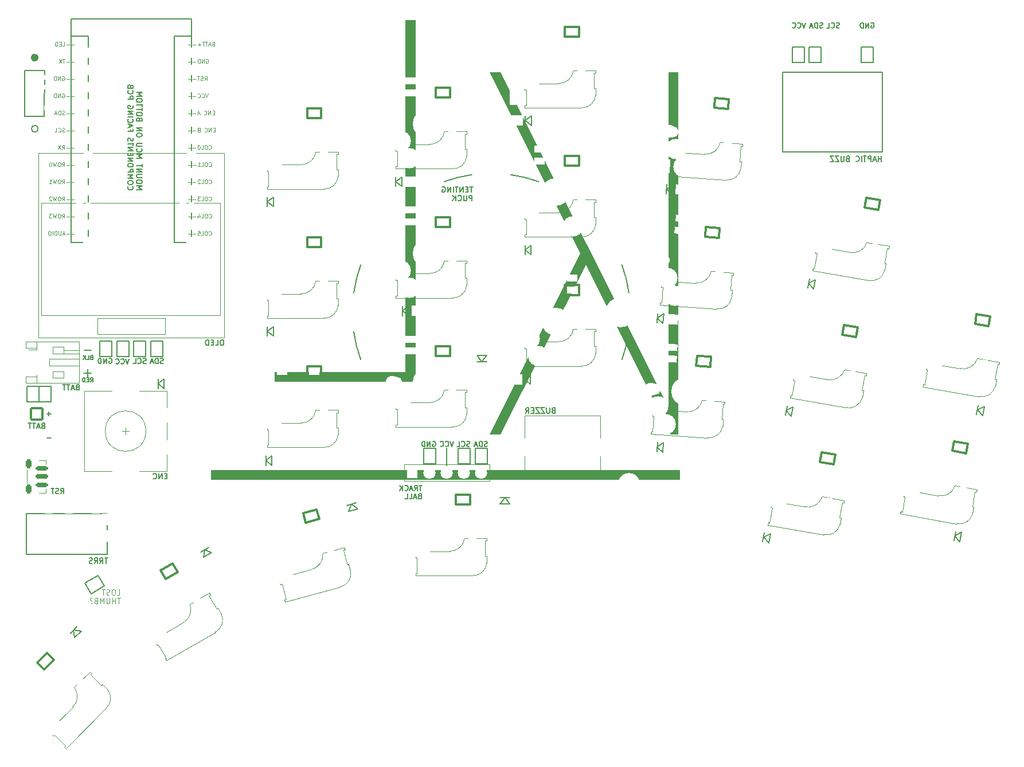
<source format=gbo>
G04 #@! TF.GenerationSoftware,KiCad,Pcbnew,7.0.11-7.0.11~ubuntu22.04.1*
G04 #@! TF.CreationDate,2024-07-06T11:47:34+02:00*
G04 #@! TF.ProjectId,klor1_3,6b6c6f72-315f-4332-9e6b-696361645f70,v1.3.0*
G04 #@! TF.SameCoordinates,Original*
G04 #@! TF.FileFunction,Legend,Bot*
G04 #@! TF.FilePolarity,Positive*
%FSLAX46Y46*%
G04 Gerber Fmt 4.6, Leading zero omitted, Abs format (unit mm)*
G04 Created by KiCad (PCBNEW 7.0.11-7.0.11~ubuntu22.04.1) date 2024-07-06 11:47:34*
%MOMM*%
%LPD*%
G01*
G04 APERTURE LIST*
G04 Aperture macros list*
%AMRoundRect*
0 Rectangle with rounded corners*
0 $1 Rounding radius*
0 $2 $3 $4 $5 $6 $7 $8 $9 X,Y pos of 4 corners*
0 Add a 4 corners polygon primitive as box body*
4,1,4,$2,$3,$4,$5,$6,$7,$8,$9,$2,$3,0*
0 Add four circle primitives for the rounded corners*
1,1,$1+$1,$2,$3*
1,1,$1+$1,$4,$5*
1,1,$1+$1,$6,$7*
1,1,$1+$1,$8,$9*
0 Add four rect primitives between the rounded corners*
20,1,$1+$1,$2,$3,$4,$5,0*
20,1,$1+$1,$4,$5,$6,$7,0*
20,1,$1+$1,$6,$7,$8,$9,0*
20,1,$1+$1,$8,$9,$2,$3,0*%
%AMRotRect*
0 Rectangle, with rotation*
0 The origin of the aperture is its center*
0 $1 length*
0 $2 width*
0 $3 Rotation angle, in degrees counterclockwise*
0 Add horizontal line*
21,1,$1,$2,0,0,$3*%
G04 Aperture macros list end*
%ADD10C,0.150000*%
%ADD11C,0.127000*%
%ADD12C,0.000000*%
%ADD13C,0.569975*%
%ADD14C,0.100000*%
%ADD15C,0.300000*%
%ADD16C,0.120000*%
%ADD17C,0.200000*%
%ADD18O,2.500000X1.700000*%
%ADD19C,1.524000*%
%ADD20C,0.000001*%
%ADD21C,1.200000*%
%ADD22C,1.700000*%
%ADD23C,3.000000*%
%ADD24C,4.100000*%
%ADD25C,1.900000*%
%ADD26RotRect,1.600000X1.000000X225.000000*%
%ADD27RotRect,2.300000X2.000000X45.000000*%
%ADD28R,1.600000X1.000000*%
%ADD29R,2.300000X2.000000*%
%ADD30RotRect,1.600000X1.000000X176.000000*%
%ADD31RotRect,2.300000X2.000000X356.000000*%
%ADD32C,3.200000*%
%ADD33RotRect,1.800000X1.500000X350.000000*%
%ADD34R,1.800000X1.500000*%
%ADD35RotRect,1.800000X1.500000X356.000000*%
%ADD36RotRect,1.600000X1.000000X195.000000*%
%ADD37RotRect,2.300000X2.000000X15.000000*%
%ADD38RotRect,1.600000X1.000000X170.000000*%
%ADD39RotRect,2.300000X2.000000X350.000000*%
%ADD40RotRect,1.800000X1.500000X285.000000*%
%ADD41R,2.200000X2.200000*%
%ADD42C,2.200000*%
%ADD43C,2.000000*%
%ADD44R,3.200000X2.000000*%
%ADD45O,1.600000X2.000000*%
%ADD46RotRect,1.800000X1.500000X300.000000*%
%ADD47O,1.750000X1.200000*%
%ADD48C,0.900000*%
%ADD49RoundRect,0.187500X-0.712500X0.187500X-0.712500X-0.187500X0.712500X-0.187500X0.712500X0.187500X0*%
%ADD50RoundRect,0.150000X-0.750000X0.150000X-0.750000X-0.150000X0.750000X-0.150000X0.750000X0.150000X0*%
%ADD51RoundRect,0.225000X-0.225000X0.425000X-0.225000X-0.425000X0.225000X-0.425000X0.225000X0.425000X0*%
%ADD52C,4.400000*%
%ADD53RotRect,1.600000X1.000000X210.000000*%
%ADD54RotRect,2.300000X2.000000X30.000000*%
%ADD55RotRect,1.800000X1.500000X315.000000*%
%ADD56R,1.500000X1.800000*%
%ADD57RoundRect,0.142858X-0.857142X0.857142X-0.857142X-0.857142X0.857142X-0.857142X0.857142X0.857142X0*%
%ADD58R,1.000000X0.700000*%
%ADD59R,2.800000X1.000000*%
%ADD60R,1.524000X1.524000*%
%ADD61C,1.800000*%
%ADD62R,1.143000X0.635000*%
%ADD63RotRect,0.635000X1.143000X210.000000*%
%ADD64O,1.700000X1.700000*%
G04 APERTURE END LIST*
D10*
X192600000Y-60975000D02*
X207375000Y-60975000D01*
X207375000Y-72750000D01*
X192600000Y-72750000D01*
X192600000Y-60975000D01*
X82669975Y-69294975D02*
G75*
G03*
X81680025Y-69294975I-494975J0D01*
G01*
X81680025Y-69294975D02*
G75*
G03*
X82669975Y-69294975I494975J0D01*
G01*
D11*
X143042000Y-116438500D02*
X143042000Y-118995500D01*
D10*
X84550000Y-111375000D02*
X83965000Y-111375000D01*
X90498000Y-105359000D02*
X89429000Y-105359000D01*
D12*
G36*
X177481312Y-121146755D02*
G01*
X108221313Y-121146755D01*
X108221313Y-119700160D01*
X177481312Y-119700160D01*
X177481312Y-121146755D01*
G37*
D13*
X82459987Y-58794975D02*
G75*
G03*
X81890013Y-58794975I-284987J0D01*
G01*
X81890013Y-58794975D02*
G75*
G03*
X82459987Y-58794975I284987J0D01*
G01*
D12*
G36*
X138388054Y-106680812D02*
G01*
X117606522Y-106680812D01*
X117606522Y-105234218D01*
X136941460Y-105234233D01*
X136941460Y-53262767D01*
X138388054Y-53262767D01*
X138388054Y-106680812D01*
G37*
D10*
X90531000Y-101998000D02*
X89462000Y-101998000D01*
X84256000Y-111668500D02*
X84256000Y-111083500D01*
X89975000Y-105877000D02*
X89975000Y-104808000D01*
X84560000Y-115000000D02*
X83975000Y-115000000D01*
D12*
G36*
X175787743Y-110456066D02*
G01*
X175787743Y-60954402D01*
X177234333Y-60954402D01*
X177234333Y-114443019D01*
X176140568Y-114443019D01*
X163544632Y-89357006D01*
X150948700Y-114443019D01*
X149325699Y-114443019D01*
X162733131Y-87733997D01*
X149325699Y-60954402D01*
X150948700Y-60954402D01*
X175787743Y-110456066D01*
G37*
D14*
X88039923Y-69553800D02*
X87582781Y-69553800D01*
X87297066Y-69553800D02*
X86839924Y-69553800D01*
X86582781Y-69753800D02*
X86497067Y-69782371D01*
X86497067Y-69782371D02*
X86354209Y-69782371D01*
X86354209Y-69782371D02*
X86297067Y-69753800D01*
X86297067Y-69753800D02*
X86268495Y-69725228D01*
X86268495Y-69725228D02*
X86239924Y-69668085D01*
X86239924Y-69668085D02*
X86239924Y-69610942D01*
X86239924Y-69610942D02*
X86268495Y-69553800D01*
X86268495Y-69553800D02*
X86297067Y-69525228D01*
X86297067Y-69525228D02*
X86354209Y-69496657D01*
X86354209Y-69496657D02*
X86468495Y-69468085D01*
X86468495Y-69468085D02*
X86525638Y-69439514D01*
X86525638Y-69439514D02*
X86554209Y-69410942D01*
X86554209Y-69410942D02*
X86582781Y-69353800D01*
X86582781Y-69353800D02*
X86582781Y-69296657D01*
X86582781Y-69296657D02*
X86554209Y-69239514D01*
X86554209Y-69239514D02*
X86525638Y-69210942D01*
X86525638Y-69210942D02*
X86468495Y-69182371D01*
X86468495Y-69182371D02*
X86325638Y-69182371D01*
X86325638Y-69182371D02*
X86239924Y-69210942D01*
X85639923Y-69725228D02*
X85668495Y-69753800D01*
X85668495Y-69753800D02*
X85754209Y-69782371D01*
X85754209Y-69782371D02*
X85811352Y-69782371D01*
X85811352Y-69782371D02*
X85897066Y-69753800D01*
X85897066Y-69753800D02*
X85954209Y-69696657D01*
X85954209Y-69696657D02*
X85982780Y-69639514D01*
X85982780Y-69639514D02*
X86011352Y-69525228D01*
X86011352Y-69525228D02*
X86011352Y-69439514D01*
X86011352Y-69439514D02*
X85982780Y-69325228D01*
X85982780Y-69325228D02*
X85954209Y-69268085D01*
X85954209Y-69268085D02*
X85897066Y-69210942D01*
X85897066Y-69210942D02*
X85811352Y-69182371D01*
X85811352Y-69182371D02*
X85754209Y-69182371D01*
X85754209Y-69182371D02*
X85668495Y-69210942D01*
X85668495Y-69210942D02*
X85639923Y-69239514D01*
X85097066Y-69782371D02*
X85382780Y-69782371D01*
X85382780Y-69782371D02*
X85382780Y-69182371D01*
D10*
X101690475Y-120593247D02*
X101423809Y-120593247D01*
X101309523Y-121012295D02*
X101690475Y-121012295D01*
X101690475Y-121012295D02*
X101690475Y-120212295D01*
X101690475Y-120212295D02*
X101309523Y-120212295D01*
X100966665Y-121012295D02*
X100966665Y-120212295D01*
X100966665Y-120212295D02*
X100509522Y-121012295D01*
X100509522Y-121012295D02*
X100509522Y-120212295D01*
X99671427Y-120936104D02*
X99709523Y-120974200D01*
X99709523Y-120974200D02*
X99823808Y-121012295D01*
X99823808Y-121012295D02*
X99899999Y-121012295D01*
X99899999Y-121012295D02*
X100014285Y-120974200D01*
X100014285Y-120974200D02*
X100090475Y-120898009D01*
X100090475Y-120898009D02*
X100128570Y-120821819D01*
X100128570Y-120821819D02*
X100166666Y-120669438D01*
X100166666Y-120669438D02*
X100166666Y-120555152D01*
X100166666Y-120555152D02*
X100128570Y-120402771D01*
X100128570Y-120402771D02*
X100090475Y-120326580D01*
X100090475Y-120326580D02*
X100014285Y-120250390D01*
X100014285Y-120250390D02*
X99899999Y-120212295D01*
X99899999Y-120212295D02*
X99823808Y-120212295D01*
X99823808Y-120212295D02*
X99709523Y-120250390D01*
X99709523Y-120250390D02*
X99671427Y-120288485D01*
D14*
X88039923Y-67013800D02*
X87582781Y-67013800D01*
X87297066Y-67013800D02*
X86839924Y-67013800D01*
X86582781Y-67213800D02*
X86497067Y-67242371D01*
X86497067Y-67242371D02*
X86354209Y-67242371D01*
X86354209Y-67242371D02*
X86297067Y-67213800D01*
X86297067Y-67213800D02*
X86268495Y-67185228D01*
X86268495Y-67185228D02*
X86239924Y-67128085D01*
X86239924Y-67128085D02*
X86239924Y-67070942D01*
X86239924Y-67070942D02*
X86268495Y-67013800D01*
X86268495Y-67013800D02*
X86297067Y-66985228D01*
X86297067Y-66985228D02*
X86354209Y-66956657D01*
X86354209Y-66956657D02*
X86468495Y-66928085D01*
X86468495Y-66928085D02*
X86525638Y-66899514D01*
X86525638Y-66899514D02*
X86554209Y-66870942D01*
X86554209Y-66870942D02*
X86582781Y-66813800D01*
X86582781Y-66813800D02*
X86582781Y-66756657D01*
X86582781Y-66756657D02*
X86554209Y-66699514D01*
X86554209Y-66699514D02*
X86525638Y-66670942D01*
X86525638Y-66670942D02*
X86468495Y-66642371D01*
X86468495Y-66642371D02*
X86325638Y-66642371D01*
X86325638Y-66642371D02*
X86239924Y-66670942D01*
X85982780Y-67242371D02*
X85982780Y-66642371D01*
X85982780Y-66642371D02*
X85839923Y-66642371D01*
X85839923Y-66642371D02*
X85754209Y-66670942D01*
X85754209Y-66670942D02*
X85697066Y-66728085D01*
X85697066Y-66728085D02*
X85668495Y-66785228D01*
X85668495Y-66785228D02*
X85639923Y-66899514D01*
X85639923Y-66899514D02*
X85639923Y-66985228D01*
X85639923Y-66985228D02*
X85668495Y-67099514D01*
X85668495Y-67099514D02*
X85697066Y-67156657D01*
X85697066Y-67156657D02*
X85754209Y-67213800D01*
X85754209Y-67213800D02*
X85839923Y-67242371D01*
X85839923Y-67242371D02*
X85982780Y-67242371D01*
X85411352Y-67070942D02*
X85125638Y-67070942D01*
X85468495Y-67242371D02*
X85268495Y-66642371D01*
X85268495Y-66642371D02*
X85068495Y-67242371D01*
X107900072Y-84975228D02*
X107928644Y-85003800D01*
X107928644Y-85003800D02*
X108014358Y-85032371D01*
X108014358Y-85032371D02*
X108071501Y-85032371D01*
X108071501Y-85032371D02*
X108157215Y-85003800D01*
X108157215Y-85003800D02*
X108214358Y-84946657D01*
X108214358Y-84946657D02*
X108242929Y-84889514D01*
X108242929Y-84889514D02*
X108271501Y-84775228D01*
X108271501Y-84775228D02*
X108271501Y-84689514D01*
X108271501Y-84689514D02*
X108242929Y-84575228D01*
X108242929Y-84575228D02*
X108214358Y-84518085D01*
X108214358Y-84518085D02*
X108157215Y-84460942D01*
X108157215Y-84460942D02*
X108071501Y-84432371D01*
X108071501Y-84432371D02*
X108014358Y-84432371D01*
X108014358Y-84432371D02*
X107928644Y-84460942D01*
X107928644Y-84460942D02*
X107900072Y-84489514D01*
X107528644Y-84432371D02*
X107414358Y-84432371D01*
X107414358Y-84432371D02*
X107357215Y-84460942D01*
X107357215Y-84460942D02*
X107300072Y-84518085D01*
X107300072Y-84518085D02*
X107271501Y-84632371D01*
X107271501Y-84632371D02*
X107271501Y-84832371D01*
X107271501Y-84832371D02*
X107300072Y-84946657D01*
X107300072Y-84946657D02*
X107357215Y-85003800D01*
X107357215Y-85003800D02*
X107414358Y-85032371D01*
X107414358Y-85032371D02*
X107528644Y-85032371D01*
X107528644Y-85032371D02*
X107585787Y-85003800D01*
X107585787Y-85003800D02*
X107642929Y-84946657D01*
X107642929Y-84946657D02*
X107671501Y-84832371D01*
X107671501Y-84832371D02*
X107671501Y-84632371D01*
X107671501Y-84632371D02*
X107642929Y-84518085D01*
X107642929Y-84518085D02*
X107585787Y-84460942D01*
X107585787Y-84460942D02*
X107528644Y-84432371D01*
X106728644Y-85032371D02*
X107014358Y-85032371D01*
X107014358Y-85032371D02*
X107014358Y-84432371D01*
X106242930Y-84432371D02*
X106528644Y-84432371D01*
X106528644Y-84432371D02*
X106557216Y-84718085D01*
X106557216Y-84718085D02*
X106528644Y-84689514D01*
X106528644Y-84689514D02*
X106471502Y-84660942D01*
X106471502Y-84660942D02*
X106328644Y-84660942D01*
X106328644Y-84660942D02*
X106271502Y-84689514D01*
X106271502Y-84689514D02*
X106242930Y-84718085D01*
X106242930Y-84718085D02*
X106214359Y-84775228D01*
X106214359Y-84775228D02*
X106214359Y-84918085D01*
X106214359Y-84918085D02*
X106242930Y-84975228D01*
X106242930Y-84975228D02*
X106271502Y-85003800D01*
X106271502Y-85003800D02*
X106328644Y-85032371D01*
X106328644Y-85032371D02*
X106471502Y-85032371D01*
X106471502Y-85032371D02*
X106528644Y-85003800D01*
X106528644Y-85003800D02*
X106557216Y-84975228D01*
X105957215Y-84803800D02*
X105500073Y-84803800D01*
X105214358Y-84803800D02*
X104757216Y-84803800D01*
D10*
X86013094Y-123187295D02*
X86279761Y-122806342D01*
X86470237Y-123187295D02*
X86470237Y-122387295D01*
X86470237Y-122387295D02*
X86165475Y-122387295D01*
X86165475Y-122387295D02*
X86089285Y-122425390D01*
X86089285Y-122425390D02*
X86051190Y-122463485D01*
X86051190Y-122463485D02*
X86013094Y-122539676D01*
X86013094Y-122539676D02*
X86013094Y-122653961D01*
X86013094Y-122653961D02*
X86051190Y-122730152D01*
X86051190Y-122730152D02*
X86089285Y-122768247D01*
X86089285Y-122768247D02*
X86165475Y-122806342D01*
X86165475Y-122806342D02*
X86470237Y-122806342D01*
X85708333Y-123149200D02*
X85594047Y-123187295D01*
X85594047Y-123187295D02*
X85403571Y-123187295D01*
X85403571Y-123187295D02*
X85327380Y-123149200D01*
X85327380Y-123149200D02*
X85289285Y-123111104D01*
X85289285Y-123111104D02*
X85251190Y-123034914D01*
X85251190Y-123034914D02*
X85251190Y-122958723D01*
X85251190Y-122958723D02*
X85289285Y-122882533D01*
X85289285Y-122882533D02*
X85327380Y-122844438D01*
X85327380Y-122844438D02*
X85403571Y-122806342D01*
X85403571Y-122806342D02*
X85555952Y-122768247D01*
X85555952Y-122768247D02*
X85632142Y-122730152D01*
X85632142Y-122730152D02*
X85670237Y-122692057D01*
X85670237Y-122692057D02*
X85708333Y-122615866D01*
X85708333Y-122615866D02*
X85708333Y-122539676D01*
X85708333Y-122539676D02*
X85670237Y-122463485D01*
X85670237Y-122463485D02*
X85632142Y-122425390D01*
X85632142Y-122425390D02*
X85555952Y-122387295D01*
X85555952Y-122387295D02*
X85365475Y-122387295D01*
X85365475Y-122387295D02*
X85251190Y-122425390D01*
X85022618Y-122387295D02*
X84565475Y-122387295D01*
X84794047Y-123187295D02*
X84794047Y-122387295D01*
D11*
X144021286Y-115462911D02*
X143767286Y-116224911D01*
X143767286Y-116224911D02*
X143513286Y-115462911D01*
X142823857Y-116152340D02*
X142860143Y-116188626D01*
X142860143Y-116188626D02*
X142969000Y-116224911D01*
X142969000Y-116224911D02*
X143041572Y-116224911D01*
X143041572Y-116224911D02*
X143150429Y-116188626D01*
X143150429Y-116188626D02*
X143223000Y-116116054D01*
X143223000Y-116116054D02*
X143259286Y-116043483D01*
X143259286Y-116043483D02*
X143295572Y-115898340D01*
X143295572Y-115898340D02*
X143295572Y-115789483D01*
X143295572Y-115789483D02*
X143259286Y-115644340D01*
X143259286Y-115644340D02*
X143223000Y-115571768D01*
X143223000Y-115571768D02*
X143150429Y-115499197D01*
X143150429Y-115499197D02*
X143041572Y-115462911D01*
X143041572Y-115462911D02*
X142969000Y-115462911D01*
X142969000Y-115462911D02*
X142860143Y-115499197D01*
X142860143Y-115499197D02*
X142823857Y-115535483D01*
X142061857Y-116152340D02*
X142098143Y-116188626D01*
X142098143Y-116188626D02*
X142207000Y-116224911D01*
X142207000Y-116224911D02*
X142279572Y-116224911D01*
X142279572Y-116224911D02*
X142388429Y-116188626D01*
X142388429Y-116188626D02*
X142461000Y-116116054D01*
X142461000Y-116116054D02*
X142497286Y-116043483D01*
X142497286Y-116043483D02*
X142533572Y-115898340D01*
X142533572Y-115898340D02*
X142533572Y-115789483D01*
X142533572Y-115789483D02*
X142497286Y-115644340D01*
X142497286Y-115644340D02*
X142461000Y-115571768D01*
X142461000Y-115571768D02*
X142388429Y-115499197D01*
X142388429Y-115499197D02*
X142279572Y-115462911D01*
X142279572Y-115462911D02*
X142207000Y-115462911D01*
X142207000Y-115462911D02*
X142098143Y-115499197D01*
X142098143Y-115499197D02*
X142061857Y-115535483D01*
X101139945Y-103925626D02*
X101031088Y-103961911D01*
X101031088Y-103961911D02*
X100849659Y-103961911D01*
X100849659Y-103961911D02*
X100777088Y-103925626D01*
X100777088Y-103925626D02*
X100740802Y-103889340D01*
X100740802Y-103889340D02*
X100704516Y-103816768D01*
X100704516Y-103816768D02*
X100704516Y-103744197D01*
X100704516Y-103744197D02*
X100740802Y-103671626D01*
X100740802Y-103671626D02*
X100777088Y-103635340D01*
X100777088Y-103635340D02*
X100849659Y-103599054D01*
X100849659Y-103599054D02*
X100994802Y-103562768D01*
X100994802Y-103562768D02*
X101067373Y-103526483D01*
X101067373Y-103526483D02*
X101103659Y-103490197D01*
X101103659Y-103490197D02*
X101139945Y-103417626D01*
X101139945Y-103417626D02*
X101139945Y-103345054D01*
X101139945Y-103345054D02*
X101103659Y-103272483D01*
X101103659Y-103272483D02*
X101067373Y-103236197D01*
X101067373Y-103236197D02*
X100994802Y-103199911D01*
X100994802Y-103199911D02*
X100813373Y-103199911D01*
X100813373Y-103199911D02*
X100704516Y-103236197D01*
X100377945Y-103961911D02*
X100377945Y-103199911D01*
X100377945Y-103199911D02*
X100196516Y-103199911D01*
X100196516Y-103199911D02*
X100087659Y-103236197D01*
X100087659Y-103236197D02*
X100015088Y-103308768D01*
X100015088Y-103308768D02*
X99978802Y-103381340D01*
X99978802Y-103381340D02*
X99942516Y-103526483D01*
X99942516Y-103526483D02*
X99942516Y-103635340D01*
X99942516Y-103635340D02*
X99978802Y-103780483D01*
X99978802Y-103780483D02*
X100015088Y-103853054D01*
X100015088Y-103853054D02*
X100087659Y-103925626D01*
X100087659Y-103925626D02*
X100196516Y-103961911D01*
X100196516Y-103961911D02*
X100377945Y-103961911D01*
X99652231Y-103744197D02*
X99289374Y-103744197D01*
X99724802Y-103961911D02*
X99470802Y-103199911D01*
X99470802Y-103199911D02*
X99216802Y-103961911D01*
D14*
X88039923Y-82253800D02*
X87582781Y-82253800D01*
X87297066Y-82253800D02*
X86839924Y-82253800D01*
X86211352Y-82482371D02*
X86411352Y-82196657D01*
X86554209Y-82482371D02*
X86554209Y-81882371D01*
X86554209Y-81882371D02*
X86325638Y-81882371D01*
X86325638Y-81882371D02*
X86268495Y-81910942D01*
X86268495Y-81910942D02*
X86239924Y-81939514D01*
X86239924Y-81939514D02*
X86211352Y-81996657D01*
X86211352Y-81996657D02*
X86211352Y-82082371D01*
X86211352Y-82082371D02*
X86239924Y-82139514D01*
X86239924Y-82139514D02*
X86268495Y-82168085D01*
X86268495Y-82168085D02*
X86325638Y-82196657D01*
X86325638Y-82196657D02*
X86554209Y-82196657D01*
X85839924Y-81882371D02*
X85725638Y-81882371D01*
X85725638Y-81882371D02*
X85668495Y-81910942D01*
X85668495Y-81910942D02*
X85611352Y-81968085D01*
X85611352Y-81968085D02*
X85582781Y-82082371D01*
X85582781Y-82082371D02*
X85582781Y-82282371D01*
X85582781Y-82282371D02*
X85611352Y-82396657D01*
X85611352Y-82396657D02*
X85668495Y-82453800D01*
X85668495Y-82453800D02*
X85725638Y-82482371D01*
X85725638Y-82482371D02*
X85839924Y-82482371D01*
X85839924Y-82482371D02*
X85897067Y-82453800D01*
X85897067Y-82453800D02*
X85954209Y-82396657D01*
X85954209Y-82396657D02*
X85982781Y-82282371D01*
X85982781Y-82282371D02*
X85982781Y-82082371D01*
X85982781Y-82082371D02*
X85954209Y-81968085D01*
X85954209Y-81968085D02*
X85897067Y-81910942D01*
X85897067Y-81910942D02*
X85839924Y-81882371D01*
X85382781Y-81882371D02*
X85239924Y-82482371D01*
X85239924Y-82482371D02*
X85125638Y-82053800D01*
X85125638Y-82053800D02*
X85011353Y-82482371D01*
X85011353Y-82482371D02*
X84868496Y-81882371D01*
X84697067Y-81882371D02*
X84325639Y-81882371D01*
X84325639Y-81882371D02*
X84525639Y-82110942D01*
X84525639Y-82110942D02*
X84439924Y-82110942D01*
X84439924Y-82110942D02*
X84382782Y-82139514D01*
X84382782Y-82139514D02*
X84354210Y-82168085D01*
X84354210Y-82168085D02*
X84325639Y-82225228D01*
X84325639Y-82225228D02*
X84325639Y-82368085D01*
X84325639Y-82368085D02*
X84354210Y-82425228D01*
X84354210Y-82425228D02*
X84382782Y-82453800D01*
X84382782Y-82453800D02*
X84439924Y-82482371D01*
X84439924Y-82482371D02*
X84611353Y-82482371D01*
X84611353Y-82482371D02*
X84668496Y-82453800D01*
X84668496Y-82453800D02*
X84697067Y-82425228D01*
D11*
X198522857Y-54359626D02*
X198414000Y-54395911D01*
X198414000Y-54395911D02*
X198232571Y-54395911D01*
X198232571Y-54395911D02*
X198160000Y-54359626D01*
X198160000Y-54359626D02*
X198123714Y-54323340D01*
X198123714Y-54323340D02*
X198087428Y-54250768D01*
X198087428Y-54250768D02*
X198087428Y-54178197D01*
X198087428Y-54178197D02*
X198123714Y-54105626D01*
X198123714Y-54105626D02*
X198160000Y-54069340D01*
X198160000Y-54069340D02*
X198232571Y-54033054D01*
X198232571Y-54033054D02*
X198377714Y-53996768D01*
X198377714Y-53996768D02*
X198450285Y-53960483D01*
X198450285Y-53960483D02*
X198486571Y-53924197D01*
X198486571Y-53924197D02*
X198522857Y-53851626D01*
X198522857Y-53851626D02*
X198522857Y-53779054D01*
X198522857Y-53779054D02*
X198486571Y-53706483D01*
X198486571Y-53706483D02*
X198450285Y-53670197D01*
X198450285Y-53670197D02*
X198377714Y-53633911D01*
X198377714Y-53633911D02*
X198196285Y-53633911D01*
X198196285Y-53633911D02*
X198087428Y-53670197D01*
X197760857Y-54395911D02*
X197760857Y-53633911D01*
X197760857Y-53633911D02*
X197579428Y-53633911D01*
X197579428Y-53633911D02*
X197470571Y-53670197D01*
X197470571Y-53670197D02*
X197398000Y-53742768D01*
X197398000Y-53742768D02*
X197361714Y-53815340D01*
X197361714Y-53815340D02*
X197325428Y-53960483D01*
X197325428Y-53960483D02*
X197325428Y-54069340D01*
X197325428Y-54069340D02*
X197361714Y-54214483D01*
X197361714Y-54214483D02*
X197398000Y-54287054D01*
X197398000Y-54287054D02*
X197470571Y-54359626D01*
X197470571Y-54359626D02*
X197579428Y-54395911D01*
X197579428Y-54395911D02*
X197760857Y-54395911D01*
X197035143Y-54178197D02*
X196672286Y-54178197D01*
X197107714Y-54395911D02*
X196853714Y-53633911D01*
X196853714Y-53633911D02*
X196599714Y-54395911D01*
X96130659Y-103249911D02*
X95876659Y-104011911D01*
X95876659Y-104011911D02*
X95622659Y-103249911D01*
X94933230Y-103939340D02*
X94969516Y-103975626D01*
X94969516Y-103975626D02*
X95078373Y-104011911D01*
X95078373Y-104011911D02*
X95150945Y-104011911D01*
X95150945Y-104011911D02*
X95259802Y-103975626D01*
X95259802Y-103975626D02*
X95332373Y-103903054D01*
X95332373Y-103903054D02*
X95368659Y-103830483D01*
X95368659Y-103830483D02*
X95404945Y-103685340D01*
X95404945Y-103685340D02*
X95404945Y-103576483D01*
X95404945Y-103576483D02*
X95368659Y-103431340D01*
X95368659Y-103431340D02*
X95332373Y-103358768D01*
X95332373Y-103358768D02*
X95259802Y-103286197D01*
X95259802Y-103286197D02*
X95150945Y-103249911D01*
X95150945Y-103249911D02*
X95078373Y-103249911D01*
X95078373Y-103249911D02*
X94969516Y-103286197D01*
X94969516Y-103286197D02*
X94933230Y-103322483D01*
X94171230Y-103939340D02*
X94207516Y-103975626D01*
X94207516Y-103975626D02*
X94316373Y-104011911D01*
X94316373Y-104011911D02*
X94388945Y-104011911D01*
X94388945Y-104011911D02*
X94497802Y-103975626D01*
X94497802Y-103975626D02*
X94570373Y-103903054D01*
X94570373Y-103903054D02*
X94606659Y-103830483D01*
X94606659Y-103830483D02*
X94642945Y-103685340D01*
X94642945Y-103685340D02*
X94642945Y-103576483D01*
X94642945Y-103576483D02*
X94606659Y-103431340D01*
X94606659Y-103431340D02*
X94570373Y-103358768D01*
X94570373Y-103358768D02*
X94497802Y-103286197D01*
X94497802Y-103286197D02*
X94388945Y-103249911D01*
X94388945Y-103249911D02*
X94316373Y-103249911D01*
X94316373Y-103249911D02*
X94207516Y-103286197D01*
X94207516Y-103286197D02*
X94171230Y-103322483D01*
X200993428Y-54359626D02*
X200884571Y-54395911D01*
X200884571Y-54395911D02*
X200703142Y-54395911D01*
X200703142Y-54395911D02*
X200630571Y-54359626D01*
X200630571Y-54359626D02*
X200594285Y-54323340D01*
X200594285Y-54323340D02*
X200557999Y-54250768D01*
X200557999Y-54250768D02*
X200557999Y-54178197D01*
X200557999Y-54178197D02*
X200594285Y-54105626D01*
X200594285Y-54105626D02*
X200630571Y-54069340D01*
X200630571Y-54069340D02*
X200703142Y-54033054D01*
X200703142Y-54033054D02*
X200848285Y-53996768D01*
X200848285Y-53996768D02*
X200920856Y-53960483D01*
X200920856Y-53960483D02*
X200957142Y-53924197D01*
X200957142Y-53924197D02*
X200993428Y-53851626D01*
X200993428Y-53851626D02*
X200993428Y-53779054D01*
X200993428Y-53779054D02*
X200957142Y-53706483D01*
X200957142Y-53706483D02*
X200920856Y-53670197D01*
X200920856Y-53670197D02*
X200848285Y-53633911D01*
X200848285Y-53633911D02*
X200666856Y-53633911D01*
X200666856Y-53633911D02*
X200557999Y-53670197D01*
X199795999Y-54323340D02*
X199832285Y-54359626D01*
X199832285Y-54359626D02*
X199941142Y-54395911D01*
X199941142Y-54395911D02*
X200013714Y-54395911D01*
X200013714Y-54395911D02*
X200122571Y-54359626D01*
X200122571Y-54359626D02*
X200195142Y-54287054D01*
X200195142Y-54287054D02*
X200231428Y-54214483D01*
X200231428Y-54214483D02*
X200267714Y-54069340D01*
X200267714Y-54069340D02*
X200267714Y-53960483D01*
X200267714Y-53960483D02*
X200231428Y-53815340D01*
X200231428Y-53815340D02*
X200195142Y-53742768D01*
X200195142Y-53742768D02*
X200122571Y-53670197D01*
X200122571Y-53670197D02*
X200013714Y-53633911D01*
X200013714Y-53633911D02*
X199941142Y-53633911D01*
X199941142Y-53633911D02*
X199832285Y-53670197D01*
X199832285Y-53670197D02*
X199795999Y-53706483D01*
X199106571Y-54395911D02*
X199469428Y-54395911D01*
X199469428Y-54395911D02*
X199469428Y-53633911D01*
D14*
X107900072Y-82435228D02*
X107928644Y-82463800D01*
X107928644Y-82463800D02*
X108014358Y-82492371D01*
X108014358Y-82492371D02*
X108071501Y-82492371D01*
X108071501Y-82492371D02*
X108157215Y-82463800D01*
X108157215Y-82463800D02*
X108214358Y-82406657D01*
X108214358Y-82406657D02*
X108242929Y-82349514D01*
X108242929Y-82349514D02*
X108271501Y-82235228D01*
X108271501Y-82235228D02*
X108271501Y-82149514D01*
X108271501Y-82149514D02*
X108242929Y-82035228D01*
X108242929Y-82035228D02*
X108214358Y-81978085D01*
X108214358Y-81978085D02*
X108157215Y-81920942D01*
X108157215Y-81920942D02*
X108071501Y-81892371D01*
X108071501Y-81892371D02*
X108014358Y-81892371D01*
X108014358Y-81892371D02*
X107928644Y-81920942D01*
X107928644Y-81920942D02*
X107900072Y-81949514D01*
X107528644Y-81892371D02*
X107414358Y-81892371D01*
X107414358Y-81892371D02*
X107357215Y-81920942D01*
X107357215Y-81920942D02*
X107300072Y-81978085D01*
X107300072Y-81978085D02*
X107271501Y-82092371D01*
X107271501Y-82092371D02*
X107271501Y-82292371D01*
X107271501Y-82292371D02*
X107300072Y-82406657D01*
X107300072Y-82406657D02*
X107357215Y-82463800D01*
X107357215Y-82463800D02*
X107414358Y-82492371D01*
X107414358Y-82492371D02*
X107528644Y-82492371D01*
X107528644Y-82492371D02*
X107585787Y-82463800D01*
X107585787Y-82463800D02*
X107642929Y-82406657D01*
X107642929Y-82406657D02*
X107671501Y-82292371D01*
X107671501Y-82292371D02*
X107671501Y-82092371D01*
X107671501Y-82092371D02*
X107642929Y-81978085D01*
X107642929Y-81978085D02*
X107585787Y-81920942D01*
X107585787Y-81920942D02*
X107528644Y-81892371D01*
X106728644Y-82492371D02*
X107014358Y-82492371D01*
X107014358Y-82492371D02*
X107014358Y-81892371D01*
X106271502Y-82092371D02*
X106271502Y-82492371D01*
X106414359Y-81863800D02*
X106557216Y-82292371D01*
X106557216Y-82292371D02*
X106185787Y-82292371D01*
X105957215Y-82263800D02*
X105500073Y-82263800D01*
X105214358Y-82263800D02*
X104757216Y-82263800D01*
X107905072Y-74815228D02*
X107933644Y-74843800D01*
X107933644Y-74843800D02*
X108019358Y-74872371D01*
X108019358Y-74872371D02*
X108076501Y-74872371D01*
X108076501Y-74872371D02*
X108162215Y-74843800D01*
X108162215Y-74843800D02*
X108219358Y-74786657D01*
X108219358Y-74786657D02*
X108247929Y-74729514D01*
X108247929Y-74729514D02*
X108276501Y-74615228D01*
X108276501Y-74615228D02*
X108276501Y-74529514D01*
X108276501Y-74529514D02*
X108247929Y-74415228D01*
X108247929Y-74415228D02*
X108219358Y-74358085D01*
X108219358Y-74358085D02*
X108162215Y-74300942D01*
X108162215Y-74300942D02*
X108076501Y-74272371D01*
X108076501Y-74272371D02*
X108019358Y-74272371D01*
X108019358Y-74272371D02*
X107933644Y-74300942D01*
X107933644Y-74300942D02*
X107905072Y-74329514D01*
X107533644Y-74272371D02*
X107419358Y-74272371D01*
X107419358Y-74272371D02*
X107362215Y-74300942D01*
X107362215Y-74300942D02*
X107305072Y-74358085D01*
X107305072Y-74358085D02*
X107276501Y-74472371D01*
X107276501Y-74472371D02*
X107276501Y-74672371D01*
X107276501Y-74672371D02*
X107305072Y-74786657D01*
X107305072Y-74786657D02*
X107362215Y-74843800D01*
X107362215Y-74843800D02*
X107419358Y-74872371D01*
X107419358Y-74872371D02*
X107533644Y-74872371D01*
X107533644Y-74872371D02*
X107590787Y-74843800D01*
X107590787Y-74843800D02*
X107647929Y-74786657D01*
X107647929Y-74786657D02*
X107676501Y-74672371D01*
X107676501Y-74672371D02*
X107676501Y-74472371D01*
X107676501Y-74472371D02*
X107647929Y-74358085D01*
X107647929Y-74358085D02*
X107590787Y-74300942D01*
X107590787Y-74300942D02*
X107533644Y-74272371D01*
X106733644Y-74872371D02*
X107019358Y-74872371D01*
X107019358Y-74872371D02*
X107019358Y-74272371D01*
X106219359Y-74872371D02*
X106562216Y-74872371D01*
X106390787Y-74872371D02*
X106390787Y-74272371D01*
X106390787Y-74272371D02*
X106447930Y-74358085D01*
X106447930Y-74358085D02*
X106505073Y-74415228D01*
X106505073Y-74415228D02*
X106562216Y-74443800D01*
X105962215Y-74643800D02*
X105505073Y-74643800D01*
X105219358Y-74643800D02*
X104762216Y-74643800D01*
D10*
X158752256Y-110893247D02*
X158637970Y-110931342D01*
X158637970Y-110931342D02*
X158599875Y-110969438D01*
X158599875Y-110969438D02*
X158561779Y-111045628D01*
X158561779Y-111045628D02*
X158561779Y-111159914D01*
X158561779Y-111159914D02*
X158599875Y-111236104D01*
X158599875Y-111236104D02*
X158637970Y-111274200D01*
X158637970Y-111274200D02*
X158714160Y-111312295D01*
X158714160Y-111312295D02*
X159018922Y-111312295D01*
X159018922Y-111312295D02*
X159018922Y-110512295D01*
X159018922Y-110512295D02*
X158752256Y-110512295D01*
X158752256Y-110512295D02*
X158676065Y-110550390D01*
X158676065Y-110550390D02*
X158637970Y-110588485D01*
X158637970Y-110588485D02*
X158599875Y-110664676D01*
X158599875Y-110664676D02*
X158599875Y-110740866D01*
X158599875Y-110740866D02*
X158637970Y-110817057D01*
X158637970Y-110817057D02*
X158676065Y-110855152D01*
X158676065Y-110855152D02*
X158752256Y-110893247D01*
X158752256Y-110893247D02*
X159018922Y-110893247D01*
X158218922Y-110512295D02*
X158218922Y-111159914D01*
X158218922Y-111159914D02*
X158180827Y-111236104D01*
X158180827Y-111236104D02*
X158142732Y-111274200D01*
X158142732Y-111274200D02*
X158066541Y-111312295D01*
X158066541Y-111312295D02*
X157914160Y-111312295D01*
X157914160Y-111312295D02*
X157837970Y-111274200D01*
X157837970Y-111274200D02*
X157799875Y-111236104D01*
X157799875Y-111236104D02*
X157761779Y-111159914D01*
X157761779Y-111159914D02*
X157761779Y-110512295D01*
X157457018Y-110512295D02*
X156923684Y-110512295D01*
X156923684Y-110512295D02*
X157457018Y-111312295D01*
X157457018Y-111312295D02*
X156923684Y-111312295D01*
X156695113Y-110512295D02*
X156161779Y-110512295D01*
X156161779Y-110512295D02*
X156695113Y-111312295D01*
X156695113Y-111312295D02*
X156161779Y-111312295D01*
X155857017Y-110893247D02*
X155590351Y-110893247D01*
X155476065Y-111312295D02*
X155857017Y-111312295D01*
X155857017Y-111312295D02*
X155857017Y-110512295D01*
X155857017Y-110512295D02*
X155476065Y-110512295D01*
X154676064Y-111312295D02*
X154942731Y-110931342D01*
X155133207Y-111312295D02*
X155133207Y-110512295D01*
X155133207Y-110512295D02*
X154828445Y-110512295D01*
X154828445Y-110512295D02*
X154752255Y-110550390D01*
X154752255Y-110550390D02*
X154714160Y-110588485D01*
X154714160Y-110588485D02*
X154676064Y-110664676D01*
X154676064Y-110664676D02*
X154676064Y-110778961D01*
X154676064Y-110778961D02*
X154714160Y-110855152D01*
X154714160Y-110855152D02*
X154752255Y-110893247D01*
X154752255Y-110893247D02*
X154828445Y-110931342D01*
X154828445Y-110931342D02*
X155133207Y-110931342D01*
D14*
X108700072Y-66938085D02*
X108500072Y-66938085D01*
X108414358Y-67252371D02*
X108700072Y-67252371D01*
X108700072Y-67252371D02*
X108700072Y-66652371D01*
X108700072Y-66652371D02*
X108414358Y-66652371D01*
X108157215Y-67252371D02*
X108157215Y-66652371D01*
X108157215Y-66652371D02*
X107814358Y-67252371D01*
X107814358Y-67252371D02*
X107814358Y-66652371D01*
X107185787Y-67195228D02*
X107214359Y-67223800D01*
X107214359Y-67223800D02*
X107300073Y-67252371D01*
X107300073Y-67252371D02*
X107357216Y-67252371D01*
X107357216Y-67252371D02*
X107442930Y-67223800D01*
X107442930Y-67223800D02*
X107500073Y-67166657D01*
X107500073Y-67166657D02*
X107528644Y-67109514D01*
X107528644Y-67109514D02*
X107557216Y-66995228D01*
X107557216Y-66995228D02*
X107557216Y-66909514D01*
X107557216Y-66909514D02*
X107528644Y-66795228D01*
X107528644Y-66795228D02*
X107500073Y-66738085D01*
X107500073Y-66738085D02*
X107442930Y-66680942D01*
X107442930Y-66680942D02*
X107357216Y-66652371D01*
X107357216Y-66652371D02*
X107300073Y-66652371D01*
X107300073Y-66652371D02*
X107214359Y-66680942D01*
X107214359Y-66680942D02*
X107185787Y-66709514D01*
X106500073Y-67080942D02*
X106214359Y-67080942D01*
X106557216Y-67252371D02*
X106357216Y-66652371D01*
X106357216Y-66652371D02*
X106157216Y-67252371D01*
X105957215Y-67023800D02*
X105500073Y-67023800D01*
X105214358Y-67023800D02*
X104757216Y-67023800D01*
X88039923Y-74633800D02*
X87582781Y-74633800D01*
X87297066Y-74633800D02*
X86839924Y-74633800D01*
X86211352Y-74862371D02*
X86411352Y-74576657D01*
X86554209Y-74862371D02*
X86554209Y-74262371D01*
X86554209Y-74262371D02*
X86325638Y-74262371D01*
X86325638Y-74262371D02*
X86268495Y-74290942D01*
X86268495Y-74290942D02*
X86239924Y-74319514D01*
X86239924Y-74319514D02*
X86211352Y-74376657D01*
X86211352Y-74376657D02*
X86211352Y-74462371D01*
X86211352Y-74462371D02*
X86239924Y-74519514D01*
X86239924Y-74519514D02*
X86268495Y-74548085D01*
X86268495Y-74548085D02*
X86325638Y-74576657D01*
X86325638Y-74576657D02*
X86554209Y-74576657D01*
X85839924Y-74262371D02*
X85725638Y-74262371D01*
X85725638Y-74262371D02*
X85668495Y-74290942D01*
X85668495Y-74290942D02*
X85611352Y-74348085D01*
X85611352Y-74348085D02*
X85582781Y-74462371D01*
X85582781Y-74462371D02*
X85582781Y-74662371D01*
X85582781Y-74662371D02*
X85611352Y-74776657D01*
X85611352Y-74776657D02*
X85668495Y-74833800D01*
X85668495Y-74833800D02*
X85725638Y-74862371D01*
X85725638Y-74862371D02*
X85839924Y-74862371D01*
X85839924Y-74862371D02*
X85897067Y-74833800D01*
X85897067Y-74833800D02*
X85954209Y-74776657D01*
X85954209Y-74776657D02*
X85982781Y-74662371D01*
X85982781Y-74662371D02*
X85982781Y-74462371D01*
X85982781Y-74462371D02*
X85954209Y-74348085D01*
X85954209Y-74348085D02*
X85897067Y-74290942D01*
X85897067Y-74290942D02*
X85839924Y-74262371D01*
X85382781Y-74262371D02*
X85239924Y-74862371D01*
X85239924Y-74862371D02*
X85125638Y-74433800D01*
X85125638Y-74433800D02*
X85011353Y-74862371D01*
X85011353Y-74862371D02*
X84868496Y-74262371D01*
X84525639Y-74262371D02*
X84468496Y-74262371D01*
X84468496Y-74262371D02*
X84411353Y-74290942D01*
X84411353Y-74290942D02*
X84382782Y-74319514D01*
X84382782Y-74319514D02*
X84354210Y-74376657D01*
X84354210Y-74376657D02*
X84325639Y-74490942D01*
X84325639Y-74490942D02*
X84325639Y-74633800D01*
X84325639Y-74633800D02*
X84354210Y-74748085D01*
X84354210Y-74748085D02*
X84382782Y-74805228D01*
X84382782Y-74805228D02*
X84411353Y-74833800D01*
X84411353Y-74833800D02*
X84468496Y-74862371D01*
X84468496Y-74862371D02*
X84525639Y-74862371D01*
X84525639Y-74862371D02*
X84582782Y-74833800D01*
X84582782Y-74833800D02*
X84611353Y-74805228D01*
X84611353Y-74805228D02*
X84639924Y-74748085D01*
X84639924Y-74748085D02*
X84668496Y-74633800D01*
X84668496Y-74633800D02*
X84668496Y-74490942D01*
X84668496Y-74490942D02*
X84639924Y-74376657D01*
X84639924Y-74376657D02*
X84611353Y-74319514D01*
X84611353Y-74319514D02*
X84582782Y-74290942D01*
X84582782Y-74290942D02*
X84525639Y-74262371D01*
D10*
X90533458Y-103055485D02*
X90447744Y-103084057D01*
X90447744Y-103084057D02*
X90419173Y-103112628D01*
X90419173Y-103112628D02*
X90390601Y-103169771D01*
X90390601Y-103169771D02*
X90390601Y-103255485D01*
X90390601Y-103255485D02*
X90419173Y-103312628D01*
X90419173Y-103312628D02*
X90447744Y-103341200D01*
X90447744Y-103341200D02*
X90504887Y-103369771D01*
X90504887Y-103369771D02*
X90733458Y-103369771D01*
X90733458Y-103369771D02*
X90733458Y-102769771D01*
X90733458Y-102769771D02*
X90533458Y-102769771D01*
X90533458Y-102769771D02*
X90476316Y-102798342D01*
X90476316Y-102798342D02*
X90447744Y-102826914D01*
X90447744Y-102826914D02*
X90419173Y-102884057D01*
X90419173Y-102884057D02*
X90419173Y-102941200D01*
X90419173Y-102941200D02*
X90447744Y-102998342D01*
X90447744Y-102998342D02*
X90476316Y-103026914D01*
X90476316Y-103026914D02*
X90533458Y-103055485D01*
X90533458Y-103055485D02*
X90733458Y-103055485D01*
X89847744Y-103369771D02*
X90133458Y-103369771D01*
X90133458Y-103369771D02*
X90133458Y-102769771D01*
X89647744Y-103369771D02*
X89647744Y-102769771D01*
X89304887Y-103369771D02*
X89562030Y-103026914D01*
X89304887Y-102769771D02*
X89647744Y-103112628D01*
D14*
X107242930Y-62172371D02*
X107442930Y-61886657D01*
X107585787Y-62172371D02*
X107585787Y-61572371D01*
X107585787Y-61572371D02*
X107357216Y-61572371D01*
X107357216Y-61572371D02*
X107300073Y-61600942D01*
X107300073Y-61600942D02*
X107271502Y-61629514D01*
X107271502Y-61629514D02*
X107242930Y-61686657D01*
X107242930Y-61686657D02*
X107242930Y-61772371D01*
X107242930Y-61772371D02*
X107271502Y-61829514D01*
X107271502Y-61829514D02*
X107300073Y-61858085D01*
X107300073Y-61858085D02*
X107357216Y-61886657D01*
X107357216Y-61886657D02*
X107585787Y-61886657D01*
X107014359Y-62143800D02*
X106928645Y-62172371D01*
X106928645Y-62172371D02*
X106785787Y-62172371D01*
X106785787Y-62172371D02*
X106728645Y-62143800D01*
X106728645Y-62143800D02*
X106700073Y-62115228D01*
X106700073Y-62115228D02*
X106671502Y-62058085D01*
X106671502Y-62058085D02*
X106671502Y-62000942D01*
X106671502Y-62000942D02*
X106700073Y-61943800D01*
X106700073Y-61943800D02*
X106728645Y-61915228D01*
X106728645Y-61915228D02*
X106785787Y-61886657D01*
X106785787Y-61886657D02*
X106900073Y-61858085D01*
X106900073Y-61858085D02*
X106957216Y-61829514D01*
X106957216Y-61829514D02*
X106985787Y-61800942D01*
X106985787Y-61800942D02*
X107014359Y-61743800D01*
X107014359Y-61743800D02*
X107014359Y-61686657D01*
X107014359Y-61686657D02*
X106985787Y-61629514D01*
X106985787Y-61629514D02*
X106957216Y-61600942D01*
X106957216Y-61600942D02*
X106900073Y-61572371D01*
X106900073Y-61572371D02*
X106757216Y-61572371D01*
X106757216Y-61572371D02*
X106671502Y-61600942D01*
X106500073Y-61572371D02*
X106157216Y-61572371D01*
X106328644Y-62172371D02*
X106328644Y-61572371D01*
X105957215Y-61943800D02*
X105500073Y-61943800D01*
X105214358Y-61943800D02*
X104757216Y-61943800D01*
X107900072Y-72275228D02*
X107928644Y-72303800D01*
X107928644Y-72303800D02*
X108014358Y-72332371D01*
X108014358Y-72332371D02*
X108071501Y-72332371D01*
X108071501Y-72332371D02*
X108157215Y-72303800D01*
X108157215Y-72303800D02*
X108214358Y-72246657D01*
X108214358Y-72246657D02*
X108242929Y-72189514D01*
X108242929Y-72189514D02*
X108271501Y-72075228D01*
X108271501Y-72075228D02*
X108271501Y-71989514D01*
X108271501Y-71989514D02*
X108242929Y-71875228D01*
X108242929Y-71875228D02*
X108214358Y-71818085D01*
X108214358Y-71818085D02*
X108157215Y-71760942D01*
X108157215Y-71760942D02*
X108071501Y-71732371D01*
X108071501Y-71732371D02*
X108014358Y-71732371D01*
X108014358Y-71732371D02*
X107928644Y-71760942D01*
X107928644Y-71760942D02*
X107900072Y-71789514D01*
X107528644Y-71732371D02*
X107414358Y-71732371D01*
X107414358Y-71732371D02*
X107357215Y-71760942D01*
X107357215Y-71760942D02*
X107300072Y-71818085D01*
X107300072Y-71818085D02*
X107271501Y-71932371D01*
X107271501Y-71932371D02*
X107271501Y-72132371D01*
X107271501Y-72132371D02*
X107300072Y-72246657D01*
X107300072Y-72246657D02*
X107357215Y-72303800D01*
X107357215Y-72303800D02*
X107414358Y-72332371D01*
X107414358Y-72332371D02*
X107528644Y-72332371D01*
X107528644Y-72332371D02*
X107585787Y-72303800D01*
X107585787Y-72303800D02*
X107642929Y-72246657D01*
X107642929Y-72246657D02*
X107671501Y-72132371D01*
X107671501Y-72132371D02*
X107671501Y-71932371D01*
X107671501Y-71932371D02*
X107642929Y-71818085D01*
X107642929Y-71818085D02*
X107585787Y-71760942D01*
X107585787Y-71760942D02*
X107528644Y-71732371D01*
X106728644Y-72332371D02*
X107014358Y-72332371D01*
X107014358Y-72332371D02*
X107014358Y-71732371D01*
X106414359Y-71732371D02*
X106357216Y-71732371D01*
X106357216Y-71732371D02*
X106300073Y-71760942D01*
X106300073Y-71760942D02*
X106271502Y-71789514D01*
X106271502Y-71789514D02*
X106242930Y-71846657D01*
X106242930Y-71846657D02*
X106214359Y-71960942D01*
X106214359Y-71960942D02*
X106214359Y-72103800D01*
X106214359Y-72103800D02*
X106242930Y-72218085D01*
X106242930Y-72218085D02*
X106271502Y-72275228D01*
X106271502Y-72275228D02*
X106300073Y-72303800D01*
X106300073Y-72303800D02*
X106357216Y-72332371D01*
X106357216Y-72332371D02*
X106414359Y-72332371D01*
X106414359Y-72332371D02*
X106471502Y-72303800D01*
X106471502Y-72303800D02*
X106500073Y-72275228D01*
X106500073Y-72275228D02*
X106528644Y-72218085D01*
X106528644Y-72218085D02*
X106557216Y-72103800D01*
X106557216Y-72103800D02*
X106557216Y-71960942D01*
X106557216Y-71960942D02*
X106528644Y-71846657D01*
X106528644Y-71846657D02*
X106500073Y-71789514D01*
X106500073Y-71789514D02*
X106471502Y-71760942D01*
X106471502Y-71760942D02*
X106414359Y-71732371D01*
X105957215Y-72103800D02*
X105500073Y-72103800D01*
X105214358Y-72103800D02*
X104757216Y-72103800D01*
D10*
X97206704Y-78260839D02*
X98006704Y-78260839D01*
X98006704Y-78260839D02*
X97435276Y-77994173D01*
X97435276Y-77994173D02*
X98006704Y-77727506D01*
X98006704Y-77727506D02*
X97206704Y-77727506D01*
X98006704Y-77194172D02*
X98006704Y-77041791D01*
X98006704Y-77041791D02*
X97968609Y-76965601D01*
X97968609Y-76965601D02*
X97892419Y-76889410D01*
X97892419Y-76889410D02*
X97740038Y-76851315D01*
X97740038Y-76851315D02*
X97473371Y-76851315D01*
X97473371Y-76851315D02*
X97320990Y-76889410D01*
X97320990Y-76889410D02*
X97244800Y-76965601D01*
X97244800Y-76965601D02*
X97206704Y-77041791D01*
X97206704Y-77041791D02*
X97206704Y-77194172D01*
X97206704Y-77194172D02*
X97244800Y-77270363D01*
X97244800Y-77270363D02*
X97320990Y-77346553D01*
X97320990Y-77346553D02*
X97473371Y-77384649D01*
X97473371Y-77384649D02*
X97740038Y-77384649D01*
X97740038Y-77384649D02*
X97892419Y-77346553D01*
X97892419Y-77346553D02*
X97968609Y-77270363D01*
X97968609Y-77270363D02*
X98006704Y-77194172D01*
X98006704Y-76508458D02*
X97359085Y-76508458D01*
X97359085Y-76508458D02*
X97282895Y-76470363D01*
X97282895Y-76470363D02*
X97244800Y-76432268D01*
X97244800Y-76432268D02*
X97206704Y-76356077D01*
X97206704Y-76356077D02*
X97206704Y-76203696D01*
X97206704Y-76203696D02*
X97244800Y-76127506D01*
X97244800Y-76127506D02*
X97282895Y-76089411D01*
X97282895Y-76089411D02*
X97359085Y-76051315D01*
X97359085Y-76051315D02*
X98006704Y-76051315D01*
X97206704Y-75670363D02*
X98006704Y-75670363D01*
X98006704Y-75670363D02*
X97206704Y-75213220D01*
X97206704Y-75213220D02*
X98006704Y-75213220D01*
X98006704Y-74946554D02*
X98006704Y-74489411D01*
X97206704Y-74717983D02*
X98006704Y-74717983D01*
X97206704Y-73613220D02*
X98006704Y-73613220D01*
X98006704Y-73613220D02*
X97435276Y-73346554D01*
X97435276Y-73346554D02*
X98006704Y-73079887D01*
X98006704Y-73079887D02*
X97206704Y-73079887D01*
X97282895Y-72241791D02*
X97244800Y-72279887D01*
X97244800Y-72279887D02*
X97206704Y-72394172D01*
X97206704Y-72394172D02*
X97206704Y-72470363D01*
X97206704Y-72470363D02*
X97244800Y-72584649D01*
X97244800Y-72584649D02*
X97320990Y-72660839D01*
X97320990Y-72660839D02*
X97397180Y-72698934D01*
X97397180Y-72698934D02*
X97549561Y-72737030D01*
X97549561Y-72737030D02*
X97663847Y-72737030D01*
X97663847Y-72737030D02*
X97816228Y-72698934D01*
X97816228Y-72698934D02*
X97892419Y-72660839D01*
X97892419Y-72660839D02*
X97968609Y-72584649D01*
X97968609Y-72584649D02*
X98006704Y-72470363D01*
X98006704Y-72470363D02*
X98006704Y-72394172D01*
X98006704Y-72394172D02*
X97968609Y-72279887D01*
X97968609Y-72279887D02*
X97930514Y-72241791D01*
X98006704Y-71898934D02*
X97359085Y-71898934D01*
X97359085Y-71898934D02*
X97282895Y-71860839D01*
X97282895Y-71860839D02*
X97244800Y-71822744D01*
X97244800Y-71822744D02*
X97206704Y-71746553D01*
X97206704Y-71746553D02*
X97206704Y-71594172D01*
X97206704Y-71594172D02*
X97244800Y-71517982D01*
X97244800Y-71517982D02*
X97282895Y-71479887D01*
X97282895Y-71479887D02*
X97359085Y-71441791D01*
X97359085Y-71441791D02*
X98006704Y-71441791D01*
X98006704Y-70298934D02*
X98006704Y-70146553D01*
X98006704Y-70146553D02*
X97968609Y-70070363D01*
X97968609Y-70070363D02*
X97892419Y-69994172D01*
X97892419Y-69994172D02*
X97740038Y-69956077D01*
X97740038Y-69956077D02*
X97473371Y-69956077D01*
X97473371Y-69956077D02*
X97320990Y-69994172D01*
X97320990Y-69994172D02*
X97244800Y-70070363D01*
X97244800Y-70070363D02*
X97206704Y-70146553D01*
X97206704Y-70146553D02*
X97206704Y-70298934D01*
X97206704Y-70298934D02*
X97244800Y-70375125D01*
X97244800Y-70375125D02*
X97320990Y-70451315D01*
X97320990Y-70451315D02*
X97473371Y-70489411D01*
X97473371Y-70489411D02*
X97740038Y-70489411D01*
X97740038Y-70489411D02*
X97892419Y-70451315D01*
X97892419Y-70451315D02*
X97968609Y-70375125D01*
X97968609Y-70375125D02*
X98006704Y-70298934D01*
X97206704Y-69613220D02*
X98006704Y-69613220D01*
X98006704Y-69613220D02*
X97206704Y-69156077D01*
X97206704Y-69156077D02*
X98006704Y-69156077D01*
X97625752Y-67898935D02*
X97587657Y-67784649D01*
X97587657Y-67784649D02*
X97549561Y-67746554D01*
X97549561Y-67746554D02*
X97473371Y-67708458D01*
X97473371Y-67708458D02*
X97359085Y-67708458D01*
X97359085Y-67708458D02*
X97282895Y-67746554D01*
X97282895Y-67746554D02*
X97244800Y-67784649D01*
X97244800Y-67784649D02*
X97206704Y-67860839D01*
X97206704Y-67860839D02*
X97206704Y-68165601D01*
X97206704Y-68165601D02*
X98006704Y-68165601D01*
X98006704Y-68165601D02*
X98006704Y-67898935D01*
X98006704Y-67898935D02*
X97968609Y-67822744D01*
X97968609Y-67822744D02*
X97930514Y-67784649D01*
X97930514Y-67784649D02*
X97854323Y-67746554D01*
X97854323Y-67746554D02*
X97778133Y-67746554D01*
X97778133Y-67746554D02*
X97701942Y-67784649D01*
X97701942Y-67784649D02*
X97663847Y-67822744D01*
X97663847Y-67822744D02*
X97625752Y-67898935D01*
X97625752Y-67898935D02*
X97625752Y-68165601D01*
X98006704Y-67213220D02*
X98006704Y-67060839D01*
X98006704Y-67060839D02*
X97968609Y-66984649D01*
X97968609Y-66984649D02*
X97892419Y-66908458D01*
X97892419Y-66908458D02*
X97740038Y-66870363D01*
X97740038Y-66870363D02*
X97473371Y-66870363D01*
X97473371Y-66870363D02*
X97320990Y-66908458D01*
X97320990Y-66908458D02*
X97244800Y-66984649D01*
X97244800Y-66984649D02*
X97206704Y-67060839D01*
X97206704Y-67060839D02*
X97206704Y-67213220D01*
X97206704Y-67213220D02*
X97244800Y-67289411D01*
X97244800Y-67289411D02*
X97320990Y-67365601D01*
X97320990Y-67365601D02*
X97473371Y-67403697D01*
X97473371Y-67403697D02*
X97740038Y-67403697D01*
X97740038Y-67403697D02*
X97892419Y-67365601D01*
X97892419Y-67365601D02*
X97968609Y-67289411D01*
X97968609Y-67289411D02*
X98006704Y-67213220D01*
X98006704Y-66641792D02*
X98006704Y-66184649D01*
X97206704Y-66413221D02*
X98006704Y-66413221D01*
X98006704Y-66032268D02*
X98006704Y-65575125D01*
X97206704Y-65803697D02*
X98006704Y-65803697D01*
X98006704Y-65156077D02*
X98006704Y-65003696D01*
X98006704Y-65003696D02*
X97968609Y-64927506D01*
X97968609Y-64927506D02*
X97892419Y-64851315D01*
X97892419Y-64851315D02*
X97740038Y-64813220D01*
X97740038Y-64813220D02*
X97473371Y-64813220D01*
X97473371Y-64813220D02*
X97320990Y-64851315D01*
X97320990Y-64851315D02*
X97244800Y-64927506D01*
X97244800Y-64927506D02*
X97206704Y-65003696D01*
X97206704Y-65003696D02*
X97206704Y-65156077D01*
X97206704Y-65156077D02*
X97244800Y-65232268D01*
X97244800Y-65232268D02*
X97320990Y-65308458D01*
X97320990Y-65308458D02*
X97473371Y-65346554D01*
X97473371Y-65346554D02*
X97740038Y-65346554D01*
X97740038Y-65346554D02*
X97892419Y-65308458D01*
X97892419Y-65308458D02*
X97968609Y-65232268D01*
X97968609Y-65232268D02*
X98006704Y-65156077D01*
X97206704Y-64470363D02*
X98006704Y-64470363D01*
X98006704Y-64470363D02*
X97435276Y-64203697D01*
X97435276Y-64203697D02*
X98006704Y-63937030D01*
X98006704Y-63937030D02*
X97206704Y-63937030D01*
X95994895Y-77803696D02*
X95956800Y-77841792D01*
X95956800Y-77841792D02*
X95918704Y-77956077D01*
X95918704Y-77956077D02*
X95918704Y-78032268D01*
X95918704Y-78032268D02*
X95956800Y-78146554D01*
X95956800Y-78146554D02*
X96032990Y-78222744D01*
X96032990Y-78222744D02*
X96109180Y-78260839D01*
X96109180Y-78260839D02*
X96261561Y-78298935D01*
X96261561Y-78298935D02*
X96375847Y-78298935D01*
X96375847Y-78298935D02*
X96528228Y-78260839D01*
X96528228Y-78260839D02*
X96604419Y-78222744D01*
X96604419Y-78222744D02*
X96680609Y-78146554D01*
X96680609Y-78146554D02*
X96718704Y-78032268D01*
X96718704Y-78032268D02*
X96718704Y-77956077D01*
X96718704Y-77956077D02*
X96680609Y-77841792D01*
X96680609Y-77841792D02*
X96642514Y-77803696D01*
X96718704Y-77308458D02*
X96718704Y-77156077D01*
X96718704Y-77156077D02*
X96680609Y-77079887D01*
X96680609Y-77079887D02*
X96604419Y-77003696D01*
X96604419Y-77003696D02*
X96452038Y-76965601D01*
X96452038Y-76965601D02*
X96185371Y-76965601D01*
X96185371Y-76965601D02*
X96032990Y-77003696D01*
X96032990Y-77003696D02*
X95956800Y-77079887D01*
X95956800Y-77079887D02*
X95918704Y-77156077D01*
X95918704Y-77156077D02*
X95918704Y-77308458D01*
X95918704Y-77308458D02*
X95956800Y-77384649D01*
X95956800Y-77384649D02*
X96032990Y-77460839D01*
X96032990Y-77460839D02*
X96185371Y-77498935D01*
X96185371Y-77498935D02*
X96452038Y-77498935D01*
X96452038Y-77498935D02*
X96604419Y-77460839D01*
X96604419Y-77460839D02*
X96680609Y-77384649D01*
X96680609Y-77384649D02*
X96718704Y-77308458D01*
X95918704Y-76622744D02*
X96718704Y-76622744D01*
X96718704Y-76622744D02*
X96147276Y-76356078D01*
X96147276Y-76356078D02*
X96718704Y-76089411D01*
X96718704Y-76089411D02*
X95918704Y-76089411D01*
X95918704Y-75708458D02*
X96718704Y-75708458D01*
X96718704Y-75708458D02*
X96718704Y-75403696D01*
X96718704Y-75403696D02*
X96680609Y-75327506D01*
X96680609Y-75327506D02*
X96642514Y-75289411D01*
X96642514Y-75289411D02*
X96566323Y-75251315D01*
X96566323Y-75251315D02*
X96452038Y-75251315D01*
X96452038Y-75251315D02*
X96375847Y-75289411D01*
X96375847Y-75289411D02*
X96337752Y-75327506D01*
X96337752Y-75327506D02*
X96299657Y-75403696D01*
X96299657Y-75403696D02*
X96299657Y-75708458D01*
X96718704Y-74756077D02*
X96718704Y-74603696D01*
X96718704Y-74603696D02*
X96680609Y-74527506D01*
X96680609Y-74527506D02*
X96604419Y-74451315D01*
X96604419Y-74451315D02*
X96452038Y-74413220D01*
X96452038Y-74413220D02*
X96185371Y-74413220D01*
X96185371Y-74413220D02*
X96032990Y-74451315D01*
X96032990Y-74451315D02*
X95956800Y-74527506D01*
X95956800Y-74527506D02*
X95918704Y-74603696D01*
X95918704Y-74603696D02*
X95918704Y-74756077D01*
X95918704Y-74756077D02*
X95956800Y-74832268D01*
X95956800Y-74832268D02*
X96032990Y-74908458D01*
X96032990Y-74908458D02*
X96185371Y-74946554D01*
X96185371Y-74946554D02*
X96452038Y-74946554D01*
X96452038Y-74946554D02*
X96604419Y-74908458D01*
X96604419Y-74908458D02*
X96680609Y-74832268D01*
X96680609Y-74832268D02*
X96718704Y-74756077D01*
X95918704Y-74070363D02*
X96718704Y-74070363D01*
X96718704Y-74070363D02*
X95918704Y-73613220D01*
X95918704Y-73613220D02*
X96718704Y-73613220D01*
X96337752Y-73232268D02*
X96337752Y-72965602D01*
X95918704Y-72851316D02*
X95918704Y-73232268D01*
X95918704Y-73232268D02*
X96718704Y-73232268D01*
X96718704Y-73232268D02*
X96718704Y-72851316D01*
X95918704Y-72508458D02*
X96718704Y-72508458D01*
X96718704Y-72508458D02*
X95918704Y-72051315D01*
X95918704Y-72051315D02*
X96718704Y-72051315D01*
X96718704Y-71784649D02*
X96718704Y-71327506D01*
X95918704Y-71556078D02*
X96718704Y-71556078D01*
X95956800Y-71098935D02*
X95918704Y-70984649D01*
X95918704Y-70984649D02*
X95918704Y-70794173D01*
X95918704Y-70794173D02*
X95956800Y-70717982D01*
X95956800Y-70717982D02*
X95994895Y-70679887D01*
X95994895Y-70679887D02*
X96071085Y-70641792D01*
X96071085Y-70641792D02*
X96147276Y-70641792D01*
X96147276Y-70641792D02*
X96223466Y-70679887D01*
X96223466Y-70679887D02*
X96261561Y-70717982D01*
X96261561Y-70717982D02*
X96299657Y-70794173D01*
X96299657Y-70794173D02*
X96337752Y-70946554D01*
X96337752Y-70946554D02*
X96375847Y-71022744D01*
X96375847Y-71022744D02*
X96413942Y-71060839D01*
X96413942Y-71060839D02*
X96490133Y-71098935D01*
X96490133Y-71098935D02*
X96566323Y-71098935D01*
X96566323Y-71098935D02*
X96642514Y-71060839D01*
X96642514Y-71060839D02*
X96680609Y-71022744D01*
X96680609Y-71022744D02*
X96718704Y-70946554D01*
X96718704Y-70946554D02*
X96718704Y-70756077D01*
X96718704Y-70756077D02*
X96680609Y-70641792D01*
X96337752Y-69422744D02*
X96337752Y-69689410D01*
X95918704Y-69689410D02*
X96718704Y-69689410D01*
X96718704Y-69689410D02*
X96718704Y-69308458D01*
X96147276Y-69041792D02*
X96147276Y-68660839D01*
X95918704Y-69117982D02*
X96718704Y-68851315D01*
X96718704Y-68851315D02*
X95918704Y-68584649D01*
X95994895Y-67860839D02*
X95956800Y-67898935D01*
X95956800Y-67898935D02*
X95918704Y-68013220D01*
X95918704Y-68013220D02*
X95918704Y-68089411D01*
X95918704Y-68089411D02*
X95956800Y-68203697D01*
X95956800Y-68203697D02*
X96032990Y-68279887D01*
X96032990Y-68279887D02*
X96109180Y-68317982D01*
X96109180Y-68317982D02*
X96261561Y-68356078D01*
X96261561Y-68356078D02*
X96375847Y-68356078D01*
X96375847Y-68356078D02*
X96528228Y-68317982D01*
X96528228Y-68317982D02*
X96604419Y-68279887D01*
X96604419Y-68279887D02*
X96680609Y-68203697D01*
X96680609Y-68203697D02*
X96718704Y-68089411D01*
X96718704Y-68089411D02*
X96718704Y-68013220D01*
X96718704Y-68013220D02*
X96680609Y-67898935D01*
X96680609Y-67898935D02*
X96642514Y-67860839D01*
X95918704Y-67517982D02*
X96718704Y-67517982D01*
X95918704Y-67137030D02*
X96718704Y-67137030D01*
X96718704Y-67137030D02*
X95918704Y-66679887D01*
X95918704Y-66679887D02*
X96718704Y-66679887D01*
X96680609Y-65879888D02*
X96718704Y-65956078D01*
X96718704Y-65956078D02*
X96718704Y-66070364D01*
X96718704Y-66070364D02*
X96680609Y-66184650D01*
X96680609Y-66184650D02*
X96604419Y-66260840D01*
X96604419Y-66260840D02*
X96528228Y-66298935D01*
X96528228Y-66298935D02*
X96375847Y-66337031D01*
X96375847Y-66337031D02*
X96261561Y-66337031D01*
X96261561Y-66337031D02*
X96109180Y-66298935D01*
X96109180Y-66298935D02*
X96032990Y-66260840D01*
X96032990Y-66260840D02*
X95956800Y-66184650D01*
X95956800Y-66184650D02*
X95918704Y-66070364D01*
X95918704Y-66070364D02*
X95918704Y-65994173D01*
X95918704Y-65994173D02*
X95956800Y-65879888D01*
X95956800Y-65879888D02*
X95994895Y-65841792D01*
X95994895Y-65841792D02*
X96261561Y-65841792D01*
X96261561Y-65841792D02*
X96261561Y-65994173D01*
X95918704Y-64889411D02*
X96718704Y-64889411D01*
X96718704Y-64889411D02*
X96718704Y-64584649D01*
X96718704Y-64584649D02*
X96680609Y-64508459D01*
X96680609Y-64508459D02*
X96642514Y-64470364D01*
X96642514Y-64470364D02*
X96566323Y-64432268D01*
X96566323Y-64432268D02*
X96452038Y-64432268D01*
X96452038Y-64432268D02*
X96375847Y-64470364D01*
X96375847Y-64470364D02*
X96337752Y-64508459D01*
X96337752Y-64508459D02*
X96299657Y-64584649D01*
X96299657Y-64584649D02*
X96299657Y-64889411D01*
X95994895Y-63632268D02*
X95956800Y-63670364D01*
X95956800Y-63670364D02*
X95918704Y-63784649D01*
X95918704Y-63784649D02*
X95918704Y-63860840D01*
X95918704Y-63860840D02*
X95956800Y-63975126D01*
X95956800Y-63975126D02*
X96032990Y-64051316D01*
X96032990Y-64051316D02*
X96109180Y-64089411D01*
X96109180Y-64089411D02*
X96261561Y-64127507D01*
X96261561Y-64127507D02*
X96375847Y-64127507D01*
X96375847Y-64127507D02*
X96528228Y-64089411D01*
X96528228Y-64089411D02*
X96604419Y-64051316D01*
X96604419Y-64051316D02*
X96680609Y-63975126D01*
X96680609Y-63975126D02*
X96718704Y-63860840D01*
X96718704Y-63860840D02*
X96718704Y-63784649D01*
X96718704Y-63784649D02*
X96680609Y-63670364D01*
X96680609Y-63670364D02*
X96642514Y-63632268D01*
X96337752Y-63022745D02*
X96299657Y-62908459D01*
X96299657Y-62908459D02*
X96261561Y-62870364D01*
X96261561Y-62870364D02*
X96185371Y-62832268D01*
X96185371Y-62832268D02*
X96071085Y-62832268D01*
X96071085Y-62832268D02*
X95994895Y-62870364D01*
X95994895Y-62870364D02*
X95956800Y-62908459D01*
X95956800Y-62908459D02*
X95918704Y-62984649D01*
X95918704Y-62984649D02*
X95918704Y-63289411D01*
X95918704Y-63289411D02*
X96718704Y-63289411D01*
X96718704Y-63289411D02*
X96718704Y-63022745D01*
X96718704Y-63022745D02*
X96680609Y-62946554D01*
X96680609Y-62946554D02*
X96642514Y-62908459D01*
X96642514Y-62908459D02*
X96566323Y-62870364D01*
X96566323Y-62870364D02*
X96490133Y-62870364D01*
X96490133Y-62870364D02*
X96413942Y-62908459D01*
X96413942Y-62908459D02*
X96375847Y-62946554D01*
X96375847Y-62946554D02*
X96337752Y-63022745D01*
X96337752Y-63022745D02*
X96337752Y-63289411D01*
D11*
X139356876Y-121959501D02*
X138921448Y-121959501D01*
X139139162Y-122721501D02*
X139139162Y-121959501D01*
X138232019Y-122721501D02*
X138486019Y-122358644D01*
X138667448Y-122721501D02*
X138667448Y-121959501D01*
X138667448Y-121959501D02*
X138377162Y-121959501D01*
X138377162Y-121959501D02*
X138304591Y-121995787D01*
X138304591Y-121995787D02*
X138268305Y-122032073D01*
X138268305Y-122032073D02*
X138232019Y-122104644D01*
X138232019Y-122104644D02*
X138232019Y-122213501D01*
X138232019Y-122213501D02*
X138268305Y-122286073D01*
X138268305Y-122286073D02*
X138304591Y-122322358D01*
X138304591Y-122322358D02*
X138377162Y-122358644D01*
X138377162Y-122358644D02*
X138667448Y-122358644D01*
X137941734Y-122503787D02*
X137578877Y-122503787D01*
X138014305Y-122721501D02*
X137760305Y-121959501D01*
X137760305Y-121959501D02*
X137506305Y-122721501D01*
X136816876Y-122648930D02*
X136853162Y-122685216D01*
X136853162Y-122685216D02*
X136962019Y-122721501D01*
X136962019Y-122721501D02*
X137034591Y-122721501D01*
X137034591Y-122721501D02*
X137143448Y-122685216D01*
X137143448Y-122685216D02*
X137216019Y-122612644D01*
X137216019Y-122612644D02*
X137252305Y-122540073D01*
X137252305Y-122540073D02*
X137288591Y-122394930D01*
X137288591Y-122394930D02*
X137288591Y-122286073D01*
X137288591Y-122286073D02*
X137252305Y-122140930D01*
X137252305Y-122140930D02*
X137216019Y-122068358D01*
X137216019Y-122068358D02*
X137143448Y-121995787D01*
X137143448Y-121995787D02*
X137034591Y-121959501D01*
X137034591Y-121959501D02*
X136962019Y-121959501D01*
X136962019Y-121959501D02*
X136853162Y-121995787D01*
X136853162Y-121995787D02*
X136816876Y-122032073D01*
X136490305Y-122721501D02*
X136490305Y-121959501D01*
X136054876Y-122721501D02*
X136381448Y-122286073D01*
X136054876Y-121959501D02*
X136490305Y-122394930D01*
X138994019Y-123549178D02*
X138885162Y-123585464D01*
X138885162Y-123585464D02*
X138848876Y-123621750D01*
X138848876Y-123621750D02*
X138812590Y-123694321D01*
X138812590Y-123694321D02*
X138812590Y-123803178D01*
X138812590Y-123803178D02*
X138848876Y-123875750D01*
X138848876Y-123875750D02*
X138885162Y-123912036D01*
X138885162Y-123912036D02*
X138957733Y-123948321D01*
X138957733Y-123948321D02*
X139248019Y-123948321D01*
X139248019Y-123948321D02*
X139248019Y-123186321D01*
X139248019Y-123186321D02*
X138994019Y-123186321D01*
X138994019Y-123186321D02*
X138921448Y-123222607D01*
X138921448Y-123222607D02*
X138885162Y-123258893D01*
X138885162Y-123258893D02*
X138848876Y-123331464D01*
X138848876Y-123331464D02*
X138848876Y-123404036D01*
X138848876Y-123404036D02*
X138885162Y-123476607D01*
X138885162Y-123476607D02*
X138921448Y-123512893D01*
X138921448Y-123512893D02*
X138994019Y-123549178D01*
X138994019Y-123549178D02*
X139248019Y-123549178D01*
X138522305Y-123730607D02*
X138159448Y-123730607D01*
X138594876Y-123948321D02*
X138340876Y-123186321D01*
X138340876Y-123186321D02*
X138086876Y-123948321D01*
X137470019Y-123948321D02*
X137832876Y-123948321D01*
X137832876Y-123948321D02*
X137832876Y-123186321D01*
X136853162Y-123948321D02*
X137216019Y-123948321D01*
X137216019Y-123948321D02*
X137216019Y-123186321D01*
X98597143Y-103925626D02*
X98488286Y-103961911D01*
X98488286Y-103961911D02*
X98306857Y-103961911D01*
X98306857Y-103961911D02*
X98234286Y-103925626D01*
X98234286Y-103925626D02*
X98198000Y-103889340D01*
X98198000Y-103889340D02*
X98161714Y-103816768D01*
X98161714Y-103816768D02*
X98161714Y-103744197D01*
X98161714Y-103744197D02*
X98198000Y-103671626D01*
X98198000Y-103671626D02*
X98234286Y-103635340D01*
X98234286Y-103635340D02*
X98306857Y-103599054D01*
X98306857Y-103599054D02*
X98452000Y-103562768D01*
X98452000Y-103562768D02*
X98524571Y-103526483D01*
X98524571Y-103526483D02*
X98560857Y-103490197D01*
X98560857Y-103490197D02*
X98597143Y-103417626D01*
X98597143Y-103417626D02*
X98597143Y-103345054D01*
X98597143Y-103345054D02*
X98560857Y-103272483D01*
X98560857Y-103272483D02*
X98524571Y-103236197D01*
X98524571Y-103236197D02*
X98452000Y-103199911D01*
X98452000Y-103199911D02*
X98270571Y-103199911D01*
X98270571Y-103199911D02*
X98161714Y-103236197D01*
X97399714Y-103889340D02*
X97436000Y-103925626D01*
X97436000Y-103925626D02*
X97544857Y-103961911D01*
X97544857Y-103961911D02*
X97617429Y-103961911D01*
X97617429Y-103961911D02*
X97726286Y-103925626D01*
X97726286Y-103925626D02*
X97798857Y-103853054D01*
X97798857Y-103853054D02*
X97835143Y-103780483D01*
X97835143Y-103780483D02*
X97871429Y-103635340D01*
X97871429Y-103635340D02*
X97871429Y-103526483D01*
X97871429Y-103526483D02*
X97835143Y-103381340D01*
X97835143Y-103381340D02*
X97798857Y-103308768D01*
X97798857Y-103308768D02*
X97726286Y-103236197D01*
X97726286Y-103236197D02*
X97617429Y-103199911D01*
X97617429Y-103199911D02*
X97544857Y-103199911D01*
X97544857Y-103199911D02*
X97436000Y-103236197D01*
X97436000Y-103236197D02*
X97399714Y-103272483D01*
X96710286Y-103961911D02*
X97073143Y-103961911D01*
X97073143Y-103961911D02*
X97073143Y-103199911D01*
D14*
X88039923Y-72093800D02*
X87582781Y-72093800D01*
X87297066Y-72093800D02*
X86839924Y-72093800D01*
X86211352Y-72322371D02*
X86411352Y-72036657D01*
X86554209Y-72322371D02*
X86554209Y-71722371D01*
X86554209Y-71722371D02*
X86325638Y-71722371D01*
X86325638Y-71722371D02*
X86268495Y-71750942D01*
X86268495Y-71750942D02*
X86239924Y-71779514D01*
X86239924Y-71779514D02*
X86211352Y-71836657D01*
X86211352Y-71836657D02*
X86211352Y-71922371D01*
X86211352Y-71922371D02*
X86239924Y-71979514D01*
X86239924Y-71979514D02*
X86268495Y-72008085D01*
X86268495Y-72008085D02*
X86325638Y-72036657D01*
X86325638Y-72036657D02*
X86554209Y-72036657D01*
X86011352Y-71722371D02*
X85611352Y-72322371D01*
X85611352Y-71722371D02*
X86011352Y-72322371D01*
D11*
X148985285Y-116188626D02*
X148876428Y-116224911D01*
X148876428Y-116224911D02*
X148694999Y-116224911D01*
X148694999Y-116224911D02*
X148622428Y-116188626D01*
X148622428Y-116188626D02*
X148586142Y-116152340D01*
X148586142Y-116152340D02*
X148549856Y-116079768D01*
X148549856Y-116079768D02*
X148549856Y-116007197D01*
X148549856Y-116007197D02*
X148586142Y-115934626D01*
X148586142Y-115934626D02*
X148622428Y-115898340D01*
X148622428Y-115898340D02*
X148694999Y-115862054D01*
X148694999Y-115862054D02*
X148840142Y-115825768D01*
X148840142Y-115825768D02*
X148912713Y-115789483D01*
X148912713Y-115789483D02*
X148948999Y-115753197D01*
X148948999Y-115753197D02*
X148985285Y-115680626D01*
X148985285Y-115680626D02*
X148985285Y-115608054D01*
X148985285Y-115608054D02*
X148948999Y-115535483D01*
X148948999Y-115535483D02*
X148912713Y-115499197D01*
X148912713Y-115499197D02*
X148840142Y-115462911D01*
X148840142Y-115462911D02*
X148658713Y-115462911D01*
X148658713Y-115462911D02*
X148549856Y-115499197D01*
X148223285Y-116224911D02*
X148223285Y-115462911D01*
X148223285Y-115462911D02*
X148041856Y-115462911D01*
X148041856Y-115462911D02*
X147932999Y-115499197D01*
X147932999Y-115499197D02*
X147860428Y-115571768D01*
X147860428Y-115571768D02*
X147824142Y-115644340D01*
X147824142Y-115644340D02*
X147787856Y-115789483D01*
X147787856Y-115789483D02*
X147787856Y-115898340D01*
X147787856Y-115898340D02*
X147824142Y-116043483D01*
X147824142Y-116043483D02*
X147860428Y-116116054D01*
X147860428Y-116116054D02*
X147932999Y-116188626D01*
X147932999Y-116188626D02*
X148041856Y-116224911D01*
X148041856Y-116224911D02*
X148223285Y-116224911D01*
X147497571Y-116007197D02*
X147134714Y-116007197D01*
X147570142Y-116224911D02*
X147316142Y-115462911D01*
X147316142Y-115462911D02*
X147062142Y-116224911D01*
D10*
X83395238Y-113143247D02*
X83280952Y-113181342D01*
X83280952Y-113181342D02*
X83242857Y-113219438D01*
X83242857Y-113219438D02*
X83204761Y-113295628D01*
X83204761Y-113295628D02*
X83204761Y-113409914D01*
X83204761Y-113409914D02*
X83242857Y-113486104D01*
X83242857Y-113486104D02*
X83280952Y-113524200D01*
X83280952Y-113524200D02*
X83357142Y-113562295D01*
X83357142Y-113562295D02*
X83661904Y-113562295D01*
X83661904Y-113562295D02*
X83661904Y-112762295D01*
X83661904Y-112762295D02*
X83395238Y-112762295D01*
X83395238Y-112762295D02*
X83319047Y-112800390D01*
X83319047Y-112800390D02*
X83280952Y-112838485D01*
X83280952Y-112838485D02*
X83242857Y-112914676D01*
X83242857Y-112914676D02*
X83242857Y-112990866D01*
X83242857Y-112990866D02*
X83280952Y-113067057D01*
X83280952Y-113067057D02*
X83319047Y-113105152D01*
X83319047Y-113105152D02*
X83395238Y-113143247D01*
X83395238Y-113143247D02*
X83661904Y-113143247D01*
X82900000Y-113333723D02*
X82519047Y-113333723D01*
X82976190Y-113562295D02*
X82709523Y-112762295D01*
X82709523Y-112762295D02*
X82442857Y-113562295D01*
X82290476Y-112762295D02*
X81833333Y-112762295D01*
X82061905Y-113562295D02*
X82061905Y-112762295D01*
X81680952Y-112762295D02*
X81223809Y-112762295D01*
X81452381Y-113562295D02*
X81452381Y-112762295D01*
D14*
X107900072Y-77355228D02*
X107928644Y-77383800D01*
X107928644Y-77383800D02*
X108014358Y-77412371D01*
X108014358Y-77412371D02*
X108071501Y-77412371D01*
X108071501Y-77412371D02*
X108157215Y-77383800D01*
X108157215Y-77383800D02*
X108214358Y-77326657D01*
X108214358Y-77326657D02*
X108242929Y-77269514D01*
X108242929Y-77269514D02*
X108271501Y-77155228D01*
X108271501Y-77155228D02*
X108271501Y-77069514D01*
X108271501Y-77069514D02*
X108242929Y-76955228D01*
X108242929Y-76955228D02*
X108214358Y-76898085D01*
X108214358Y-76898085D02*
X108157215Y-76840942D01*
X108157215Y-76840942D02*
X108071501Y-76812371D01*
X108071501Y-76812371D02*
X108014358Y-76812371D01*
X108014358Y-76812371D02*
X107928644Y-76840942D01*
X107928644Y-76840942D02*
X107900072Y-76869514D01*
X107528644Y-76812371D02*
X107414358Y-76812371D01*
X107414358Y-76812371D02*
X107357215Y-76840942D01*
X107357215Y-76840942D02*
X107300072Y-76898085D01*
X107300072Y-76898085D02*
X107271501Y-77012371D01*
X107271501Y-77012371D02*
X107271501Y-77212371D01*
X107271501Y-77212371D02*
X107300072Y-77326657D01*
X107300072Y-77326657D02*
X107357215Y-77383800D01*
X107357215Y-77383800D02*
X107414358Y-77412371D01*
X107414358Y-77412371D02*
X107528644Y-77412371D01*
X107528644Y-77412371D02*
X107585787Y-77383800D01*
X107585787Y-77383800D02*
X107642929Y-77326657D01*
X107642929Y-77326657D02*
X107671501Y-77212371D01*
X107671501Y-77212371D02*
X107671501Y-77012371D01*
X107671501Y-77012371D02*
X107642929Y-76898085D01*
X107642929Y-76898085D02*
X107585787Y-76840942D01*
X107585787Y-76840942D02*
X107528644Y-76812371D01*
X106728644Y-77412371D02*
X107014358Y-77412371D01*
X107014358Y-77412371D02*
X107014358Y-76812371D01*
X106557216Y-76869514D02*
X106528644Y-76840942D01*
X106528644Y-76840942D02*
X106471502Y-76812371D01*
X106471502Y-76812371D02*
X106328644Y-76812371D01*
X106328644Y-76812371D02*
X106271502Y-76840942D01*
X106271502Y-76840942D02*
X106242930Y-76869514D01*
X106242930Y-76869514D02*
X106214359Y-76926657D01*
X106214359Y-76926657D02*
X106214359Y-76983800D01*
X106214359Y-76983800D02*
X106242930Y-77069514D01*
X106242930Y-77069514D02*
X106585787Y-77412371D01*
X106585787Y-77412371D02*
X106214359Y-77412371D01*
X105957215Y-77183800D02*
X105500073Y-77183800D01*
X105214358Y-77183800D02*
X104757216Y-77183800D01*
D11*
X93143198Y-103224197D02*
X93215770Y-103187911D01*
X93215770Y-103187911D02*
X93324627Y-103187911D01*
X93324627Y-103187911D02*
X93433484Y-103224197D01*
X93433484Y-103224197D02*
X93506055Y-103296768D01*
X93506055Y-103296768D02*
X93542341Y-103369340D01*
X93542341Y-103369340D02*
X93578627Y-103514483D01*
X93578627Y-103514483D02*
X93578627Y-103623340D01*
X93578627Y-103623340D02*
X93542341Y-103768483D01*
X93542341Y-103768483D02*
X93506055Y-103841054D01*
X93506055Y-103841054D02*
X93433484Y-103913626D01*
X93433484Y-103913626D02*
X93324627Y-103949911D01*
X93324627Y-103949911D02*
X93252055Y-103949911D01*
X93252055Y-103949911D02*
X93143198Y-103913626D01*
X93143198Y-103913626D02*
X93106912Y-103877340D01*
X93106912Y-103877340D02*
X93106912Y-103623340D01*
X93106912Y-103623340D02*
X93252055Y-103623340D01*
X92780341Y-103949911D02*
X92780341Y-103187911D01*
X92780341Y-103187911D02*
X92344912Y-103949911D01*
X92344912Y-103949911D02*
X92344912Y-103187911D01*
X91982055Y-103949911D02*
X91982055Y-103187911D01*
X91982055Y-103187911D02*
X91800626Y-103187911D01*
X91800626Y-103187911D02*
X91691769Y-103224197D01*
X91691769Y-103224197D02*
X91619198Y-103296768D01*
X91619198Y-103296768D02*
X91582912Y-103369340D01*
X91582912Y-103369340D02*
X91546626Y-103514483D01*
X91546626Y-103514483D02*
X91546626Y-103623340D01*
X91546626Y-103623340D02*
X91582912Y-103768483D01*
X91582912Y-103768483D02*
X91619198Y-103841054D01*
X91619198Y-103841054D02*
X91691769Y-103913626D01*
X91691769Y-103913626D02*
X91800626Y-103949911D01*
X91800626Y-103949911D02*
X91982055Y-103949911D01*
D14*
X88039923Y-79713800D02*
X87582781Y-79713800D01*
X87297066Y-79713800D02*
X86839924Y-79713800D01*
X86211352Y-79942371D02*
X86411352Y-79656657D01*
X86554209Y-79942371D02*
X86554209Y-79342371D01*
X86554209Y-79342371D02*
X86325638Y-79342371D01*
X86325638Y-79342371D02*
X86268495Y-79370942D01*
X86268495Y-79370942D02*
X86239924Y-79399514D01*
X86239924Y-79399514D02*
X86211352Y-79456657D01*
X86211352Y-79456657D02*
X86211352Y-79542371D01*
X86211352Y-79542371D02*
X86239924Y-79599514D01*
X86239924Y-79599514D02*
X86268495Y-79628085D01*
X86268495Y-79628085D02*
X86325638Y-79656657D01*
X86325638Y-79656657D02*
X86554209Y-79656657D01*
X85839924Y-79342371D02*
X85725638Y-79342371D01*
X85725638Y-79342371D02*
X85668495Y-79370942D01*
X85668495Y-79370942D02*
X85611352Y-79428085D01*
X85611352Y-79428085D02*
X85582781Y-79542371D01*
X85582781Y-79542371D02*
X85582781Y-79742371D01*
X85582781Y-79742371D02*
X85611352Y-79856657D01*
X85611352Y-79856657D02*
X85668495Y-79913800D01*
X85668495Y-79913800D02*
X85725638Y-79942371D01*
X85725638Y-79942371D02*
X85839924Y-79942371D01*
X85839924Y-79942371D02*
X85897067Y-79913800D01*
X85897067Y-79913800D02*
X85954209Y-79856657D01*
X85954209Y-79856657D02*
X85982781Y-79742371D01*
X85982781Y-79742371D02*
X85982781Y-79542371D01*
X85982781Y-79542371D02*
X85954209Y-79428085D01*
X85954209Y-79428085D02*
X85897067Y-79370942D01*
X85897067Y-79370942D02*
X85839924Y-79342371D01*
X85382781Y-79342371D02*
X85239924Y-79942371D01*
X85239924Y-79942371D02*
X85125638Y-79513800D01*
X85125638Y-79513800D02*
X85011353Y-79942371D01*
X85011353Y-79942371D02*
X84868496Y-79342371D01*
X84668496Y-79399514D02*
X84639924Y-79370942D01*
X84639924Y-79370942D02*
X84582782Y-79342371D01*
X84582782Y-79342371D02*
X84439924Y-79342371D01*
X84439924Y-79342371D02*
X84382782Y-79370942D01*
X84382782Y-79370942D02*
X84354210Y-79399514D01*
X84354210Y-79399514D02*
X84325639Y-79456657D01*
X84325639Y-79456657D02*
X84325639Y-79513800D01*
X84325639Y-79513800D02*
X84354210Y-79599514D01*
X84354210Y-79599514D02*
X84697067Y-79942371D01*
X84697067Y-79942371D02*
X84325639Y-79942371D01*
D11*
X140940571Y-115499197D02*
X141013143Y-115462911D01*
X141013143Y-115462911D02*
X141122000Y-115462911D01*
X141122000Y-115462911D02*
X141230857Y-115499197D01*
X141230857Y-115499197D02*
X141303428Y-115571768D01*
X141303428Y-115571768D02*
X141339714Y-115644340D01*
X141339714Y-115644340D02*
X141376000Y-115789483D01*
X141376000Y-115789483D02*
X141376000Y-115898340D01*
X141376000Y-115898340D02*
X141339714Y-116043483D01*
X141339714Y-116043483D02*
X141303428Y-116116054D01*
X141303428Y-116116054D02*
X141230857Y-116188626D01*
X141230857Y-116188626D02*
X141122000Y-116224911D01*
X141122000Y-116224911D02*
X141049428Y-116224911D01*
X141049428Y-116224911D02*
X140940571Y-116188626D01*
X140940571Y-116188626D02*
X140904285Y-116152340D01*
X140904285Y-116152340D02*
X140904285Y-115898340D01*
X140904285Y-115898340D02*
X141049428Y-115898340D01*
X140577714Y-116224911D02*
X140577714Y-115462911D01*
X140577714Y-115462911D02*
X140142285Y-116224911D01*
X140142285Y-116224911D02*
X140142285Y-115462911D01*
X139779428Y-116224911D02*
X139779428Y-115462911D01*
X139779428Y-115462911D02*
X139597999Y-115462911D01*
X139597999Y-115462911D02*
X139489142Y-115499197D01*
X139489142Y-115499197D02*
X139416571Y-115571768D01*
X139416571Y-115571768D02*
X139380285Y-115644340D01*
X139380285Y-115644340D02*
X139343999Y-115789483D01*
X139343999Y-115789483D02*
X139343999Y-115898340D01*
X139343999Y-115898340D02*
X139380285Y-116043483D01*
X139380285Y-116043483D02*
X139416571Y-116116054D01*
X139416571Y-116116054D02*
X139489142Y-116188626D01*
X139489142Y-116188626D02*
X139597999Y-116224911D01*
X139597999Y-116224911D02*
X139779428Y-116224911D01*
D14*
X108785786Y-69478085D02*
X108585786Y-69478085D01*
X108500072Y-69792371D02*
X108785786Y-69792371D01*
X108785786Y-69792371D02*
X108785786Y-69192371D01*
X108785786Y-69192371D02*
X108500072Y-69192371D01*
X108242929Y-69792371D02*
X108242929Y-69192371D01*
X108242929Y-69192371D02*
X107900072Y-69792371D01*
X107900072Y-69792371D02*
X107900072Y-69192371D01*
X107271501Y-69735228D02*
X107300073Y-69763800D01*
X107300073Y-69763800D02*
X107385787Y-69792371D01*
X107385787Y-69792371D02*
X107442930Y-69792371D01*
X107442930Y-69792371D02*
X107528644Y-69763800D01*
X107528644Y-69763800D02*
X107585787Y-69706657D01*
X107585787Y-69706657D02*
X107614358Y-69649514D01*
X107614358Y-69649514D02*
X107642930Y-69535228D01*
X107642930Y-69535228D02*
X107642930Y-69449514D01*
X107642930Y-69449514D02*
X107614358Y-69335228D01*
X107614358Y-69335228D02*
X107585787Y-69278085D01*
X107585787Y-69278085D02*
X107528644Y-69220942D01*
X107528644Y-69220942D02*
X107442930Y-69192371D01*
X107442930Y-69192371D02*
X107385787Y-69192371D01*
X107385787Y-69192371D02*
X107300073Y-69220942D01*
X107300073Y-69220942D02*
X107271501Y-69249514D01*
X106357215Y-69478085D02*
X106271501Y-69506657D01*
X106271501Y-69506657D02*
X106242930Y-69535228D01*
X106242930Y-69535228D02*
X106214358Y-69592371D01*
X106214358Y-69592371D02*
X106214358Y-69678085D01*
X106214358Y-69678085D02*
X106242930Y-69735228D01*
X106242930Y-69735228D02*
X106271501Y-69763800D01*
X106271501Y-69763800D02*
X106328644Y-69792371D01*
X106328644Y-69792371D02*
X106557215Y-69792371D01*
X106557215Y-69792371D02*
X106557215Y-69192371D01*
X106557215Y-69192371D02*
X106357215Y-69192371D01*
X106357215Y-69192371D02*
X106300073Y-69220942D01*
X106300073Y-69220942D02*
X106271501Y-69249514D01*
X106271501Y-69249514D02*
X106242930Y-69306657D01*
X106242930Y-69306657D02*
X106242930Y-69363800D01*
X106242930Y-69363800D02*
X106271501Y-69420942D01*
X106271501Y-69420942D02*
X106300073Y-69449514D01*
X106300073Y-69449514D02*
X106357215Y-69478085D01*
X106357215Y-69478085D02*
X106557215Y-69478085D01*
X105957215Y-69563800D02*
X105500073Y-69563800D01*
X105214358Y-69563800D02*
X104757216Y-69563800D01*
X88039923Y-56853800D02*
X87582781Y-56853800D01*
X87297066Y-56853800D02*
X86839924Y-56853800D01*
X86268495Y-57082371D02*
X86554209Y-57082371D01*
X86554209Y-57082371D02*
X86554209Y-56482371D01*
X86068495Y-56768085D02*
X85868495Y-56768085D01*
X85782781Y-57082371D02*
X86068495Y-57082371D01*
X86068495Y-57082371D02*
X86068495Y-56482371D01*
X86068495Y-56482371D02*
X85782781Y-56482371D01*
X85525638Y-57082371D02*
X85525638Y-56482371D01*
X85525638Y-56482371D02*
X85382781Y-56482371D01*
X85382781Y-56482371D02*
X85297067Y-56510942D01*
X85297067Y-56510942D02*
X85239924Y-56568085D01*
X85239924Y-56568085D02*
X85211353Y-56625228D01*
X85211353Y-56625228D02*
X85182781Y-56739514D01*
X85182781Y-56739514D02*
X85182781Y-56825228D01*
X85182781Y-56825228D02*
X85211353Y-56939514D01*
X85211353Y-56939514D02*
X85239924Y-56996657D01*
X85239924Y-56996657D02*
X85297067Y-57053800D01*
X85297067Y-57053800D02*
X85382781Y-57082371D01*
X85382781Y-57082371D02*
X85525638Y-57082371D01*
X107900072Y-79895228D02*
X107928644Y-79923800D01*
X107928644Y-79923800D02*
X108014358Y-79952371D01*
X108014358Y-79952371D02*
X108071501Y-79952371D01*
X108071501Y-79952371D02*
X108157215Y-79923800D01*
X108157215Y-79923800D02*
X108214358Y-79866657D01*
X108214358Y-79866657D02*
X108242929Y-79809514D01*
X108242929Y-79809514D02*
X108271501Y-79695228D01*
X108271501Y-79695228D02*
X108271501Y-79609514D01*
X108271501Y-79609514D02*
X108242929Y-79495228D01*
X108242929Y-79495228D02*
X108214358Y-79438085D01*
X108214358Y-79438085D02*
X108157215Y-79380942D01*
X108157215Y-79380942D02*
X108071501Y-79352371D01*
X108071501Y-79352371D02*
X108014358Y-79352371D01*
X108014358Y-79352371D02*
X107928644Y-79380942D01*
X107928644Y-79380942D02*
X107900072Y-79409514D01*
X107528644Y-79352371D02*
X107414358Y-79352371D01*
X107414358Y-79352371D02*
X107357215Y-79380942D01*
X107357215Y-79380942D02*
X107300072Y-79438085D01*
X107300072Y-79438085D02*
X107271501Y-79552371D01*
X107271501Y-79552371D02*
X107271501Y-79752371D01*
X107271501Y-79752371D02*
X107300072Y-79866657D01*
X107300072Y-79866657D02*
X107357215Y-79923800D01*
X107357215Y-79923800D02*
X107414358Y-79952371D01*
X107414358Y-79952371D02*
X107528644Y-79952371D01*
X107528644Y-79952371D02*
X107585787Y-79923800D01*
X107585787Y-79923800D02*
X107642929Y-79866657D01*
X107642929Y-79866657D02*
X107671501Y-79752371D01*
X107671501Y-79752371D02*
X107671501Y-79552371D01*
X107671501Y-79552371D02*
X107642929Y-79438085D01*
X107642929Y-79438085D02*
X107585787Y-79380942D01*
X107585787Y-79380942D02*
X107528644Y-79352371D01*
X106728644Y-79952371D02*
X107014358Y-79952371D01*
X107014358Y-79952371D02*
X107014358Y-79352371D01*
X106585787Y-79352371D02*
X106214359Y-79352371D01*
X106214359Y-79352371D02*
X106414359Y-79580942D01*
X106414359Y-79580942D02*
X106328644Y-79580942D01*
X106328644Y-79580942D02*
X106271502Y-79609514D01*
X106271502Y-79609514D02*
X106242930Y-79638085D01*
X106242930Y-79638085D02*
X106214359Y-79695228D01*
X106214359Y-79695228D02*
X106214359Y-79838085D01*
X106214359Y-79838085D02*
X106242930Y-79895228D01*
X106242930Y-79895228D02*
X106271502Y-79923800D01*
X106271502Y-79923800D02*
X106328644Y-79952371D01*
X106328644Y-79952371D02*
X106500073Y-79952371D01*
X106500073Y-79952371D02*
X106557216Y-79923800D01*
X106557216Y-79923800D02*
X106585787Y-79895228D01*
X105957215Y-79723800D02*
X105500073Y-79723800D01*
X105214358Y-79723800D02*
X104757216Y-79723800D01*
D10*
X90390601Y-106669771D02*
X90590601Y-106384057D01*
X90733458Y-106669771D02*
X90733458Y-106069771D01*
X90733458Y-106069771D02*
X90504887Y-106069771D01*
X90504887Y-106069771D02*
X90447744Y-106098342D01*
X90447744Y-106098342D02*
X90419173Y-106126914D01*
X90419173Y-106126914D02*
X90390601Y-106184057D01*
X90390601Y-106184057D02*
X90390601Y-106269771D01*
X90390601Y-106269771D02*
X90419173Y-106326914D01*
X90419173Y-106326914D02*
X90447744Y-106355485D01*
X90447744Y-106355485D02*
X90504887Y-106384057D01*
X90504887Y-106384057D02*
X90733458Y-106384057D01*
X90133458Y-106355485D02*
X89933458Y-106355485D01*
X89847744Y-106669771D02*
X90133458Y-106669771D01*
X90133458Y-106669771D02*
X90133458Y-106069771D01*
X90133458Y-106069771D02*
X89847744Y-106069771D01*
X89590601Y-106669771D02*
X89590601Y-106069771D01*
X89590601Y-106069771D02*
X89447744Y-106069771D01*
X89447744Y-106069771D02*
X89362030Y-106098342D01*
X89362030Y-106098342D02*
X89304887Y-106155485D01*
X89304887Y-106155485D02*
X89276316Y-106212628D01*
X89276316Y-106212628D02*
X89247744Y-106326914D01*
X89247744Y-106326914D02*
X89247744Y-106412628D01*
X89247744Y-106412628D02*
X89276316Y-106526914D01*
X89276316Y-106526914D02*
X89304887Y-106584057D01*
X89304887Y-106584057D02*
X89362030Y-106641200D01*
X89362030Y-106641200D02*
X89447744Y-106669771D01*
X89447744Y-106669771D02*
X89590601Y-106669771D01*
D14*
X88039923Y-59393800D02*
X87582781Y-59393800D01*
X87297066Y-59393800D02*
X86839924Y-59393800D01*
X86639924Y-59022371D02*
X86297067Y-59022371D01*
X86468495Y-59622371D02*
X86468495Y-59022371D01*
X86154209Y-59022371D02*
X85754209Y-59622371D01*
X85754209Y-59022371D02*
X86154209Y-59622371D01*
D11*
X205680571Y-53670197D02*
X205753143Y-53633911D01*
X205753143Y-53633911D02*
X205862000Y-53633911D01*
X205862000Y-53633911D02*
X205970857Y-53670197D01*
X205970857Y-53670197D02*
X206043428Y-53742768D01*
X206043428Y-53742768D02*
X206079714Y-53815340D01*
X206079714Y-53815340D02*
X206116000Y-53960483D01*
X206116000Y-53960483D02*
X206116000Y-54069340D01*
X206116000Y-54069340D02*
X206079714Y-54214483D01*
X206079714Y-54214483D02*
X206043428Y-54287054D01*
X206043428Y-54287054D02*
X205970857Y-54359626D01*
X205970857Y-54359626D02*
X205862000Y-54395911D01*
X205862000Y-54395911D02*
X205789428Y-54395911D01*
X205789428Y-54395911D02*
X205680571Y-54359626D01*
X205680571Y-54359626D02*
X205644285Y-54323340D01*
X205644285Y-54323340D02*
X205644285Y-54069340D01*
X205644285Y-54069340D02*
X205789428Y-54069340D01*
X205317714Y-54395911D02*
X205317714Y-53633911D01*
X205317714Y-53633911D02*
X204882285Y-54395911D01*
X204882285Y-54395911D02*
X204882285Y-53633911D01*
X204519428Y-54395911D02*
X204519428Y-53633911D01*
X204519428Y-53633911D02*
X204337999Y-53633911D01*
X204337999Y-53633911D02*
X204229142Y-53670197D01*
X204229142Y-53670197D02*
X204156571Y-53742768D01*
X204156571Y-53742768D02*
X204120285Y-53815340D01*
X204120285Y-53815340D02*
X204083999Y-53960483D01*
X204083999Y-53960483D02*
X204083999Y-54069340D01*
X204083999Y-54069340D02*
X204120285Y-54214483D01*
X204120285Y-54214483D02*
X204156571Y-54287054D01*
X204156571Y-54287054D02*
X204229142Y-54359626D01*
X204229142Y-54359626D02*
X204337999Y-54395911D01*
X204337999Y-54395911D02*
X204519428Y-54395911D01*
D10*
X88470238Y-107468247D02*
X88355952Y-107506342D01*
X88355952Y-107506342D02*
X88317857Y-107544438D01*
X88317857Y-107544438D02*
X88279761Y-107620628D01*
X88279761Y-107620628D02*
X88279761Y-107734914D01*
X88279761Y-107734914D02*
X88317857Y-107811104D01*
X88317857Y-107811104D02*
X88355952Y-107849200D01*
X88355952Y-107849200D02*
X88432142Y-107887295D01*
X88432142Y-107887295D02*
X88736904Y-107887295D01*
X88736904Y-107887295D02*
X88736904Y-107087295D01*
X88736904Y-107087295D02*
X88470238Y-107087295D01*
X88470238Y-107087295D02*
X88394047Y-107125390D01*
X88394047Y-107125390D02*
X88355952Y-107163485D01*
X88355952Y-107163485D02*
X88317857Y-107239676D01*
X88317857Y-107239676D02*
X88317857Y-107315866D01*
X88317857Y-107315866D02*
X88355952Y-107392057D01*
X88355952Y-107392057D02*
X88394047Y-107430152D01*
X88394047Y-107430152D02*
X88470238Y-107468247D01*
X88470238Y-107468247D02*
X88736904Y-107468247D01*
X87975000Y-107658723D02*
X87594047Y-107658723D01*
X88051190Y-107887295D02*
X87784523Y-107087295D01*
X87784523Y-107087295D02*
X87517857Y-107887295D01*
X87365476Y-107087295D02*
X86908333Y-107087295D01*
X87136905Y-107887295D02*
X87136905Y-107087295D01*
X86755952Y-107087295D02*
X86298809Y-107087295D01*
X86527381Y-107887295D02*
X86527381Y-107087295D01*
D14*
X107757216Y-64112371D02*
X107557216Y-64712371D01*
X107557216Y-64712371D02*
X107357216Y-64112371D01*
X106814358Y-64655228D02*
X106842930Y-64683800D01*
X106842930Y-64683800D02*
X106928644Y-64712371D01*
X106928644Y-64712371D02*
X106985787Y-64712371D01*
X106985787Y-64712371D02*
X107071501Y-64683800D01*
X107071501Y-64683800D02*
X107128644Y-64626657D01*
X107128644Y-64626657D02*
X107157215Y-64569514D01*
X107157215Y-64569514D02*
X107185787Y-64455228D01*
X107185787Y-64455228D02*
X107185787Y-64369514D01*
X107185787Y-64369514D02*
X107157215Y-64255228D01*
X107157215Y-64255228D02*
X107128644Y-64198085D01*
X107128644Y-64198085D02*
X107071501Y-64140942D01*
X107071501Y-64140942D02*
X106985787Y-64112371D01*
X106985787Y-64112371D02*
X106928644Y-64112371D01*
X106928644Y-64112371D02*
X106842930Y-64140942D01*
X106842930Y-64140942D02*
X106814358Y-64169514D01*
X106214358Y-64655228D02*
X106242930Y-64683800D01*
X106242930Y-64683800D02*
X106328644Y-64712371D01*
X106328644Y-64712371D02*
X106385787Y-64712371D01*
X106385787Y-64712371D02*
X106471501Y-64683800D01*
X106471501Y-64683800D02*
X106528644Y-64626657D01*
X106528644Y-64626657D02*
X106557215Y-64569514D01*
X106557215Y-64569514D02*
X106585787Y-64455228D01*
X106585787Y-64455228D02*
X106585787Y-64369514D01*
X106585787Y-64369514D02*
X106557215Y-64255228D01*
X106557215Y-64255228D02*
X106528644Y-64198085D01*
X106528644Y-64198085D02*
X106471501Y-64140942D01*
X106471501Y-64140942D02*
X106385787Y-64112371D01*
X106385787Y-64112371D02*
X106328644Y-64112371D01*
X106328644Y-64112371D02*
X106242930Y-64140942D01*
X106242930Y-64140942D02*
X106214358Y-64169514D01*
X105957215Y-64483800D02*
X105500073Y-64483800D01*
X105214358Y-64483800D02*
X104757216Y-64483800D01*
D10*
X146875125Y-77843295D02*
X146417982Y-77843295D01*
X146646554Y-78643295D02*
X146646554Y-77843295D01*
X146151315Y-78224247D02*
X145884649Y-78224247D01*
X145770363Y-78643295D02*
X146151315Y-78643295D01*
X146151315Y-78643295D02*
X146151315Y-77843295D01*
X146151315Y-77843295D02*
X145770363Y-77843295D01*
X145427505Y-78643295D02*
X145427505Y-77843295D01*
X145427505Y-77843295D02*
X144970362Y-78643295D01*
X144970362Y-78643295D02*
X144970362Y-77843295D01*
X144703696Y-77843295D02*
X144246553Y-77843295D01*
X144475125Y-78643295D02*
X144475125Y-77843295D01*
X143979886Y-78643295D02*
X143979886Y-77843295D01*
X143598934Y-78643295D02*
X143598934Y-77843295D01*
X143598934Y-77843295D02*
X143141791Y-78643295D01*
X143141791Y-78643295D02*
X143141791Y-77843295D01*
X142341792Y-77881390D02*
X142417982Y-77843295D01*
X142417982Y-77843295D02*
X142532268Y-77843295D01*
X142532268Y-77843295D02*
X142646554Y-77881390D01*
X142646554Y-77881390D02*
X142722744Y-77957580D01*
X142722744Y-77957580D02*
X142760839Y-78033771D01*
X142760839Y-78033771D02*
X142798935Y-78186152D01*
X142798935Y-78186152D02*
X142798935Y-78300438D01*
X142798935Y-78300438D02*
X142760839Y-78452819D01*
X142760839Y-78452819D02*
X142722744Y-78529009D01*
X142722744Y-78529009D02*
X142646554Y-78605200D01*
X142646554Y-78605200D02*
X142532268Y-78643295D01*
X142532268Y-78643295D02*
X142456077Y-78643295D01*
X142456077Y-78643295D02*
X142341792Y-78605200D01*
X142341792Y-78605200D02*
X142303696Y-78567104D01*
X142303696Y-78567104D02*
X142303696Y-78300438D01*
X142303696Y-78300438D02*
X142456077Y-78300438D01*
X146760839Y-79931295D02*
X146760839Y-79131295D01*
X146760839Y-79131295D02*
X146456077Y-79131295D01*
X146456077Y-79131295D02*
X146379887Y-79169390D01*
X146379887Y-79169390D02*
X146341792Y-79207485D01*
X146341792Y-79207485D02*
X146303696Y-79283676D01*
X146303696Y-79283676D02*
X146303696Y-79397961D01*
X146303696Y-79397961D02*
X146341792Y-79474152D01*
X146341792Y-79474152D02*
X146379887Y-79512247D01*
X146379887Y-79512247D02*
X146456077Y-79550342D01*
X146456077Y-79550342D02*
X146760839Y-79550342D01*
X145960839Y-79131295D02*
X145960839Y-79778914D01*
X145960839Y-79778914D02*
X145922744Y-79855104D01*
X145922744Y-79855104D02*
X145884649Y-79893200D01*
X145884649Y-79893200D02*
X145808458Y-79931295D01*
X145808458Y-79931295D02*
X145656077Y-79931295D01*
X145656077Y-79931295D02*
X145579887Y-79893200D01*
X145579887Y-79893200D02*
X145541792Y-79855104D01*
X145541792Y-79855104D02*
X145503696Y-79778914D01*
X145503696Y-79778914D02*
X145503696Y-79131295D01*
X144665601Y-79855104D02*
X144703697Y-79893200D01*
X144703697Y-79893200D02*
X144817982Y-79931295D01*
X144817982Y-79931295D02*
X144894173Y-79931295D01*
X144894173Y-79931295D02*
X145008459Y-79893200D01*
X145008459Y-79893200D02*
X145084649Y-79817009D01*
X145084649Y-79817009D02*
X145122744Y-79740819D01*
X145122744Y-79740819D02*
X145160840Y-79588438D01*
X145160840Y-79588438D02*
X145160840Y-79474152D01*
X145160840Y-79474152D02*
X145122744Y-79321771D01*
X145122744Y-79321771D02*
X145084649Y-79245580D01*
X145084649Y-79245580D02*
X145008459Y-79169390D01*
X145008459Y-79169390D02*
X144894173Y-79131295D01*
X144894173Y-79131295D02*
X144817982Y-79131295D01*
X144817982Y-79131295D02*
X144703697Y-79169390D01*
X144703697Y-79169390D02*
X144665601Y-79207485D01*
X144322744Y-79931295D02*
X144322744Y-79131295D01*
X143865601Y-79931295D02*
X144208459Y-79474152D01*
X143865601Y-79131295D02*
X144322744Y-79588438D01*
D14*
X88039923Y-84793800D02*
X87582781Y-84793800D01*
X87297066Y-84793800D02*
X86839924Y-84793800D01*
X86582781Y-84850942D02*
X86297067Y-84850942D01*
X86639924Y-85022371D02*
X86439924Y-84422371D01*
X86439924Y-84422371D02*
X86239924Y-85022371D01*
X86039923Y-84422371D02*
X86039923Y-84908085D01*
X86039923Y-84908085D02*
X86011352Y-84965228D01*
X86011352Y-84965228D02*
X85982781Y-84993800D01*
X85982781Y-84993800D02*
X85925638Y-85022371D01*
X85925638Y-85022371D02*
X85811352Y-85022371D01*
X85811352Y-85022371D02*
X85754209Y-84993800D01*
X85754209Y-84993800D02*
X85725638Y-84965228D01*
X85725638Y-84965228D02*
X85697066Y-84908085D01*
X85697066Y-84908085D02*
X85697066Y-84422371D01*
X85411352Y-85022371D02*
X85411352Y-84422371D01*
X85411352Y-84422371D02*
X85268495Y-84422371D01*
X85268495Y-84422371D02*
X85182781Y-84450942D01*
X85182781Y-84450942D02*
X85125638Y-84508085D01*
X85125638Y-84508085D02*
X85097067Y-84565228D01*
X85097067Y-84565228D02*
X85068495Y-84679514D01*
X85068495Y-84679514D02*
X85068495Y-84765228D01*
X85068495Y-84765228D02*
X85097067Y-84879514D01*
X85097067Y-84879514D02*
X85125638Y-84936657D01*
X85125638Y-84936657D02*
X85182781Y-84993800D01*
X85182781Y-84993800D02*
X85268495Y-85022371D01*
X85268495Y-85022371D02*
X85411352Y-85022371D01*
X84811352Y-85022371D02*
X84811352Y-84422371D01*
X84411353Y-84422371D02*
X84297067Y-84422371D01*
X84297067Y-84422371D02*
X84239924Y-84450942D01*
X84239924Y-84450942D02*
X84182781Y-84508085D01*
X84182781Y-84508085D02*
X84154210Y-84622371D01*
X84154210Y-84622371D02*
X84154210Y-84822371D01*
X84154210Y-84822371D02*
X84182781Y-84936657D01*
X84182781Y-84936657D02*
X84239924Y-84993800D01*
X84239924Y-84993800D02*
X84297067Y-85022371D01*
X84297067Y-85022371D02*
X84411353Y-85022371D01*
X84411353Y-85022371D02*
X84468496Y-84993800D01*
X84468496Y-84993800D02*
X84525638Y-84936657D01*
X84525638Y-84936657D02*
X84554210Y-84822371D01*
X84554210Y-84822371D02*
X84554210Y-84622371D01*
X84554210Y-84622371D02*
X84525638Y-84508085D01*
X84525638Y-84508085D02*
X84468496Y-84450942D01*
X84468496Y-84450942D02*
X84411353Y-84422371D01*
D11*
X196015999Y-53633911D02*
X195761999Y-54395911D01*
X195761999Y-54395911D02*
X195507999Y-53633911D01*
X194818570Y-54323340D02*
X194854856Y-54359626D01*
X194854856Y-54359626D02*
X194963713Y-54395911D01*
X194963713Y-54395911D02*
X195036285Y-54395911D01*
X195036285Y-54395911D02*
X195145142Y-54359626D01*
X195145142Y-54359626D02*
X195217713Y-54287054D01*
X195217713Y-54287054D02*
X195253999Y-54214483D01*
X195253999Y-54214483D02*
X195290285Y-54069340D01*
X195290285Y-54069340D02*
X195290285Y-53960483D01*
X195290285Y-53960483D02*
X195253999Y-53815340D01*
X195253999Y-53815340D02*
X195217713Y-53742768D01*
X195217713Y-53742768D02*
X195145142Y-53670197D01*
X195145142Y-53670197D02*
X195036285Y-53633911D01*
X195036285Y-53633911D02*
X194963713Y-53633911D01*
X194963713Y-53633911D02*
X194854856Y-53670197D01*
X194854856Y-53670197D02*
X194818570Y-53706483D01*
X194056570Y-54323340D02*
X194092856Y-54359626D01*
X194092856Y-54359626D02*
X194201713Y-54395911D01*
X194201713Y-54395911D02*
X194274285Y-54395911D01*
X194274285Y-54395911D02*
X194383142Y-54359626D01*
X194383142Y-54359626D02*
X194455713Y-54287054D01*
X194455713Y-54287054D02*
X194491999Y-54214483D01*
X194491999Y-54214483D02*
X194528285Y-54069340D01*
X194528285Y-54069340D02*
X194528285Y-53960483D01*
X194528285Y-53960483D02*
X194491999Y-53815340D01*
X194491999Y-53815340D02*
X194455713Y-53742768D01*
X194455713Y-53742768D02*
X194383142Y-53670197D01*
X194383142Y-53670197D02*
X194274285Y-53633911D01*
X194274285Y-53633911D02*
X194201713Y-53633911D01*
X194201713Y-53633911D02*
X194092856Y-53670197D01*
X194092856Y-53670197D02*
X194056570Y-53706483D01*
D14*
X88039923Y-64473800D02*
X87582781Y-64473800D01*
X87297066Y-64473800D02*
X86839924Y-64473800D01*
X86239924Y-64130942D02*
X86297067Y-64102371D01*
X86297067Y-64102371D02*
X86382781Y-64102371D01*
X86382781Y-64102371D02*
X86468495Y-64130942D01*
X86468495Y-64130942D02*
X86525638Y-64188085D01*
X86525638Y-64188085D02*
X86554209Y-64245228D01*
X86554209Y-64245228D02*
X86582781Y-64359514D01*
X86582781Y-64359514D02*
X86582781Y-64445228D01*
X86582781Y-64445228D02*
X86554209Y-64559514D01*
X86554209Y-64559514D02*
X86525638Y-64616657D01*
X86525638Y-64616657D02*
X86468495Y-64673800D01*
X86468495Y-64673800D02*
X86382781Y-64702371D01*
X86382781Y-64702371D02*
X86325638Y-64702371D01*
X86325638Y-64702371D02*
X86239924Y-64673800D01*
X86239924Y-64673800D02*
X86211352Y-64645228D01*
X86211352Y-64645228D02*
X86211352Y-64445228D01*
X86211352Y-64445228D02*
X86325638Y-64445228D01*
X85954209Y-64702371D02*
X85954209Y-64102371D01*
X85954209Y-64102371D02*
X85611352Y-64702371D01*
X85611352Y-64702371D02*
X85611352Y-64102371D01*
X85325638Y-64702371D02*
X85325638Y-64102371D01*
X85325638Y-64102371D02*
X85182781Y-64102371D01*
X85182781Y-64102371D02*
X85097067Y-64130942D01*
X85097067Y-64130942D02*
X85039924Y-64188085D01*
X85039924Y-64188085D02*
X85011353Y-64245228D01*
X85011353Y-64245228D02*
X84982781Y-64359514D01*
X84982781Y-64359514D02*
X84982781Y-64445228D01*
X84982781Y-64445228D02*
X85011353Y-64559514D01*
X85011353Y-64559514D02*
X85039924Y-64616657D01*
X85039924Y-64616657D02*
X85097067Y-64673800D01*
X85097067Y-64673800D02*
X85182781Y-64702371D01*
X85182781Y-64702371D02*
X85325638Y-64702371D01*
X88039923Y-77173800D02*
X87582781Y-77173800D01*
X87297066Y-77173800D02*
X86839924Y-77173800D01*
X86211352Y-77402371D02*
X86411352Y-77116657D01*
X86554209Y-77402371D02*
X86554209Y-76802371D01*
X86554209Y-76802371D02*
X86325638Y-76802371D01*
X86325638Y-76802371D02*
X86268495Y-76830942D01*
X86268495Y-76830942D02*
X86239924Y-76859514D01*
X86239924Y-76859514D02*
X86211352Y-76916657D01*
X86211352Y-76916657D02*
X86211352Y-77002371D01*
X86211352Y-77002371D02*
X86239924Y-77059514D01*
X86239924Y-77059514D02*
X86268495Y-77088085D01*
X86268495Y-77088085D02*
X86325638Y-77116657D01*
X86325638Y-77116657D02*
X86554209Y-77116657D01*
X85839924Y-76802371D02*
X85725638Y-76802371D01*
X85725638Y-76802371D02*
X85668495Y-76830942D01*
X85668495Y-76830942D02*
X85611352Y-76888085D01*
X85611352Y-76888085D02*
X85582781Y-77002371D01*
X85582781Y-77002371D02*
X85582781Y-77202371D01*
X85582781Y-77202371D02*
X85611352Y-77316657D01*
X85611352Y-77316657D02*
X85668495Y-77373800D01*
X85668495Y-77373800D02*
X85725638Y-77402371D01*
X85725638Y-77402371D02*
X85839924Y-77402371D01*
X85839924Y-77402371D02*
X85897067Y-77373800D01*
X85897067Y-77373800D02*
X85954209Y-77316657D01*
X85954209Y-77316657D02*
X85982781Y-77202371D01*
X85982781Y-77202371D02*
X85982781Y-77002371D01*
X85982781Y-77002371D02*
X85954209Y-76888085D01*
X85954209Y-76888085D02*
X85897067Y-76830942D01*
X85897067Y-76830942D02*
X85839924Y-76802371D01*
X85382781Y-76802371D02*
X85239924Y-77402371D01*
X85239924Y-77402371D02*
X85125638Y-76973800D01*
X85125638Y-76973800D02*
X85011353Y-77402371D01*
X85011353Y-77402371D02*
X84868496Y-76802371D01*
X84325639Y-77402371D02*
X84668496Y-77402371D01*
X84497067Y-77402371D02*
X84497067Y-76802371D01*
X84497067Y-76802371D02*
X84554210Y-76888085D01*
X84554210Y-76888085D02*
X84611353Y-76945228D01*
X84611353Y-76945228D02*
X84668496Y-76973800D01*
X88039923Y-61933800D02*
X87582781Y-61933800D01*
X87297066Y-61933800D02*
X86839924Y-61933800D01*
X86239924Y-61590942D02*
X86297067Y-61562371D01*
X86297067Y-61562371D02*
X86382781Y-61562371D01*
X86382781Y-61562371D02*
X86468495Y-61590942D01*
X86468495Y-61590942D02*
X86525638Y-61648085D01*
X86525638Y-61648085D02*
X86554209Y-61705228D01*
X86554209Y-61705228D02*
X86582781Y-61819514D01*
X86582781Y-61819514D02*
X86582781Y-61905228D01*
X86582781Y-61905228D02*
X86554209Y-62019514D01*
X86554209Y-62019514D02*
X86525638Y-62076657D01*
X86525638Y-62076657D02*
X86468495Y-62133800D01*
X86468495Y-62133800D02*
X86382781Y-62162371D01*
X86382781Y-62162371D02*
X86325638Y-62162371D01*
X86325638Y-62162371D02*
X86239924Y-62133800D01*
X86239924Y-62133800D02*
X86211352Y-62105228D01*
X86211352Y-62105228D02*
X86211352Y-61905228D01*
X86211352Y-61905228D02*
X86325638Y-61905228D01*
X85954209Y-62162371D02*
X85954209Y-61562371D01*
X85954209Y-61562371D02*
X85611352Y-62162371D01*
X85611352Y-62162371D02*
X85611352Y-61562371D01*
X85325638Y-62162371D02*
X85325638Y-61562371D01*
X85325638Y-61562371D02*
X85182781Y-61562371D01*
X85182781Y-61562371D02*
X85097067Y-61590942D01*
X85097067Y-61590942D02*
X85039924Y-61648085D01*
X85039924Y-61648085D02*
X85011353Y-61705228D01*
X85011353Y-61705228D02*
X84982781Y-61819514D01*
X84982781Y-61819514D02*
X84982781Y-61905228D01*
X84982781Y-61905228D02*
X85011353Y-62019514D01*
X85011353Y-62019514D02*
X85039924Y-62076657D01*
X85039924Y-62076657D02*
X85097067Y-62133800D01*
X85097067Y-62133800D02*
X85182781Y-62162371D01*
X85182781Y-62162371D02*
X85325638Y-62162371D01*
D10*
X109911904Y-100462295D02*
X109759523Y-100462295D01*
X109759523Y-100462295D02*
X109683333Y-100500390D01*
X109683333Y-100500390D02*
X109607142Y-100576580D01*
X109607142Y-100576580D02*
X109569047Y-100728961D01*
X109569047Y-100728961D02*
X109569047Y-100995628D01*
X109569047Y-100995628D02*
X109607142Y-101148009D01*
X109607142Y-101148009D02*
X109683333Y-101224200D01*
X109683333Y-101224200D02*
X109759523Y-101262295D01*
X109759523Y-101262295D02*
X109911904Y-101262295D01*
X109911904Y-101262295D02*
X109988095Y-101224200D01*
X109988095Y-101224200D02*
X110064285Y-101148009D01*
X110064285Y-101148009D02*
X110102381Y-100995628D01*
X110102381Y-100995628D02*
X110102381Y-100728961D01*
X110102381Y-100728961D02*
X110064285Y-100576580D01*
X110064285Y-100576580D02*
X109988095Y-100500390D01*
X109988095Y-100500390D02*
X109911904Y-100462295D01*
X108845238Y-101262295D02*
X109226190Y-101262295D01*
X109226190Y-101262295D02*
X109226190Y-100462295D01*
X108578571Y-100843247D02*
X108311905Y-100843247D01*
X108197619Y-101262295D02*
X108578571Y-101262295D01*
X108578571Y-101262295D02*
X108578571Y-100462295D01*
X108578571Y-100462295D02*
X108197619Y-100462295D01*
X107854761Y-101262295D02*
X107854761Y-100462295D01*
X107854761Y-100462295D02*
X107664285Y-100462295D01*
X107664285Y-100462295D02*
X107549999Y-100500390D01*
X107549999Y-100500390D02*
X107473809Y-100576580D01*
X107473809Y-100576580D02*
X107435714Y-100652771D01*
X107435714Y-100652771D02*
X107397618Y-100805152D01*
X107397618Y-100805152D02*
X107397618Y-100919438D01*
X107397618Y-100919438D02*
X107435714Y-101071819D01*
X107435714Y-101071819D02*
X107473809Y-101148009D01*
X107473809Y-101148009D02*
X107549999Y-101224200D01*
X107549999Y-101224200D02*
X107664285Y-101262295D01*
X107664285Y-101262295D02*
X107854761Y-101262295D01*
D14*
X94287782Y-138120895D02*
X94668734Y-138120895D01*
X94668734Y-138120895D02*
X94668734Y-137320895D01*
X93868734Y-137320895D02*
X93716353Y-137320895D01*
X93716353Y-137320895D02*
X93640163Y-137358990D01*
X93640163Y-137358990D02*
X93563972Y-137435180D01*
X93563972Y-137435180D02*
X93525877Y-137587561D01*
X93525877Y-137587561D02*
X93525877Y-137854228D01*
X93525877Y-137854228D02*
X93563972Y-138006609D01*
X93563972Y-138006609D02*
X93640163Y-138082800D01*
X93640163Y-138082800D02*
X93716353Y-138120895D01*
X93716353Y-138120895D02*
X93868734Y-138120895D01*
X93868734Y-138120895D02*
X93944925Y-138082800D01*
X93944925Y-138082800D02*
X94021115Y-138006609D01*
X94021115Y-138006609D02*
X94059211Y-137854228D01*
X94059211Y-137854228D02*
X94059211Y-137587561D01*
X94059211Y-137587561D02*
X94021115Y-137435180D01*
X94021115Y-137435180D02*
X93944925Y-137358990D01*
X93944925Y-137358990D02*
X93868734Y-137320895D01*
X93221116Y-138082800D02*
X93106830Y-138120895D01*
X93106830Y-138120895D02*
X92916354Y-138120895D01*
X92916354Y-138120895D02*
X92840163Y-138082800D01*
X92840163Y-138082800D02*
X92802068Y-138044704D01*
X92802068Y-138044704D02*
X92763973Y-137968514D01*
X92763973Y-137968514D02*
X92763973Y-137892323D01*
X92763973Y-137892323D02*
X92802068Y-137816133D01*
X92802068Y-137816133D02*
X92840163Y-137778038D01*
X92840163Y-137778038D02*
X92916354Y-137739942D01*
X92916354Y-137739942D02*
X93068735Y-137701847D01*
X93068735Y-137701847D02*
X93144925Y-137663752D01*
X93144925Y-137663752D02*
X93183020Y-137625657D01*
X93183020Y-137625657D02*
X93221116Y-137549466D01*
X93221116Y-137549466D02*
X93221116Y-137473276D01*
X93221116Y-137473276D02*
X93183020Y-137397085D01*
X93183020Y-137397085D02*
X93144925Y-137358990D01*
X93144925Y-137358990D02*
X93068735Y-137320895D01*
X93068735Y-137320895D02*
X92878258Y-137320895D01*
X92878258Y-137320895D02*
X92763973Y-137358990D01*
X92535401Y-137320895D02*
X92078258Y-137320895D01*
X92306830Y-138120895D02*
X92306830Y-137320895D01*
X94783020Y-138608895D02*
X94325877Y-138608895D01*
X94554449Y-139408895D02*
X94554449Y-138608895D01*
X94059210Y-139408895D02*
X94059210Y-138608895D01*
X94059210Y-138989847D02*
X93602067Y-138989847D01*
X93602067Y-139408895D02*
X93602067Y-138608895D01*
X93221115Y-138608895D02*
X93221115Y-139256514D01*
X93221115Y-139256514D02*
X93183020Y-139332704D01*
X93183020Y-139332704D02*
X93144925Y-139370800D01*
X93144925Y-139370800D02*
X93068734Y-139408895D01*
X93068734Y-139408895D02*
X92916353Y-139408895D01*
X92916353Y-139408895D02*
X92840163Y-139370800D01*
X92840163Y-139370800D02*
X92802068Y-139332704D01*
X92802068Y-139332704D02*
X92763972Y-139256514D01*
X92763972Y-139256514D02*
X92763972Y-138608895D01*
X92383020Y-139408895D02*
X92383020Y-138608895D01*
X92383020Y-138608895D02*
X92116354Y-139180323D01*
X92116354Y-139180323D02*
X91849687Y-138608895D01*
X91849687Y-138608895D02*
X91849687Y-139408895D01*
X91202068Y-138989847D02*
X91087782Y-139027942D01*
X91087782Y-139027942D02*
X91049687Y-139066038D01*
X91049687Y-139066038D02*
X91011591Y-139142228D01*
X91011591Y-139142228D02*
X91011591Y-139256514D01*
X91011591Y-139256514D02*
X91049687Y-139332704D01*
X91049687Y-139332704D02*
X91087782Y-139370800D01*
X91087782Y-139370800D02*
X91163972Y-139408895D01*
X91163972Y-139408895D02*
X91468734Y-139408895D01*
X91468734Y-139408895D02*
X91468734Y-138608895D01*
X91468734Y-138608895D02*
X91202068Y-138608895D01*
X91202068Y-138608895D02*
X91125877Y-138646990D01*
X91125877Y-138646990D02*
X91087782Y-138685085D01*
X91087782Y-138685085D02*
X91049687Y-138761276D01*
X91049687Y-138761276D02*
X91049687Y-138837466D01*
X91049687Y-138837466D02*
X91087782Y-138913657D01*
X91087782Y-138913657D02*
X91125877Y-138951752D01*
X91125877Y-138951752D02*
X91202068Y-138989847D01*
X91202068Y-138989847D02*
X91468734Y-138989847D01*
X90554449Y-139332704D02*
X90516353Y-139370800D01*
X90516353Y-139370800D02*
X90554449Y-139408895D01*
X90554449Y-139408895D02*
X90592544Y-139370800D01*
X90592544Y-139370800D02*
X90554449Y-139332704D01*
X90554449Y-139332704D02*
X90554449Y-139408895D01*
X90706830Y-138646990D02*
X90630639Y-138608895D01*
X90630639Y-138608895D02*
X90440163Y-138608895D01*
X90440163Y-138608895D02*
X90363972Y-138646990D01*
X90363972Y-138646990D02*
X90325877Y-138723180D01*
X90325877Y-138723180D02*
X90325877Y-138799371D01*
X90325877Y-138799371D02*
X90363972Y-138875561D01*
X90363972Y-138875561D02*
X90402068Y-138913657D01*
X90402068Y-138913657D02*
X90478258Y-138951752D01*
X90478258Y-138951752D02*
X90516353Y-138989847D01*
X90516353Y-138989847D02*
X90554449Y-139066038D01*
X90554449Y-139066038D02*
X90554449Y-139104133D01*
X108528644Y-56778085D02*
X108442930Y-56806657D01*
X108442930Y-56806657D02*
X108414359Y-56835228D01*
X108414359Y-56835228D02*
X108385787Y-56892371D01*
X108385787Y-56892371D02*
X108385787Y-56978085D01*
X108385787Y-56978085D02*
X108414359Y-57035228D01*
X108414359Y-57035228D02*
X108442930Y-57063800D01*
X108442930Y-57063800D02*
X108500073Y-57092371D01*
X108500073Y-57092371D02*
X108728644Y-57092371D01*
X108728644Y-57092371D02*
X108728644Y-56492371D01*
X108728644Y-56492371D02*
X108528644Y-56492371D01*
X108528644Y-56492371D02*
X108471502Y-56520942D01*
X108471502Y-56520942D02*
X108442930Y-56549514D01*
X108442930Y-56549514D02*
X108414359Y-56606657D01*
X108414359Y-56606657D02*
X108414359Y-56663800D01*
X108414359Y-56663800D02*
X108442930Y-56720942D01*
X108442930Y-56720942D02*
X108471502Y-56749514D01*
X108471502Y-56749514D02*
X108528644Y-56778085D01*
X108528644Y-56778085D02*
X108728644Y-56778085D01*
X108157216Y-56920942D02*
X107871502Y-56920942D01*
X108214359Y-57092371D02*
X108014359Y-56492371D01*
X108014359Y-56492371D02*
X107814359Y-57092371D01*
X107700073Y-56492371D02*
X107357216Y-56492371D01*
X107528644Y-57092371D02*
X107528644Y-56492371D01*
X107242930Y-56492371D02*
X106900073Y-56492371D01*
X107071501Y-57092371D02*
X107071501Y-56492371D01*
X106700072Y-56863800D02*
X106242930Y-56863800D01*
X106471501Y-57092371D02*
X106471501Y-56635228D01*
X105957215Y-56863800D02*
X105500073Y-56863800D01*
X105214358Y-56863800D02*
X104757216Y-56863800D01*
D11*
X146401769Y-116188626D02*
X146292912Y-116224911D01*
X146292912Y-116224911D02*
X146111483Y-116224911D01*
X146111483Y-116224911D02*
X146038912Y-116188626D01*
X146038912Y-116188626D02*
X146002626Y-116152340D01*
X146002626Y-116152340D02*
X145966340Y-116079768D01*
X145966340Y-116079768D02*
X145966340Y-116007197D01*
X145966340Y-116007197D02*
X146002626Y-115934626D01*
X146002626Y-115934626D02*
X146038912Y-115898340D01*
X146038912Y-115898340D02*
X146111483Y-115862054D01*
X146111483Y-115862054D02*
X146256626Y-115825768D01*
X146256626Y-115825768D02*
X146329197Y-115789483D01*
X146329197Y-115789483D02*
X146365483Y-115753197D01*
X146365483Y-115753197D02*
X146401769Y-115680626D01*
X146401769Y-115680626D02*
X146401769Y-115608054D01*
X146401769Y-115608054D02*
X146365483Y-115535483D01*
X146365483Y-115535483D02*
X146329197Y-115499197D01*
X146329197Y-115499197D02*
X146256626Y-115462911D01*
X146256626Y-115462911D02*
X146075197Y-115462911D01*
X146075197Y-115462911D02*
X145966340Y-115499197D01*
X145204340Y-116152340D02*
X145240626Y-116188626D01*
X145240626Y-116188626D02*
X145349483Y-116224911D01*
X145349483Y-116224911D02*
X145422055Y-116224911D01*
X145422055Y-116224911D02*
X145530912Y-116188626D01*
X145530912Y-116188626D02*
X145603483Y-116116054D01*
X145603483Y-116116054D02*
X145639769Y-116043483D01*
X145639769Y-116043483D02*
X145676055Y-115898340D01*
X145676055Y-115898340D02*
X145676055Y-115789483D01*
X145676055Y-115789483D02*
X145639769Y-115644340D01*
X145639769Y-115644340D02*
X145603483Y-115571768D01*
X145603483Y-115571768D02*
X145530912Y-115499197D01*
X145530912Y-115499197D02*
X145422055Y-115462911D01*
X145422055Y-115462911D02*
X145349483Y-115462911D01*
X145349483Y-115462911D02*
X145240626Y-115499197D01*
X145240626Y-115499197D02*
X145204340Y-115535483D01*
X144514912Y-116224911D02*
X144877769Y-116224911D01*
X144877769Y-116224911D02*
X144877769Y-115462911D01*
D14*
X107471501Y-59060942D02*
X107528644Y-59032371D01*
X107528644Y-59032371D02*
X107614358Y-59032371D01*
X107614358Y-59032371D02*
X107700072Y-59060942D01*
X107700072Y-59060942D02*
X107757215Y-59118085D01*
X107757215Y-59118085D02*
X107785786Y-59175228D01*
X107785786Y-59175228D02*
X107814358Y-59289514D01*
X107814358Y-59289514D02*
X107814358Y-59375228D01*
X107814358Y-59375228D02*
X107785786Y-59489514D01*
X107785786Y-59489514D02*
X107757215Y-59546657D01*
X107757215Y-59546657D02*
X107700072Y-59603800D01*
X107700072Y-59603800D02*
X107614358Y-59632371D01*
X107614358Y-59632371D02*
X107557215Y-59632371D01*
X107557215Y-59632371D02*
X107471501Y-59603800D01*
X107471501Y-59603800D02*
X107442929Y-59575228D01*
X107442929Y-59575228D02*
X107442929Y-59375228D01*
X107442929Y-59375228D02*
X107557215Y-59375228D01*
X107185786Y-59632371D02*
X107185786Y-59032371D01*
X107185786Y-59032371D02*
X106842929Y-59632371D01*
X106842929Y-59632371D02*
X106842929Y-59032371D01*
X106557215Y-59632371D02*
X106557215Y-59032371D01*
X106557215Y-59032371D02*
X106414358Y-59032371D01*
X106414358Y-59032371D02*
X106328644Y-59060942D01*
X106328644Y-59060942D02*
X106271501Y-59118085D01*
X106271501Y-59118085D02*
X106242930Y-59175228D01*
X106242930Y-59175228D02*
X106214358Y-59289514D01*
X106214358Y-59289514D02*
X106214358Y-59375228D01*
X106214358Y-59375228D02*
X106242930Y-59489514D01*
X106242930Y-59489514D02*
X106271501Y-59546657D01*
X106271501Y-59546657D02*
X106328644Y-59603800D01*
X106328644Y-59603800D02*
X106414358Y-59632371D01*
X106414358Y-59632371D02*
X106557215Y-59632371D01*
X105957215Y-59403800D02*
X105500073Y-59403800D01*
X105214358Y-59403800D02*
X104757216Y-59403800D01*
D10*
X207202380Y-74112295D02*
X207202380Y-73312295D01*
X207202380Y-73693247D02*
X206745237Y-73693247D01*
X206745237Y-74112295D02*
X206745237Y-73312295D01*
X206402381Y-73883723D02*
X206021428Y-73883723D01*
X206478571Y-74112295D02*
X206211904Y-73312295D01*
X206211904Y-73312295D02*
X205945238Y-74112295D01*
X205678571Y-74112295D02*
X205678571Y-73312295D01*
X205678571Y-73312295D02*
X205373809Y-73312295D01*
X205373809Y-73312295D02*
X205297619Y-73350390D01*
X205297619Y-73350390D02*
X205259524Y-73388485D01*
X205259524Y-73388485D02*
X205221428Y-73464676D01*
X205221428Y-73464676D02*
X205221428Y-73578961D01*
X205221428Y-73578961D02*
X205259524Y-73655152D01*
X205259524Y-73655152D02*
X205297619Y-73693247D01*
X205297619Y-73693247D02*
X205373809Y-73731342D01*
X205373809Y-73731342D02*
X205678571Y-73731342D01*
X204992857Y-73312295D02*
X204535714Y-73312295D01*
X204764286Y-74112295D02*
X204764286Y-73312295D01*
X204269047Y-74112295D02*
X204269047Y-73312295D01*
X203430952Y-74036104D02*
X203469048Y-74074200D01*
X203469048Y-74074200D02*
X203583333Y-74112295D01*
X203583333Y-74112295D02*
X203659524Y-74112295D01*
X203659524Y-74112295D02*
X203773810Y-74074200D01*
X203773810Y-74074200D02*
X203850000Y-73998009D01*
X203850000Y-73998009D02*
X203888095Y-73921819D01*
X203888095Y-73921819D02*
X203926191Y-73769438D01*
X203926191Y-73769438D02*
X203926191Y-73655152D01*
X203926191Y-73655152D02*
X203888095Y-73502771D01*
X203888095Y-73502771D02*
X203850000Y-73426580D01*
X203850000Y-73426580D02*
X203773810Y-73350390D01*
X203773810Y-73350390D02*
X203659524Y-73312295D01*
X203659524Y-73312295D02*
X203583333Y-73312295D01*
X203583333Y-73312295D02*
X203469048Y-73350390D01*
X203469048Y-73350390D02*
X203430952Y-73388485D01*
X202211905Y-73693247D02*
X202097619Y-73731342D01*
X202097619Y-73731342D02*
X202059524Y-73769438D01*
X202059524Y-73769438D02*
X202021428Y-73845628D01*
X202021428Y-73845628D02*
X202021428Y-73959914D01*
X202021428Y-73959914D02*
X202059524Y-74036104D01*
X202059524Y-74036104D02*
X202097619Y-74074200D01*
X202097619Y-74074200D02*
X202173809Y-74112295D01*
X202173809Y-74112295D02*
X202478571Y-74112295D01*
X202478571Y-74112295D02*
X202478571Y-73312295D01*
X202478571Y-73312295D02*
X202211905Y-73312295D01*
X202211905Y-73312295D02*
X202135714Y-73350390D01*
X202135714Y-73350390D02*
X202097619Y-73388485D01*
X202097619Y-73388485D02*
X202059524Y-73464676D01*
X202059524Y-73464676D02*
X202059524Y-73540866D01*
X202059524Y-73540866D02*
X202097619Y-73617057D01*
X202097619Y-73617057D02*
X202135714Y-73655152D01*
X202135714Y-73655152D02*
X202211905Y-73693247D01*
X202211905Y-73693247D02*
X202478571Y-73693247D01*
X201678571Y-73312295D02*
X201678571Y-73959914D01*
X201678571Y-73959914D02*
X201640476Y-74036104D01*
X201640476Y-74036104D02*
X201602381Y-74074200D01*
X201602381Y-74074200D02*
X201526190Y-74112295D01*
X201526190Y-74112295D02*
X201373809Y-74112295D01*
X201373809Y-74112295D02*
X201297619Y-74074200D01*
X201297619Y-74074200D02*
X201259524Y-74036104D01*
X201259524Y-74036104D02*
X201221428Y-73959914D01*
X201221428Y-73959914D02*
X201221428Y-73312295D01*
X200916667Y-73312295D02*
X200383333Y-73312295D01*
X200383333Y-73312295D02*
X200916667Y-74112295D01*
X200916667Y-74112295D02*
X200383333Y-74112295D01*
X200154762Y-73312295D02*
X199621428Y-73312295D01*
X199621428Y-73312295D02*
X200154762Y-74112295D01*
X200154762Y-74112295D02*
X199621428Y-74112295D01*
X92955523Y-132689295D02*
X92498380Y-132689295D01*
X92726952Y-133489295D02*
X92726952Y-132689295D01*
X91774570Y-133489295D02*
X92041237Y-133108342D01*
X92231713Y-133489295D02*
X92231713Y-132689295D01*
X92231713Y-132689295D02*
X91926951Y-132689295D01*
X91926951Y-132689295D02*
X91850761Y-132727390D01*
X91850761Y-132727390D02*
X91812666Y-132765485D01*
X91812666Y-132765485D02*
X91774570Y-132841676D01*
X91774570Y-132841676D02*
X91774570Y-132955961D01*
X91774570Y-132955961D02*
X91812666Y-133032152D01*
X91812666Y-133032152D02*
X91850761Y-133070247D01*
X91850761Y-133070247D02*
X91926951Y-133108342D01*
X91926951Y-133108342D02*
X92231713Y-133108342D01*
X90974570Y-133489295D02*
X91241237Y-133108342D01*
X91431713Y-133489295D02*
X91431713Y-132689295D01*
X91431713Y-132689295D02*
X91126951Y-132689295D01*
X91126951Y-132689295D02*
X91050761Y-132727390D01*
X91050761Y-132727390D02*
X91012666Y-132765485D01*
X91012666Y-132765485D02*
X90974570Y-132841676D01*
X90974570Y-132841676D02*
X90974570Y-132955961D01*
X90974570Y-132955961D02*
X91012666Y-133032152D01*
X91012666Y-133032152D02*
X91050761Y-133070247D01*
X91050761Y-133070247D02*
X91126951Y-133108342D01*
X91126951Y-133108342D02*
X91431713Y-133108342D01*
X90669809Y-133451200D02*
X90555523Y-133489295D01*
X90555523Y-133489295D02*
X90365047Y-133489295D01*
X90365047Y-133489295D02*
X90288856Y-133451200D01*
X90288856Y-133451200D02*
X90250761Y-133413104D01*
X90250761Y-133413104D02*
X90212666Y-133336914D01*
X90212666Y-133336914D02*
X90212666Y-133260723D01*
X90212666Y-133260723D02*
X90250761Y-133184533D01*
X90250761Y-133184533D02*
X90288856Y-133146438D01*
X90288856Y-133146438D02*
X90365047Y-133108342D01*
X90365047Y-133108342D02*
X90517428Y-133070247D01*
X90517428Y-133070247D02*
X90593618Y-133032152D01*
X90593618Y-133032152D02*
X90631713Y-132994057D01*
X90631713Y-132994057D02*
X90669809Y-132917866D01*
X90669809Y-132917866D02*
X90669809Y-132841676D01*
X90669809Y-132841676D02*
X90631713Y-132765485D01*
X90631713Y-132765485D02*
X90593618Y-132727390D01*
X90593618Y-132727390D02*
X90517428Y-132689295D01*
X90517428Y-132689295D02*
X90326951Y-132689295D01*
X90326951Y-132689295D02*
X90212666Y-132727390D01*
X80900000Y-132125000D02*
X80900000Y-126125000D01*
X92900000Y-132125000D02*
X80900000Y-132125000D01*
X80900000Y-126125000D02*
X92900000Y-126125000D01*
X92900000Y-126125000D02*
X92900000Y-132125000D01*
D14*
X92160379Y-151338195D02*
X92018958Y-151479616D01*
X90435039Y-149895697D02*
X90576460Y-149754276D01*
D15*
X85033167Y-147717384D02*
X83583598Y-149166953D01*
X82558293Y-148141648D02*
X84007862Y-146692079D01*
D14*
X86680302Y-160424517D02*
X86538880Y-160565939D01*
X90321901Y-149499717D02*
X88002591Y-151819028D01*
X87776317Y-154732308D02*
X84240783Y-158267842D01*
X92867486Y-152045302D02*
X92160379Y-151338195D01*
X84947890Y-158974948D02*
X85089311Y-158833527D01*
X86786368Y-160813426D02*
X92726065Y-154873728D01*
D15*
X84007862Y-146692079D02*
X85033167Y-147717384D01*
D14*
X90321901Y-149499717D02*
X90576460Y-149754276D01*
X84240783Y-158267842D02*
X84947890Y-158974948D01*
X85103453Y-158819385D02*
X86694444Y-160410375D01*
X86538880Y-160565939D02*
X86786368Y-160813426D01*
D15*
X83583598Y-149166953D02*
X82558293Y-148141648D01*
D14*
X91997745Y-151500830D02*
X90413825Y-149916910D01*
X92726065Y-154873728D02*
G75*
G03*
X92867484Y-152045302I-1343501J1484923D01*
G01*
X87776316Y-154732307D02*
G75*
G03*
X88015170Y-151836814I-1488457J1580383D01*
G01*
X138411399Y-132697857D02*
X138611399Y-132697857D01*
X143411399Y-131697857D02*
X138411399Y-131697857D01*
X148911399Y-133397857D02*
X148911399Y-132397857D01*
D15*
X146431999Y-124797857D02*
X144381999Y-124797857D01*
D14*
X138411399Y-135297857D02*
X146811400Y-135297857D01*
X148911399Y-129797857D02*
X145631399Y-129797857D01*
X148711399Y-130157857D02*
X148911399Y-130157857D01*
X138611399Y-134947857D02*
X138411399Y-134947857D01*
X138411399Y-134947857D02*
X138411399Y-135297857D01*
X138411399Y-131697857D02*
X138411399Y-132697857D01*
X138631399Y-132697857D02*
X138631399Y-134947857D01*
D15*
X144381999Y-124797857D02*
X144381999Y-123347857D01*
D14*
X148911399Y-129797857D02*
X148911399Y-130157857D01*
X148911399Y-132397857D02*
X148711399Y-132397857D01*
X148681399Y-132397857D02*
X148681399Y-130157857D01*
D15*
X146431999Y-123347857D02*
X146431999Y-124797857D01*
X144381999Y-123347857D02*
X146431999Y-123347857D01*
D14*
X143411399Y-131697857D02*
G75*
G03*
X145627717Y-129819328I65001J2169999D01*
G01*
X146811400Y-135297858D02*
G75*
G03*
X148911399Y-133397856I100000J1999999D01*
G01*
X176084964Y-72698694D02*
X176015207Y-73696258D01*
X186467299Y-71880937D02*
X186666811Y-71894889D01*
D15*
X182522340Y-66231990D02*
X182623486Y-64785523D01*
D14*
X186691924Y-71535766D02*
X183419914Y-71306964D01*
X186510557Y-74129432D02*
X186311044Y-74115481D01*
X181072784Y-73047477D02*
X176084964Y-72698694D01*
D15*
X182623486Y-64785523D02*
X184668493Y-64928523D01*
D14*
X176015207Y-73696258D02*
X176214720Y-73710210D01*
X186691924Y-71535766D02*
X186666811Y-71894889D01*
D15*
X184668493Y-64928523D02*
X184567346Y-66374991D01*
D14*
X186281117Y-74113388D02*
X186437372Y-71878845D01*
X175858255Y-75940778D02*
X175833841Y-76289925D01*
X176234672Y-73711605D02*
X176077719Y-75956124D01*
X186440800Y-75126996D02*
X186510557Y-74129432D01*
X175833841Y-76289925D02*
X184213380Y-76875879D01*
X176057768Y-75954729D02*
X175858255Y-75940778D01*
D15*
X184567346Y-66374991D02*
X182522340Y-66231990D01*
D14*
X184213380Y-76875880D02*
G75*
G03*
X186440800Y-75126995I239269J1988151D01*
G01*
X181072784Y-73047476D02*
G75*
G03*
X183414743Y-71328126I216214J2160178D01*
G01*
D10*
X193898196Y-111763623D02*
X193133423Y-110917974D01*
X193254977Y-110228608D02*
X193011869Y-111607339D01*
X193133423Y-110917974D02*
X194141304Y-110384892D01*
X194141304Y-110384892D02*
X193898196Y-111763623D01*
X136497000Y-96197000D02*
X137397000Y-95497000D01*
X137397000Y-95497000D02*
X137397000Y-96897000D01*
X136497000Y-95497000D02*
X136497000Y-96897000D01*
X137397000Y-96897000D02*
X136497000Y-96197000D01*
X175043714Y-115648194D02*
X174946055Y-117044783D01*
X174946055Y-117044783D02*
X174097077Y-116283708D01*
X174145907Y-115585413D02*
X174048247Y-116982003D01*
X174097077Y-116283708D02*
X175043714Y-115648194D01*
D14*
X123059981Y-134373191D02*
X118230352Y-135667286D01*
X127880817Y-131114427D02*
X124712581Y-131963354D01*
X128331584Y-133685363D02*
X127751829Y-131521689D01*
X118230352Y-135667286D02*
X118489171Y-136633212D01*
D15*
X121836370Y-126056500D02*
X123816518Y-125525921D01*
D14*
X119162101Y-139144619D02*
X127275879Y-136970539D01*
X119071514Y-138806545D02*
X119162101Y-139144619D01*
X118489171Y-136633212D02*
X118682357Y-136581448D01*
X128553747Y-133625834D02*
X128360562Y-133677598D01*
X119264699Y-138754781D02*
X119071514Y-138806545D01*
X127780807Y-131513924D02*
X127973992Y-131462160D01*
D15*
X124191806Y-126926514D02*
X122211658Y-127457093D01*
D14*
X128812566Y-134591760D02*
X128553747Y-133625834D01*
D15*
X122211658Y-127457093D02*
X121836370Y-126056500D01*
D14*
X118701675Y-136576272D02*
X119284018Y-138749605D01*
D15*
X123816518Y-125525921D02*
X124191806Y-126926514D01*
D14*
X127880817Y-131114427D02*
X127973992Y-131462160D01*
X127275879Y-136970539D02*
G75*
G03*
X128812566Y-134591759I-421045J1957732D01*
G01*
X123059981Y-134373190D02*
G75*
G03*
X124714581Y-131985046I-498850J2112881D01*
G01*
X154511399Y-82675260D02*
X154711399Y-82675260D01*
X154511399Y-85275260D02*
X162911400Y-85275260D01*
X165011399Y-82375260D02*
X164811399Y-82375260D01*
D15*
X162531999Y-73325260D02*
X162531999Y-74775260D01*
D14*
X154511399Y-81675260D02*
X154511399Y-82675260D01*
X159511399Y-81675260D02*
X154511399Y-81675260D01*
D15*
X160481999Y-74775260D02*
X160481999Y-73325260D01*
D14*
X154731399Y-82675260D02*
X154731399Y-84925260D01*
D15*
X160481999Y-73325260D02*
X162531999Y-73325260D01*
D14*
X154711399Y-84925260D02*
X154511399Y-84925260D01*
X164811399Y-80135260D02*
X165011399Y-80135260D01*
X165011399Y-79775260D02*
X161731399Y-79775260D01*
X164781399Y-82375260D02*
X164781399Y-80135260D01*
D15*
X162531999Y-74775260D02*
X160481999Y-74775260D01*
D14*
X165011399Y-83375260D02*
X165011399Y-82375260D01*
X165011399Y-79775260D02*
X165011399Y-80135260D01*
X154511399Y-84925260D02*
X154511399Y-85275260D01*
X162911400Y-85275261D02*
G75*
G03*
X165011399Y-83375259I100000J1999999D01*
G01*
X159511399Y-81675260D02*
G75*
G03*
X161727717Y-79796731I65001J2169999D01*
G01*
D15*
X221273097Y-96656106D02*
X223291953Y-97012084D01*
D14*
X224162169Y-106355138D02*
X223965208Y-106320408D01*
D15*
X223040163Y-98440056D02*
X221021307Y-98084077D01*
D14*
X213943242Y-103842467D02*
X213769594Y-104827274D01*
X213769594Y-104827274D02*
X213966555Y-104862004D01*
X223988521Y-107339946D02*
X224162169Y-106355138D01*
X213986251Y-104865477D02*
X213595543Y-107081294D01*
X224354180Y-104114439D02*
X224551141Y-104149169D01*
D15*
X223291953Y-97012084D02*
X223040163Y-98440056D01*
D14*
X213378885Y-107043092D02*
X213318108Y-107387775D01*
X224613655Y-103794638D02*
X224551141Y-104149169D01*
X213575847Y-107077821D02*
X213378885Y-107043092D01*
X223935664Y-106315199D02*
X224324636Y-104109229D01*
X224613655Y-103794638D02*
X221383485Y-103225072D01*
X213318108Y-107387775D02*
X221590494Y-108846419D01*
D15*
X221021307Y-98084077D02*
X221273097Y-96656106D01*
D14*
X218867281Y-104710708D02*
X213943242Y-103842467D01*
X221590494Y-108846420D02*
G75*
G03*
X223988521Y-107339945I445777J1952249D01*
G01*
X218867281Y-104710707D02*
G75*
G03*
X221376130Y-103245577I440829J2125744D01*
G01*
D10*
X129649739Y-124556864D02*
X128297442Y-124919210D01*
X129882676Y-125426197D02*
X128530380Y-125788544D01*
X128973590Y-124738037D02*
X129882676Y-125426197D01*
X128530380Y-125788544D02*
X128973590Y-124738037D01*
D16*
X154510000Y-117640000D02*
X154510000Y-120890000D01*
X154510000Y-120890000D02*
X165710000Y-120890000D01*
X165710000Y-120890000D02*
X165710000Y-117640000D01*
X154510000Y-111690000D02*
X154510000Y-114940000D01*
X165710000Y-114940000D02*
X165710000Y-111690000D01*
X165710000Y-111690000D02*
X154510000Y-111690000D01*
D15*
X181906472Y-104427263D02*
X179861466Y-104284262D01*
D14*
X183779926Y-113179268D02*
X183849683Y-112181704D01*
D15*
X182007619Y-102980795D02*
X181906472Y-104427263D01*
X179962612Y-102837795D02*
X182007619Y-102980795D01*
D14*
X173396894Y-114007001D02*
X173197381Y-113993050D01*
X184031050Y-109588038D02*
X184005937Y-109947161D01*
X173354333Y-111748530D02*
X173553846Y-111762482D01*
X173424090Y-110750966D02*
X173354333Y-111748530D01*
X173197381Y-113993050D02*
X173172967Y-114342197D01*
X183806425Y-109933209D02*
X184005937Y-109947161D01*
X173573798Y-111763877D02*
X173416845Y-114008396D01*
X183620243Y-112165660D02*
X183776498Y-109931117D01*
X173172967Y-114342197D02*
X181552506Y-114928151D01*
X178411910Y-111099749D02*
X173424090Y-110750966D01*
X184031050Y-109588038D02*
X180759040Y-109359236D01*
X183849683Y-112181704D02*
X183650170Y-112167753D01*
D15*
X179861466Y-104284262D02*
X179962612Y-102837795D01*
D14*
X181552506Y-114928152D02*
G75*
G03*
X183779926Y-113179267I239269J1988151D01*
G01*
X178411910Y-111099748D02*
G75*
G03*
X180753869Y-109380398I216214J2160178D01*
G01*
X116687969Y-94675260D02*
X116687969Y-96925260D01*
X116667969Y-96925260D02*
X116467969Y-96925260D01*
D15*
X124488569Y-86775260D02*
X122438569Y-86775260D01*
D14*
X126767969Y-92135260D02*
X126967969Y-92135260D01*
X126967969Y-95375260D02*
X126967969Y-94375260D01*
X126967969Y-94375260D02*
X126767969Y-94375260D01*
D15*
X124488569Y-85325260D02*
X124488569Y-86775260D01*
X122438569Y-85325260D02*
X124488569Y-85325260D01*
D14*
X126967969Y-91775260D02*
X126967969Y-92135260D01*
X116467969Y-94675260D02*
X116667969Y-94675260D01*
X126967969Y-91775260D02*
X123687969Y-91775260D01*
X126737969Y-94375260D02*
X126737969Y-92135260D01*
X121467969Y-93675260D02*
X116467969Y-93675260D01*
X116467969Y-96925260D02*
X116467969Y-97275260D01*
X116467969Y-93675260D02*
X116467969Y-94675260D01*
D15*
X122438569Y-86775260D02*
X122438569Y-85325260D01*
D14*
X116467969Y-97275260D02*
X124867970Y-97275260D01*
X124867970Y-97275261D02*
G75*
G03*
X126967969Y-95375259I100000J1999999D01*
G01*
X121467969Y-93675260D02*
G75*
G03*
X123684287Y-91796731I65001J2169999D01*
G01*
D10*
X155400000Y-107000000D02*
X154500000Y-106300000D01*
X154500000Y-106300000D02*
X155400000Y-105600000D01*
X155400000Y-105600000D02*
X155400000Y-107000000D01*
X154500000Y-105600000D02*
X154500000Y-107000000D01*
D16*
X93590000Y-119850000D02*
X89490000Y-119850000D01*
X101690000Y-112650000D02*
X101690000Y-115250000D01*
X101690000Y-108050000D02*
X101690000Y-110450000D01*
X89490000Y-108050000D02*
X89490000Y-119850000D01*
X101690000Y-119850000D02*
X97590000Y-119850000D01*
X97590000Y-108050000D02*
X101690000Y-108050000D01*
X95590000Y-113450000D02*
X95590000Y-114450000D01*
X95090000Y-113950000D02*
X96090000Y-113950000D01*
X93590000Y-108050000D02*
X89490000Y-108050000D01*
X101690000Y-117450000D02*
X101690000Y-119850000D01*
X98590000Y-113950000D02*
G75*
G03*
X92590000Y-113950000I-3000000J0D01*
G01*
X92590000Y-113950000D02*
G75*
G03*
X98590000Y-113950000I3000000J0D01*
G01*
X101429110Y-99655000D02*
X91429110Y-99655000D01*
X91429110Y-99655000D02*
X91429110Y-97255000D01*
X91429110Y-97255000D02*
X101429110Y-97255000D01*
X101429110Y-97255000D02*
X101429110Y-99655000D01*
X109579110Y-96855000D02*
X83179110Y-96855000D01*
X83179110Y-96855000D02*
X83179110Y-80255000D01*
X83179110Y-80255000D02*
X109579110Y-80255000D01*
X109579110Y-80255000D02*
X109579110Y-96855000D01*
X110129110Y-100155000D02*
X82729110Y-100155000D01*
X82729110Y-100155000D02*
X82729110Y-72855000D01*
X82729110Y-72855000D02*
X110129110Y-72855000D01*
X110129110Y-72855000D02*
X110129110Y-100155000D01*
D14*
X220623743Y-125098040D02*
X221012715Y-122892070D01*
X220676600Y-126122787D02*
X220850248Y-125137979D01*
X210631321Y-122625308D02*
X210457673Y-123610115D01*
D15*
X217709386Y-116866918D02*
X217961176Y-115438947D01*
D14*
X210006187Y-126170616D02*
X218278573Y-127629260D01*
X210263926Y-125860662D02*
X210066964Y-125825933D01*
X215555360Y-123493549D02*
X210631321Y-122625308D01*
X210674330Y-123648318D02*
X210283622Y-125864135D01*
D15*
X217961176Y-115438947D02*
X219980032Y-115794925D01*
D14*
X221301734Y-122577479D02*
X221239220Y-122932010D01*
X210457673Y-123610115D02*
X210654634Y-123644845D01*
D15*
X219980032Y-115794925D02*
X219728242Y-117222897D01*
D14*
X210066964Y-125825933D02*
X210006187Y-126170616D01*
X220850248Y-125137979D02*
X220653287Y-125103249D01*
D15*
X219728242Y-117222897D02*
X217709386Y-116866918D01*
D14*
X221301734Y-122577479D02*
X218071564Y-122007913D01*
X221042259Y-122897280D02*
X221239220Y-122932010D01*
X215555360Y-123493548D02*
G75*
G03*
X218064209Y-122028418I440829J2125744D01*
G01*
X218278573Y-127629261D02*
G75*
G03*
X220676600Y-126122786I445777J1952249D01*
G01*
D10*
X117400000Y-98500000D02*
X117400000Y-99900000D01*
X117400000Y-99900000D02*
X116500000Y-99200000D01*
X116500000Y-98500000D02*
X116500000Y-99900000D01*
X116500000Y-99200000D02*
X117400000Y-98500000D01*
D14*
X116467969Y-116347857D02*
X124867970Y-116347857D01*
D15*
X124488569Y-105847857D02*
X122438569Y-105847857D01*
X122438569Y-105847857D02*
X122438569Y-104397857D01*
D14*
X116687969Y-113747857D02*
X116687969Y-115997857D01*
X126767969Y-111207857D02*
X126967969Y-111207857D01*
X116467969Y-113747857D02*
X116667969Y-113747857D01*
X116467969Y-115997857D02*
X116467969Y-116347857D01*
X116667969Y-115997857D02*
X116467969Y-115997857D01*
X126967969Y-114447857D02*
X126967969Y-113447857D01*
X126967969Y-110847857D02*
X123687969Y-110847857D01*
X126967969Y-113447857D02*
X126767969Y-113447857D01*
X116467969Y-112747857D02*
X116467969Y-113747857D01*
X121467969Y-112747857D02*
X116467969Y-112747857D01*
D15*
X124488569Y-104397857D02*
X124488569Y-105847857D01*
D14*
X126737969Y-113447857D02*
X126737969Y-111207857D01*
D15*
X122438569Y-104397857D02*
X124488569Y-104397857D01*
D14*
X126967969Y-110847857D02*
X126967969Y-111207857D01*
X121467969Y-112747857D02*
G75*
G03*
X123684287Y-110869328I65001J2169999D01*
G01*
X124867970Y-116347858D02*
G75*
G03*
X126967969Y-114447856I100000J1999999D01*
G01*
D10*
X196433423Y-92117974D02*
X197441304Y-91584892D01*
X197198196Y-92963623D02*
X196433423Y-92117974D01*
X196554977Y-91428608D02*
X196311869Y-92807339D01*
X197441304Y-91584892D02*
X197198196Y-92963623D01*
X107878218Y-131116744D02*
X106665782Y-131816744D01*
X107115782Y-132596167D02*
X107272000Y-131466744D01*
X108328218Y-131896167D02*
X107115782Y-132596167D01*
X107272000Y-131466744D02*
X108328218Y-131896167D01*
D14*
X116467969Y-77852664D02*
X116467969Y-78202664D01*
X126967969Y-72702664D02*
X126967969Y-73062664D01*
X121467969Y-74602664D02*
X116467969Y-74602664D01*
X116467969Y-75602664D02*
X116667969Y-75602664D01*
X126967969Y-72702664D02*
X123687969Y-72702664D01*
X126967969Y-75302664D02*
X126767969Y-75302664D01*
X126967969Y-76302664D02*
X126967969Y-75302664D01*
X116467969Y-78202664D02*
X124867970Y-78202664D01*
D15*
X122438569Y-66252664D02*
X124488569Y-66252664D01*
X124488569Y-67702664D02*
X122438569Y-67702664D01*
D14*
X116467969Y-74602664D02*
X116467969Y-75602664D01*
X116667969Y-77852664D02*
X116467969Y-77852664D01*
X126737969Y-75302664D02*
X126737969Y-73062664D01*
X116687969Y-75602664D02*
X116687969Y-77852664D01*
D15*
X122438569Y-67702664D02*
X122438569Y-66252664D01*
D14*
X126767969Y-73062664D02*
X126967969Y-73062664D01*
D15*
X124488569Y-66252664D02*
X124488569Y-67702664D01*
D14*
X124867970Y-78202665D02*
G75*
G03*
X126967969Y-76302663I100000J1999999D01*
G01*
X121467969Y-74602664D02*
G75*
G03*
X123684287Y-72724135I65001J2169999D01*
G01*
D16*
X80890000Y-105940000D02*
X82490000Y-105940000D01*
X88710000Y-106860000D02*
X80890000Y-106860000D01*
X84350000Y-103300000D02*
X84350000Y-104300000D01*
X86450000Y-101500000D02*
X86450000Y-102500000D01*
X84850000Y-105100000D02*
X84850000Y-106100000D01*
X86450000Y-102500000D02*
X84850000Y-102500000D01*
X82490000Y-101940000D02*
X81275000Y-101940000D01*
X86450000Y-106100000D02*
X86450000Y-105100000D01*
X84850000Y-106100000D02*
X86450000Y-106100000D01*
X84850000Y-101500000D02*
X86450000Y-101500000D01*
X82490000Y-106860000D02*
X82490000Y-105940000D01*
X82490000Y-101660000D02*
X80890000Y-101660000D01*
X84350000Y-104300000D02*
X88710000Y-104300000D01*
X80890000Y-101660000D02*
X80890000Y-100740000D01*
X80890000Y-100740000D02*
X88710000Y-100740000D01*
X80890000Y-106860000D02*
X80890000Y-105940000D01*
X82490000Y-105940000D02*
X82490000Y-105660000D01*
X86450000Y-105100000D02*
X84850000Y-105100000D01*
X86450000Y-102500000D02*
X88710000Y-102500000D01*
X88710000Y-100740000D02*
X88710000Y-106860000D01*
X82490000Y-101940000D02*
X82490000Y-101660000D01*
X86450000Y-102000000D02*
X88710000Y-102000000D01*
X84850000Y-102500000D02*
X84850000Y-101500000D01*
X88710000Y-103300000D02*
X84350000Y-103300000D01*
X82490000Y-100740000D02*
X82490000Y-101660000D01*
D14*
X185361487Y-90561901D02*
X185336374Y-90921024D01*
D15*
X183236909Y-85401126D02*
X181191903Y-85258125D01*
D14*
X174904235Y-92737740D02*
X174747282Y-94982259D01*
D15*
X181191903Y-85258125D02*
X181293049Y-83811658D01*
D14*
X179742347Y-92073612D02*
X174754527Y-91724829D01*
X185136862Y-90907072D02*
X185336374Y-90921024D01*
D15*
X183338056Y-83954658D02*
X183236909Y-85401126D01*
D14*
X184950680Y-93139523D02*
X185106935Y-90904980D01*
X174727331Y-94980864D02*
X174527818Y-94966913D01*
D15*
X181293049Y-83811658D02*
X183338056Y-83954658D01*
D14*
X174754527Y-91724829D02*
X174684770Y-92722393D01*
X185361487Y-90561901D02*
X182089477Y-90333099D01*
X174527818Y-94966913D02*
X174503404Y-95316060D01*
X185180120Y-93155567D02*
X184980607Y-93141616D01*
X185110363Y-94153131D02*
X185180120Y-93155567D01*
X174684770Y-92722393D02*
X174884283Y-92736345D01*
X174503404Y-95316060D02*
X182882943Y-95902014D01*
X179742347Y-92073611D02*
G75*
G03*
X182084306Y-90354261I216214J2160178D01*
G01*
X182882943Y-95902015D02*
G75*
G03*
X185110363Y-94153130I239269J1988151D01*
G01*
D16*
X81009995Y-121660008D02*
X81009995Y-119660008D01*
X83809995Y-122460008D02*
X83809995Y-123060008D01*
X83809995Y-118860008D02*
X83809995Y-118260008D01*
X83809995Y-118260008D02*
X82809995Y-118260008D01*
X83809995Y-123060008D02*
X82809995Y-123060008D01*
D10*
X222389650Y-110275296D02*
X222146542Y-111654027D01*
X222146542Y-111654027D02*
X221381769Y-110808378D01*
X221503323Y-110119012D02*
X221260215Y-111497743D01*
X221381769Y-110808378D02*
X222389650Y-110275296D01*
X135500000Y-77100000D02*
X136400000Y-76400000D01*
X136400000Y-77800000D02*
X135500000Y-77100000D01*
X135500000Y-76400000D02*
X135500000Y-77800000D01*
X136400000Y-76400000D02*
X136400000Y-77800000D01*
X155500000Y-67400000D02*
X155500000Y-68800000D01*
X154600000Y-68100000D02*
X155500000Y-67400000D01*
X155500000Y-68800000D02*
X154600000Y-68100000D01*
X154600000Y-67400000D02*
X154600000Y-68800000D01*
X155479000Y-86485000D02*
X155479000Y-87885000D01*
X154579000Y-87185000D02*
X155479000Y-86485000D01*
X154579000Y-86485000D02*
X154579000Y-87885000D01*
X155479000Y-87885000D02*
X154579000Y-87185000D01*
X189807596Y-129613176D02*
X190815477Y-129080094D01*
X190572369Y-130458825D02*
X189807596Y-129613176D01*
X190815477Y-129080094D02*
X190572369Y-130458825D01*
X189929150Y-128923810D02*
X189686042Y-130302541D01*
X101280000Y-107660000D02*
X100380000Y-106960000D01*
X101280000Y-106260000D02*
X101280000Y-107660000D01*
X100380000Y-106260000D02*
X100380000Y-107660000D01*
X100380000Y-106960000D02*
X101280000Y-106260000D01*
D14*
X154511399Y-66202664D02*
X162911400Y-66202664D01*
X154511399Y-65852664D02*
X154511399Y-66202664D01*
X165011399Y-63302664D02*
X164811399Y-63302664D01*
X165011399Y-60702664D02*
X161731399Y-60702664D01*
X154711399Y-65852664D02*
X154511399Y-65852664D01*
X164811399Y-61062664D02*
X165011399Y-61062664D01*
D15*
X162531999Y-55702664D02*
X160481999Y-55702664D01*
D14*
X154511399Y-63602664D02*
X154711399Y-63602664D01*
X164781399Y-63302664D02*
X164781399Y-61062664D01*
D15*
X160481999Y-54252664D02*
X162531999Y-54252664D01*
D14*
X159511399Y-62602664D02*
X154511399Y-62602664D01*
X154731399Y-63602664D02*
X154731399Y-65852664D01*
X165011399Y-60702664D02*
X165011399Y-61062664D01*
X154511399Y-62602664D02*
X154511399Y-63602664D01*
D15*
X160481999Y-55702664D02*
X160481999Y-54252664D01*
X162531999Y-54252664D02*
X162531999Y-55702664D01*
D14*
X165011399Y-64302664D02*
X165011399Y-63302664D01*
X159511399Y-62602664D02*
G75*
G03*
X161727717Y-60724135I65001J2169999D01*
G01*
X162911400Y-66202665D02*
G75*
G03*
X165011399Y-64302663I100000J1999999D01*
G01*
D17*
X129279000Y-99257500D02*
G75*
G03*
X130312865Y-103408045I20320019J2857506D01*
G01*
X130312865Y-89391955D02*
G75*
G03*
X129279000Y-93542500I19286135J-7008045D01*
G01*
X146741500Y-76080000D02*
G75*
G03*
X142590954Y-77113865I2857500J-20320000D01*
G01*
X169919000Y-93542500D02*
G75*
G03*
X168885135Y-89391954I-20320000J-2857500D01*
G01*
X168885133Y-103408049D02*
G75*
G03*
X169919000Y-99257500I-19286133J7008049D01*
G01*
X156607044Y-77113865D02*
G75*
G03*
X152456500Y-76080000I-7008074J-19286255D01*
G01*
D14*
X104093564Y-142229812D02*
X99763437Y-144729812D01*
X107906704Y-137834364D02*
X108086704Y-138146133D01*
X107913499Y-138246133D02*
X108086704Y-138146133D01*
X101561642Y-147444395D02*
X101388437Y-147544395D01*
X101563437Y-147847504D02*
X108838051Y-143647503D01*
X107906704Y-137834364D02*
X105066141Y-139474364D01*
D15*
X103259480Y-134743937D02*
X101484128Y-135768937D01*
X101484128Y-135768937D02*
X100759128Y-134513200D01*
X100759128Y-134513200D02*
X102534480Y-133488200D01*
D14*
X109206704Y-140086030D02*
X109033499Y-140186030D01*
X100263437Y-145595838D02*
X100436642Y-145495838D01*
X109706704Y-140952055D02*
X109206704Y-140086030D01*
X109007518Y-140201030D02*
X107887518Y-138261133D01*
X99763437Y-144729812D02*
X100263437Y-145595838D01*
X100453963Y-145485838D02*
X101578963Y-147434395D01*
X101388437Y-147544395D02*
X101563437Y-147847504D01*
D15*
X102534480Y-133488200D02*
X103259480Y-134743937D01*
D14*
X108838051Y-143647503D02*
G75*
G03*
X109706702Y-140952055I-913396J1782049D01*
G01*
X104093563Y-142229811D02*
G75*
G03*
X105073686Y-139494799I-1028706J1911774D01*
G01*
X201074362Y-127743517D02*
X201248010Y-126758709D01*
X190464726Y-127446663D02*
X190403949Y-127791346D01*
X201699496Y-124198209D02*
X198469326Y-123628643D01*
D15*
X198107148Y-118487648D02*
X198358938Y-117059677D01*
D14*
X201699496Y-124198209D02*
X201636982Y-124552740D01*
X195953122Y-125114279D02*
X191029083Y-124246038D01*
X201021505Y-126718770D02*
X201410477Y-124512800D01*
D15*
X198358938Y-117059677D02*
X200377794Y-117415655D01*
X200377794Y-117415655D02*
X200126004Y-118843627D01*
D14*
X190403949Y-127791346D02*
X198676335Y-129249990D01*
X190855435Y-125230845D02*
X191052396Y-125265575D01*
X190661688Y-127481392D02*
X190464726Y-127446663D01*
X201440021Y-124518010D02*
X201636982Y-124552740D01*
X201248010Y-126758709D02*
X201051049Y-126723979D01*
X191072092Y-125269048D02*
X190681384Y-127484865D01*
X191029083Y-124246038D02*
X190855435Y-125230845D01*
D15*
X200126004Y-118843627D02*
X198107148Y-118487648D01*
D14*
X198676335Y-129249991D02*
G75*
G03*
X201074362Y-127743516I445777J1952249D01*
G01*
X195953122Y-125114278D02*
G75*
G03*
X198461971Y-123649148I440829J2125744D01*
G01*
D10*
X174105359Y-97246536D02*
X175051996Y-96611022D01*
X174954337Y-98007611D02*
X174105359Y-97246536D01*
X175051996Y-96611022D02*
X174954337Y-98007611D01*
X174154189Y-96548241D02*
X174056529Y-97944831D01*
D14*
X145731399Y-110447857D02*
X145731399Y-108207857D01*
X140461399Y-109747857D02*
X135461399Y-109747857D01*
D15*
X141431999Y-101397857D02*
X143481999Y-101397857D01*
D14*
X145961399Y-107847857D02*
X145961399Y-108207857D01*
X135681399Y-110747857D02*
X135681399Y-112997857D01*
X135461399Y-109747857D02*
X135461399Y-110747857D01*
X145961399Y-110447857D02*
X145761399Y-110447857D01*
X135461399Y-110747857D02*
X135661399Y-110747857D01*
D15*
X143481999Y-102847857D02*
X141431999Y-102847857D01*
X141431999Y-102847857D02*
X141431999Y-101397857D01*
D14*
X135661399Y-112997857D02*
X135461399Y-112997857D01*
X145761399Y-108207857D02*
X145961399Y-108207857D01*
X145961399Y-111447857D02*
X145961399Y-110447857D01*
X145961399Y-107847857D02*
X142681399Y-107847857D01*
X135461399Y-112997857D02*
X135461399Y-113347857D01*
D15*
X143481999Y-101397857D02*
X143481999Y-102847857D01*
D14*
X135461399Y-113347857D02*
X143861400Y-113347857D01*
X143861400Y-113347858D02*
G75*
G03*
X145961399Y-111447856I100000J1999999D01*
G01*
X140461399Y-109747857D02*
G75*
G03*
X142677717Y-107869328I65001J2169999D01*
G01*
X135461399Y-91675260D02*
X135661399Y-91675260D01*
D15*
X143481999Y-83775260D02*
X141431999Y-83775260D01*
D14*
X140461399Y-90675260D02*
X135461399Y-90675260D01*
X135681399Y-91675260D02*
X135681399Y-93925260D01*
X145731399Y-91375260D02*
X145731399Y-89135260D01*
X135661399Y-93925260D02*
X135461399Y-93925260D01*
X135461399Y-93925260D02*
X135461399Y-94275260D01*
X145961399Y-92375260D02*
X145961399Y-91375260D01*
X145961399Y-88775260D02*
X145961399Y-89135260D01*
X135461399Y-94275260D02*
X143861400Y-94275260D01*
X145961399Y-88775260D02*
X142681399Y-88775260D01*
D15*
X141431999Y-82325260D02*
X143481999Y-82325260D01*
D14*
X135461399Y-90675260D02*
X135461399Y-91675260D01*
D15*
X143481999Y-82325260D02*
X143481999Y-83775260D01*
D14*
X145761399Y-89135260D02*
X145961399Y-89135260D01*
D15*
X141431999Y-83775260D02*
X141431999Y-82325260D01*
D14*
X145961399Y-91375260D02*
X145761399Y-91375260D01*
X143861400Y-94275261D02*
G75*
G03*
X145961399Y-92375259I100000J1999999D01*
G01*
X140461399Y-90675260D02*
G75*
G03*
X142677717Y-88796731I65001J2169999D01*
G01*
D10*
X176346055Y-78944783D02*
X175497077Y-78183708D01*
X176443714Y-77548194D02*
X176346055Y-78944783D01*
X175497077Y-78183708D02*
X176443714Y-77548194D01*
X175545907Y-77485413D02*
X175448247Y-78882003D01*
X88060786Y-144455735D02*
X87919365Y-143324365D01*
X89050735Y-143465786D02*
X88060786Y-144455735D01*
X88414339Y-142829390D02*
X87424390Y-143819339D01*
X87919365Y-143324365D02*
X89050735Y-143465786D01*
X148200000Y-103700000D02*
X147500000Y-102800000D01*
X147500000Y-103700000D02*
X148900000Y-103700000D01*
X147500000Y-102800000D02*
X148900000Y-102800000D01*
X148900000Y-102800000D02*
X148200000Y-103700000D01*
D14*
X208063865Y-86952329D02*
X208260826Y-86987059D01*
X197695936Y-87703367D02*
X197305228Y-89919184D01*
X207698206Y-90177836D02*
X207871854Y-89193028D01*
X207871854Y-89193028D02*
X207674893Y-89158298D01*
X202576966Y-87548598D02*
X197652927Y-86680357D01*
X197088570Y-89880982D02*
X197027793Y-90225665D01*
X208323340Y-86632528D02*
X205093170Y-86062962D01*
X208323340Y-86632528D02*
X208260826Y-86987059D01*
D15*
X204730992Y-80921967D02*
X204982782Y-79493996D01*
D14*
X197027793Y-90225665D02*
X205300179Y-91684309D01*
D15*
X204982782Y-79493996D02*
X207001638Y-79849974D01*
D14*
X197479279Y-87665164D02*
X197676240Y-87699894D01*
X197652927Y-86680357D02*
X197479279Y-87665164D01*
X197285532Y-89915711D02*
X197088570Y-89880982D01*
X207645349Y-89153089D02*
X208034321Y-86947119D01*
D15*
X207001638Y-79849974D02*
X206749848Y-81277946D01*
X206749848Y-81277946D02*
X204730992Y-80921967D01*
D14*
X202576966Y-87548597D02*
G75*
G03*
X205085815Y-86083467I440829J2125744D01*
G01*
X205300179Y-91684310D02*
G75*
G03*
X207698206Y-90177835I445777J1952249D01*
G01*
D10*
X117400000Y-80800000D02*
X116500000Y-80100000D01*
X116500000Y-79400000D02*
X116500000Y-80800000D01*
X117400000Y-79400000D02*
X117400000Y-80800000D01*
X116500000Y-80100000D02*
X117400000Y-79400000D01*
X83621228Y-60676228D02*
X80721228Y-60676228D01*
X80721228Y-60676228D02*
X80721228Y-67426228D01*
X83571228Y-67426228D02*
X83621228Y-60676228D01*
X80721228Y-67426228D02*
X83571228Y-67426228D01*
X116300000Y-118290000D02*
X117200000Y-117590000D01*
X116300000Y-117590000D02*
X116300000Y-118990000D01*
X117200000Y-117590000D02*
X117200000Y-118990000D01*
X117200000Y-118990000D02*
X116300000Y-118290000D01*
X218154977Y-128728608D02*
X217911869Y-130107339D01*
X218033423Y-129417974D02*
X219041304Y-128884892D01*
X219041304Y-128884892D02*
X218798196Y-130263623D01*
X218798196Y-130263623D02*
X218033423Y-129417974D01*
D16*
X136700000Y-118850000D02*
X149350000Y-118850000D01*
X149350000Y-118850000D02*
X149350000Y-121350000D01*
X149350000Y-121350000D02*
X136700000Y-121350000D01*
X136700000Y-121350000D02*
X136700000Y-118850000D01*
D14*
X164811399Y-99207857D02*
X165011399Y-99207857D01*
D15*
X160481999Y-92397857D02*
X162531999Y-92397857D01*
D14*
X154511399Y-100747857D02*
X154511399Y-101747857D01*
D15*
X160481999Y-93847857D02*
X160481999Y-92397857D01*
D14*
X154711399Y-103997857D02*
X154511399Y-103997857D01*
X154511399Y-101747857D02*
X154711399Y-101747857D01*
D15*
X162531999Y-93847857D02*
X160481999Y-93847857D01*
X162531999Y-92397857D02*
X162531999Y-93847857D01*
D14*
X165011399Y-98847857D02*
X161731399Y-98847857D01*
X165011399Y-101447857D02*
X164811399Y-101447857D01*
X165011399Y-102447857D02*
X165011399Y-101447857D01*
X154731399Y-101747857D02*
X154731399Y-103997857D01*
X154511399Y-103997857D02*
X154511399Y-104347857D01*
X165011399Y-98847857D02*
X165011399Y-99207857D01*
X159511399Y-100747857D02*
X154511399Y-100747857D01*
X154511399Y-104347857D02*
X162911400Y-104347857D01*
X164781399Y-101447857D02*
X164781399Y-99207857D01*
X159511399Y-100747857D02*
G75*
G03*
X161727717Y-98869328I65001J2169999D01*
G01*
X162911400Y-104347858D02*
G75*
G03*
X165011399Y-102447856I100000J1999999D01*
G01*
X193715871Y-109008504D02*
X201988257Y-110467148D01*
D15*
X203689716Y-98632813D02*
X203437926Y-100060785D01*
X203437926Y-100060785D02*
X201419070Y-99704806D01*
D14*
X194167357Y-106448003D02*
X194364318Y-106482733D01*
X204333427Y-107935928D02*
X204722399Y-105729958D01*
X194384014Y-106486206D02*
X193993306Y-108702023D01*
X204559932Y-107975867D02*
X204362971Y-107941137D01*
D15*
X201419070Y-99704806D02*
X201670860Y-98276835D01*
D14*
X205011418Y-105415367D02*
X204948904Y-105769898D01*
D15*
X201670860Y-98276835D02*
X203689716Y-98632813D01*
D14*
X193776648Y-108663821D02*
X193715871Y-109008504D01*
X194341005Y-105463196D02*
X194167357Y-106448003D01*
X204386284Y-108960675D02*
X204559932Y-107975867D01*
X204751943Y-105735168D02*
X204948904Y-105769898D01*
X193973610Y-108698550D02*
X193776648Y-108663821D01*
X205011418Y-105415367D02*
X201781248Y-104845801D01*
X199265044Y-106331437D02*
X194341005Y-105463196D01*
X199265044Y-106331436D02*
G75*
G03*
X201773893Y-104866306I440829J2125744D01*
G01*
X201988257Y-110467149D02*
G75*
G03*
X204386284Y-108960674I445777J1952249D01*
G01*
D10*
X102750000Y-86050000D02*
X102750000Y-55570000D01*
X87510000Y-86050000D02*
X87510000Y-55570000D01*
X90050000Y-55570000D02*
X90050000Y-86050000D01*
X105290000Y-86050000D02*
X102750000Y-86050000D01*
X105290000Y-53030000D02*
X105290000Y-86050000D01*
X102750000Y-55570000D02*
X105290000Y-55570000D01*
X87510000Y-86050000D02*
X87510000Y-53030000D01*
X87510000Y-55570000D02*
X90050000Y-55570000D01*
X90050000Y-86050000D02*
X87510000Y-86050000D01*
X87510000Y-53030000D02*
X105290000Y-53030000D01*
X105290000Y-55570000D02*
X105290000Y-86050000D01*
D14*
X135461399Y-71602664D02*
X135461399Y-72602664D01*
X135461399Y-75202664D02*
X143861400Y-75202664D01*
D15*
X141431999Y-63252664D02*
X143481999Y-63252664D01*
X143481999Y-64702664D02*
X141431999Y-64702664D01*
D14*
X135661399Y-74852664D02*
X135461399Y-74852664D01*
D15*
X143481999Y-63252664D02*
X143481999Y-64702664D01*
D14*
X140461399Y-71602664D02*
X135461399Y-71602664D01*
X135461399Y-72602664D02*
X135661399Y-72602664D01*
X145761399Y-70062664D02*
X145961399Y-70062664D01*
X145961399Y-72302664D02*
X145761399Y-72302664D01*
D15*
X141431999Y-64702664D02*
X141431999Y-63252664D01*
D14*
X135461399Y-74852664D02*
X135461399Y-75202664D01*
X145961399Y-73302664D02*
X145961399Y-72302664D01*
X145731399Y-72302664D02*
X145731399Y-70062664D01*
X145961399Y-69702664D02*
X145961399Y-70062664D01*
X135681399Y-72602664D02*
X135681399Y-74852664D01*
X145961399Y-69702664D02*
X142681399Y-69702664D01*
X140461399Y-71602664D02*
G75*
G03*
X142677717Y-69724135I65001J2169999D01*
G01*
X143861400Y-75202665D02*
G75*
G03*
X145961399Y-73302663I100000J1999999D01*
G01*
D10*
X151604000Y-123805000D02*
X152304000Y-124705000D01*
X152304000Y-123805000D02*
X150904000Y-123805000D01*
X150904000Y-124705000D02*
X151604000Y-123805000D01*
X152304000Y-124705000D02*
X150904000Y-124705000D01*
X91740450Y-100659000D02*
X91740450Y-102945000D01*
X91740450Y-102945000D02*
X93518450Y-102945000D01*
X93518450Y-102945000D02*
X93518450Y-100659000D01*
X93518450Y-100659000D02*
X91740450Y-100659000D01*
X141389000Y-118793000D02*
X141389000Y-116507000D01*
X139611000Y-118793000D02*
X141389000Y-118793000D01*
X141389000Y-116507000D02*
X139611000Y-116507000D01*
X139611000Y-116507000D02*
X139611000Y-118793000D01*
X99324450Y-100659000D02*
X99324450Y-102945000D01*
X99324450Y-102945000D02*
X101102450Y-102945000D01*
X101102450Y-102945000D02*
X101102450Y-100659000D01*
X101102450Y-100659000D02*
X99324450Y-100659000D01*
X144711000Y-118793380D02*
X146489000Y-118793380D01*
X146489000Y-116507380D02*
X144711000Y-116507380D01*
X146489000Y-118793380D02*
X146489000Y-116507380D01*
X144711000Y-116507380D02*
X144711000Y-118793380D01*
X195814000Y-59493000D02*
X195814000Y-57207000D01*
X195814000Y-57207000D02*
X194036000Y-57207000D01*
X194036000Y-59493000D02*
X195814000Y-59493000D01*
X194036000Y-57207000D02*
X194036000Y-59493000D01*
X96779450Y-102945000D02*
X98557450Y-102945000D01*
X96779450Y-100659000D02*
X96779450Y-102945000D01*
X98557450Y-102945000D02*
X98557450Y-100659000D01*
X98557450Y-100659000D02*
X96779450Y-100659000D01*
X81011000Y-107357000D02*
X81011000Y-109643000D01*
X82789000Y-109643000D02*
X82789000Y-107357000D01*
X81011000Y-109643000D02*
X82789000Y-109643000D01*
X82789000Y-107357000D02*
X81011000Y-107357000D01*
X90471633Y-137950397D02*
X92451367Y-136807397D01*
X91562367Y-135267603D02*
X89582633Y-136410603D01*
X89582633Y-136410603D02*
X90471633Y-137950397D01*
X92451367Y-136807397D02*
X91562367Y-135267603D01*
X96055000Y-100659000D02*
X94277000Y-100659000D01*
X96055000Y-102945000D02*
X96055000Y-100659000D01*
X94277000Y-102945000D02*
X96055000Y-102945000D01*
X94277000Y-100659000D02*
X94277000Y-102945000D01*
X82786000Y-109643000D02*
X84564000Y-109643000D01*
X82786000Y-107357000D02*
X82786000Y-109643000D01*
X84564000Y-109643000D02*
X84564000Y-107357000D01*
X84564000Y-107357000D02*
X82786000Y-107357000D01*
X147211000Y-118793000D02*
X148989000Y-118793000D01*
X147211000Y-116507000D02*
X147211000Y-118793000D01*
X148989000Y-118793000D02*
X148989000Y-116507000D01*
X148989000Y-116507000D02*
X147211000Y-116507000D01*
X198314000Y-57207000D02*
X196536000Y-57207000D01*
X196536000Y-57207000D02*
X196536000Y-59493000D01*
X198314000Y-59493000D02*
X198314000Y-57207000D01*
X196536000Y-59493000D02*
X198314000Y-59493000D01*
X205989000Y-59493000D02*
X205989000Y-57207000D01*
X204211000Y-57207000D02*
X204211000Y-59493000D01*
X204211000Y-59493000D02*
X205989000Y-59493000D01*
X205989000Y-57207000D02*
X204211000Y-57207000D01*
D18*
X91200000Y-131225000D03*
X87200000Y-131225000D03*
X84200000Y-131225000D03*
X92700000Y-127025000D03*
D19*
X105318815Y-58035745D03*
X105318815Y-60575745D03*
X105318815Y-63115745D03*
X105318815Y-65655745D03*
X105318815Y-68195745D03*
X105318815Y-70735745D03*
X105318815Y-73275745D03*
X105318815Y-75815745D03*
X105318815Y-78355745D03*
X105318815Y-80895745D03*
X105318815Y-83435745D03*
X105318815Y-85975745D03*
X90078815Y-85975745D03*
X90078815Y-83435745D03*
X90078815Y-80895745D03*
X90078815Y-78355745D03*
X90078815Y-75815745D03*
X90078815Y-73275745D03*
X90078815Y-70735745D03*
X90078815Y-68195745D03*
X90078815Y-65655745D03*
X90078815Y-63115745D03*
X90078815Y-60575745D03*
X90078815Y-58035745D03*
%LPC*%
D20*
X158456354Y-117585550D02*
X158468324Y-117586462D01*
X158480101Y-117587963D01*
X158491672Y-117590037D01*
X158503023Y-117592669D01*
X158514141Y-117595843D01*
X158525013Y-117599544D01*
X158535624Y-117603757D01*
X158545962Y-117608465D01*
X158556012Y-117613654D01*
X158565761Y-117619308D01*
X158575196Y-117625412D01*
X158584303Y-117631949D01*
X158593068Y-117638905D01*
X158601478Y-117646263D01*
X158609519Y-117654009D01*
X158617178Y-117662127D01*
X158624441Y-117670602D01*
X158631295Y-117679417D01*
X158637726Y-117688558D01*
X158643720Y-117698008D01*
X158649264Y-117707754D01*
X158654345Y-117717778D01*
X158658948Y-117728065D01*
X158663060Y-117738601D01*
X158666668Y-117749369D01*
X158669759Y-117760354D01*
X158672317Y-117771540D01*
X158674331Y-117782912D01*
X158675786Y-117794455D01*
X158676670Y-117806153D01*
X158676967Y-117817990D01*
X158676670Y-117830138D01*
X158675786Y-117842107D01*
X158674331Y-117853883D01*
X158672317Y-117865453D01*
X158669759Y-117876804D01*
X158666668Y-117887922D01*
X158663060Y-117898793D01*
X158658948Y-117909403D01*
X158654345Y-117919740D01*
X158649264Y-117929790D01*
X158643720Y-117939539D01*
X158637726Y-117948973D01*
X158631295Y-117958079D01*
X158624441Y-117966844D01*
X158617178Y-117975253D01*
X158609519Y-117983294D01*
X158601478Y-117990953D01*
X158593068Y-117998215D01*
X158584303Y-118005069D01*
X158575196Y-118011499D01*
X158565761Y-118017493D01*
X158556012Y-118023037D01*
X158545962Y-118028117D01*
X158535624Y-118032720D01*
X158525013Y-118036832D01*
X158514141Y-118040440D01*
X158503023Y-118043530D01*
X158491672Y-118046089D01*
X158480101Y-118048102D01*
X158468324Y-118049558D01*
X158456354Y-118050441D01*
X158444206Y-118050738D01*
X158432058Y-118050441D01*
X158420088Y-118049558D01*
X158408311Y-118048102D01*
X158396741Y-118046089D01*
X158385389Y-118043530D01*
X158374271Y-118040440D01*
X158363399Y-118036832D01*
X158352788Y-118032720D01*
X158342450Y-118028117D01*
X158332400Y-118023037D01*
X158322651Y-118017493D01*
X158313216Y-118011499D01*
X158304109Y-118005069D01*
X158295344Y-117998215D01*
X158286934Y-117990953D01*
X158278893Y-117983294D01*
X158271234Y-117975253D01*
X158263971Y-117966844D01*
X158257117Y-117958079D01*
X158250686Y-117948973D01*
X158244692Y-117939539D01*
X158239148Y-117929790D01*
X158234068Y-117919740D01*
X158229464Y-117909403D01*
X158225352Y-117898793D01*
X158221744Y-117887922D01*
X158218653Y-117876804D01*
X158216095Y-117865453D01*
X158214081Y-117853883D01*
X158212626Y-117842107D01*
X158211742Y-117830138D01*
X158211445Y-117817990D01*
X158211742Y-117805843D01*
X158212626Y-117793874D01*
X158214081Y-117782098D01*
X158216095Y-117770528D01*
X158218653Y-117759177D01*
X158221744Y-117748059D01*
X158225352Y-117737188D01*
X158229464Y-117726577D01*
X158234068Y-117716240D01*
X158239148Y-117706191D01*
X158244692Y-117696442D01*
X158250686Y-117687008D01*
X158257117Y-117677902D01*
X158263971Y-117669137D01*
X158271234Y-117660728D01*
X158278893Y-117652687D01*
X158286934Y-117645028D01*
X158295344Y-117637765D01*
X158304109Y-117630912D01*
X158313216Y-117624482D01*
X158322651Y-117618488D01*
X158332400Y-117612944D01*
X158342450Y-117607864D01*
X158352788Y-117603261D01*
X158363399Y-117599149D01*
X158374271Y-117595541D01*
X158385389Y-117592451D01*
X158396741Y-117589892D01*
X158408311Y-117587878D01*
X158420088Y-117586423D01*
X158432058Y-117585540D01*
X158444206Y-117585243D01*
X158456354Y-117585550D01*
G36*
X158456354Y-117585550D02*
G01*
X158468324Y-117586462D01*
X158480101Y-117587963D01*
X158491672Y-117590037D01*
X158503023Y-117592669D01*
X158514141Y-117595843D01*
X158525013Y-117599544D01*
X158535624Y-117603757D01*
X158545962Y-117608465D01*
X158556012Y-117613654D01*
X158565761Y-117619308D01*
X158575196Y-117625412D01*
X158584303Y-117631949D01*
X158593068Y-117638905D01*
X158601478Y-117646263D01*
X158609519Y-117654009D01*
X158617178Y-117662127D01*
X158624441Y-117670602D01*
X158631295Y-117679417D01*
X158637726Y-117688558D01*
X158643720Y-117698008D01*
X158649264Y-117707754D01*
X158654345Y-117717778D01*
X158658948Y-117728065D01*
X158663060Y-117738601D01*
X158666668Y-117749369D01*
X158669759Y-117760354D01*
X158672317Y-117771540D01*
X158674331Y-117782912D01*
X158675786Y-117794455D01*
X158676670Y-117806153D01*
X158676967Y-117817990D01*
X158676670Y-117830138D01*
X158675786Y-117842107D01*
X158674331Y-117853883D01*
X158672317Y-117865453D01*
X158669759Y-117876804D01*
X158666668Y-117887922D01*
X158663060Y-117898793D01*
X158658948Y-117909403D01*
X158654345Y-117919740D01*
X158649264Y-117929790D01*
X158643720Y-117939539D01*
X158637726Y-117948973D01*
X158631295Y-117958079D01*
X158624441Y-117966844D01*
X158617178Y-117975253D01*
X158609519Y-117983294D01*
X158601478Y-117990953D01*
X158593068Y-117998215D01*
X158584303Y-118005069D01*
X158575196Y-118011499D01*
X158565761Y-118017493D01*
X158556012Y-118023037D01*
X158545962Y-118028117D01*
X158535624Y-118032720D01*
X158525013Y-118036832D01*
X158514141Y-118040440D01*
X158503023Y-118043530D01*
X158491672Y-118046089D01*
X158480101Y-118048102D01*
X158468324Y-118049558D01*
X158456354Y-118050441D01*
X158444206Y-118050738D01*
X158432058Y-118050441D01*
X158420088Y-118049558D01*
X158408311Y-118048102D01*
X158396741Y-118046089D01*
X158385389Y-118043530D01*
X158374271Y-118040440D01*
X158363399Y-118036832D01*
X158352788Y-118032720D01*
X158342450Y-118028117D01*
X158332400Y-118023037D01*
X158322651Y-118017493D01*
X158313216Y-118011499D01*
X158304109Y-118005069D01*
X158295344Y-117998215D01*
X158286934Y-117990953D01*
X158278893Y-117983294D01*
X158271234Y-117975253D01*
X158263971Y-117966844D01*
X158257117Y-117958079D01*
X158250686Y-117948973D01*
X158244692Y-117939539D01*
X158239148Y-117929790D01*
X158234068Y-117919740D01*
X158229464Y-117909403D01*
X158225352Y-117898793D01*
X158221744Y-117887922D01*
X158218653Y-117876804D01*
X158216095Y-117865453D01*
X158214081Y-117853883D01*
X158212626Y-117842107D01*
X158211742Y-117830138D01*
X158211445Y-117817990D01*
X158211742Y-117805843D01*
X158212626Y-117793874D01*
X158214081Y-117782098D01*
X158216095Y-117770528D01*
X158218653Y-117759177D01*
X158221744Y-117748059D01*
X158225352Y-117737188D01*
X158229464Y-117726577D01*
X158234068Y-117716240D01*
X158239148Y-117706191D01*
X158244692Y-117696442D01*
X158250686Y-117687008D01*
X158257117Y-117677902D01*
X158263971Y-117669137D01*
X158271234Y-117660728D01*
X158278893Y-117652687D01*
X158286934Y-117645028D01*
X158295344Y-117637765D01*
X158304109Y-117630912D01*
X158313216Y-117624482D01*
X158322651Y-117618488D01*
X158332400Y-117612944D01*
X158342450Y-117607864D01*
X158352788Y-117603261D01*
X158363399Y-117599149D01*
X158374271Y-117595541D01*
X158385389Y-117592451D01*
X158396741Y-117589892D01*
X158408311Y-117587878D01*
X158420088Y-117586423D01*
X158432058Y-117585540D01*
X158444206Y-117585243D01*
X158456354Y-117585550D01*
G37*
D10*
X108463510Y-54781201D02*
X107469711Y-54781201D01*
X109800000Y-53718863D02*
X109643435Y-53730708D01*
X109494284Y-53765082D01*
X109354290Y-53820241D01*
X109184890Y-53923103D01*
X109039005Y-54055681D01*
X108920768Y-54213840D01*
X108834314Y-54393447D01*
X108792818Y-54539740D01*
X108773269Y-54694027D01*
X108771932Y-54746932D01*
D20*
X159771121Y-114953607D02*
X159512792Y-115910165D01*
X159502212Y-115945430D01*
X157386203Y-115945430D01*
X157160495Y-115099074D01*
X157038057Y-114640632D01*
X157164020Y-114640632D01*
X157176418Y-114689011D01*
X157210308Y-114816074D01*
X157260728Y-115002647D01*
X157322721Y-115229554D01*
X157326248Y-115233081D01*
X157484949Y-115818476D01*
X159406991Y-115818476D01*
X159565691Y-115229554D01*
X159677663Y-114813430D01*
X159710505Y-114687027D01*
X159718826Y-114652630D01*
X159720865Y-114640632D01*
X159717779Y-114641293D01*
X159714170Y-114642120D01*
X159709403Y-114643277D01*
X159703645Y-114644765D01*
X159697060Y-114646583D01*
X159693509Y-114647616D01*
X159689814Y-114648732D01*
X159685994Y-114649930D01*
X159682072Y-114651211D01*
X159676854Y-114653113D01*
X159671740Y-114654855D01*
X159666667Y-114656442D01*
X159661573Y-114657879D01*
X159656396Y-114659171D01*
X159651075Y-114660324D01*
X159645548Y-114661342D01*
X159639751Y-114662232D01*
X159633624Y-114662997D01*
X159627105Y-114663644D01*
X159620131Y-114664177D01*
X159612640Y-114664601D01*
X159604571Y-114664922D01*
X159595861Y-114665145D01*
X159576271Y-114665317D01*
X159559783Y-114665178D01*
X159544545Y-114664698D01*
X159530319Y-114663783D01*
X159516868Y-114662342D01*
X159503955Y-114660281D01*
X159491341Y-114657507D01*
X159478790Y-114653927D01*
X159466062Y-114649448D01*
X159452922Y-114643978D01*
X159439130Y-114637422D01*
X159424450Y-114629689D01*
X159408643Y-114620685D01*
X159391473Y-114610318D01*
X159372702Y-114598493D01*
X159329403Y-114570102D01*
X159292800Y-114545527D01*
X159264050Y-114526903D01*
X159252180Y-114519616D01*
X159241746Y-114513569D01*
X159232573Y-114508678D01*
X159224485Y-114504863D01*
X159217305Y-114502039D01*
X159210860Y-114500124D01*
X159204972Y-114499036D01*
X159199467Y-114498691D01*
X159194169Y-114499008D01*
X159188901Y-114499903D01*
X159183489Y-114501295D01*
X159177756Y-114503099D01*
X159170940Y-114505596D01*
X159165054Y-114507866D01*
X159162467Y-114508947D01*
X159160119Y-114510011D01*
X159158014Y-114511070D01*
X159156155Y-114512136D01*
X159154544Y-114513223D01*
X159153183Y-114514343D01*
X159152075Y-114515510D01*
X159151223Y-114516737D01*
X159150630Y-114518036D01*
X159150297Y-114519420D01*
X159150227Y-114520902D01*
X159150424Y-114522495D01*
X159150890Y-114524212D01*
X159151626Y-114526066D01*
X159152637Y-114528070D01*
X159153923Y-114530237D01*
X159155489Y-114532579D01*
X159157336Y-114535110D01*
X159159468Y-114537842D01*
X159161886Y-114540789D01*
X159167593Y-114547377D01*
X159174477Y-114554977D01*
X159191863Y-114573629D01*
X159203235Y-114585795D01*
X159213574Y-114597233D01*
X159222921Y-114608040D01*
X159231318Y-114618316D01*
X159238805Y-114628158D01*
X159245424Y-114637663D01*
X159251217Y-114646932D01*
X159256225Y-114656060D01*
X159260488Y-114665148D01*
X159264049Y-114674292D01*
X159266949Y-114683591D01*
X159269229Y-114693144D01*
X159270930Y-114703047D01*
X159272095Y-114713400D01*
X159272763Y-114724301D01*
X159272976Y-114735847D01*
X159272973Y-114736140D01*
X159272890Y-114744785D01*
X159272618Y-114753128D01*
X159272139Y-114760945D01*
X159271433Y-114768302D01*
X159270479Y-114775266D01*
X159269257Y-114781905D01*
X159267745Y-114788285D01*
X159265923Y-114794475D01*
X159263770Y-114800540D01*
X159261266Y-114806549D01*
X159258391Y-114812568D01*
X159255122Y-114818664D01*
X159251441Y-114824905D01*
X159247325Y-114831358D01*
X159242755Y-114838090D01*
X159237709Y-114845168D01*
X159234863Y-114849213D01*
X159231634Y-114853392D01*
X159228054Y-114857674D01*
X159224154Y-114862029D01*
X159219964Y-114866425D01*
X159215516Y-114870831D01*
X159210841Y-114875217D01*
X159205969Y-114879551D01*
X159200932Y-114883802D01*
X159195761Y-114887940D01*
X159190486Y-114891933D01*
X159185140Y-114895751D01*
X159179751Y-114899362D01*
X159174353Y-114902735D01*
X159168975Y-114905839D01*
X159163649Y-114908644D01*
X159164310Y-114911675D01*
X159165137Y-114915153D01*
X159166294Y-114919665D01*
X159167782Y-114925003D01*
X159168650Y-114927917D01*
X159169600Y-114930960D01*
X159170633Y-114934107D01*
X159171749Y-114937332D01*
X159172948Y-114940608D01*
X159174229Y-114943909D01*
X159176678Y-114952193D01*
X159178739Y-114960509D01*
X159180415Y-114968844D01*
X159181709Y-114977190D01*
X159182627Y-114985537D01*
X159183171Y-114993872D01*
X159183156Y-115010472D01*
X159181694Y-115026906D01*
X159178816Y-115043091D01*
X159174554Y-115058947D01*
X159168939Y-115074389D01*
X159162001Y-115089335D01*
X159153771Y-115103703D01*
X159144281Y-115117409D01*
X159133562Y-115130372D01*
X159121644Y-115142508D01*
X159115245Y-115148240D01*
X159108558Y-115153735D01*
X159101587Y-115158982D01*
X159094336Y-115163970D01*
X159086808Y-115168690D01*
X159079008Y-115173131D01*
X159075114Y-115175032D01*
X159071328Y-115176774D01*
X159067594Y-115178361D01*
X159063855Y-115179798D01*
X159060053Y-115181090D01*
X159056133Y-115182243D01*
X159052037Y-115183261D01*
X159047709Y-115184151D01*
X159043091Y-115184916D01*
X159038128Y-115185563D01*
X159032761Y-115186096D01*
X159026935Y-115186520D01*
X159020592Y-115186841D01*
X159013675Y-115187064D01*
X159006129Y-115187194D01*
X158997895Y-115187236D01*
X158983141Y-115187216D01*
X158970453Y-115187071D01*
X158959584Y-115186678D01*
X158954753Y-115186350D01*
X158950285Y-115185914D01*
X158946147Y-115185353D01*
X158942308Y-115184653D01*
X158938739Y-115183798D01*
X158935406Y-115182773D01*
X158932281Y-115181562D01*
X158929331Y-115180149D01*
X158926526Y-115178519D01*
X158923835Y-115176657D01*
X158906201Y-115166077D01*
X158885041Y-115197816D01*
X158880831Y-115204381D01*
X158876162Y-115210833D01*
X158871069Y-115217141D01*
X158865589Y-115223272D01*
X158859757Y-115229198D01*
X158853610Y-115234885D01*
X158847185Y-115240304D01*
X158840516Y-115245423D01*
X158833641Y-115250212D01*
X158826595Y-115254639D01*
X158819416Y-115258673D01*
X158812137Y-115262284D01*
X158804797Y-115265440D01*
X158797432Y-115268111D01*
X158790076Y-115270265D01*
X158786413Y-115271139D01*
X158782767Y-115271872D01*
X158775218Y-115273651D01*
X158767172Y-115275033D01*
X158758714Y-115276033D01*
X158749925Y-115276666D01*
X158740888Y-115276947D01*
X158731685Y-115276893D01*
X158722400Y-115276518D01*
X158713115Y-115275839D01*
X158703913Y-115274871D01*
X158694875Y-115273628D01*
X158686086Y-115272128D01*
X158677628Y-115270384D01*
X158669582Y-115268413D01*
X158662033Y-115266231D01*
X158655062Y-115263852D01*
X158648753Y-115261292D01*
X158645909Y-115259808D01*
X158642698Y-115258014D01*
X158635363Y-115253578D01*
X158627118Y-115248151D01*
X158622770Y-115245117D01*
X158618335Y-115241897D01*
X158613859Y-115238511D01*
X158609388Y-115234981D01*
X158604968Y-115231328D01*
X158600647Y-115227570D01*
X158596470Y-115223730D01*
X158592484Y-115219829D01*
X158588736Y-115215885D01*
X158585273Y-115211922D01*
X158546479Y-115176657D01*
X158507686Y-115215448D01*
X158496555Y-115226393D01*
X158491506Y-115231186D01*
X158486746Y-115235560D01*
X158482235Y-115239542D01*
X158477929Y-115243157D01*
X158473790Y-115246431D01*
X158469774Y-115249391D01*
X158465841Y-115252060D01*
X158461949Y-115254467D01*
X158458057Y-115256635D01*
X158454124Y-115258592D01*
X158450109Y-115260363D01*
X158445969Y-115261974D01*
X158441664Y-115263451D01*
X158437152Y-115264819D01*
X158428941Y-115267258D01*
X158420228Y-115269289D01*
X158411092Y-115270917D01*
X158401610Y-115272147D01*
X158391859Y-115272985D01*
X158381917Y-115273435D01*
X158371861Y-115273503D01*
X158361769Y-115273194D01*
X158351719Y-115272513D01*
X158341787Y-115271465D01*
X158332052Y-115270056D01*
X158322590Y-115268290D01*
X158313480Y-115266173D01*
X158304798Y-115263710D01*
X158296623Y-115260906D01*
X158289032Y-115257766D01*
X158284602Y-115254657D01*
X158277894Y-115249260D01*
X158257457Y-115231372D01*
X158227349Y-115203650D01*
X158187199Y-115165637D01*
X158136633Y-115116879D01*
X158075282Y-115056922D01*
X158002771Y-114985311D01*
X157918730Y-114901591D01*
X157675830Y-114660468D01*
X157573115Y-114559523D01*
X157567660Y-114562608D01*
X157561399Y-114566218D01*
X157553277Y-114570984D01*
X157543669Y-114576742D01*
X157532944Y-114583326D01*
X157521475Y-114590572D01*
X157509635Y-114598314D01*
X157480161Y-114616373D01*
X157466883Y-114624117D01*
X157454365Y-114631044D01*
X157442446Y-114637186D01*
X157430966Y-114642574D01*
X157419765Y-114647239D01*
X157408683Y-114651211D01*
X157397560Y-114654522D01*
X157386235Y-114657204D01*
X157374549Y-114659285D01*
X157362340Y-114660799D01*
X157349450Y-114661775D01*
X157335718Y-114662245D01*
X157320984Y-114662240D01*
X157305087Y-114661791D01*
X157285497Y-114661763D01*
X157268718Y-114661570D01*
X157254253Y-114661047D01*
X157247734Y-114660609D01*
X157241607Y-114660027D01*
X157235811Y-114659280D01*
X157230283Y-114658347D01*
X157224962Y-114657207D01*
X157219786Y-114655840D01*
X157214692Y-114654225D01*
X157209619Y-114652341D01*
X157204504Y-114650168D01*
X157199287Y-114647685D01*
X157195985Y-114646405D01*
X157192709Y-114645212D01*
X157186337Y-114643111D01*
X157180379Y-114641424D01*
X157177620Y-114640748D01*
X157175041Y-114640191D01*
X157172669Y-114639758D01*
X157170529Y-114639454D01*
X157168648Y-114639284D01*
X157167051Y-114639254D01*
X157165763Y-114639369D01*
X157164812Y-114639633D01*
X157164470Y-114639823D01*
X157164222Y-114640052D01*
X157164071Y-114640322D01*
X157164020Y-114640632D01*
X157038057Y-114640632D01*
X157000031Y-114498250D01*
X156952200Y-114312063D01*
X156934788Y-114238613D01*
X156934889Y-114236280D01*
X156935190Y-114233912D01*
X156935680Y-114231517D01*
X156936351Y-114229102D01*
X156937196Y-114226674D01*
X156938205Y-114224240D01*
X156939370Y-114221807D01*
X156940684Y-114219383D01*
X156942137Y-114216974D01*
X156943721Y-114214588D01*
X156945427Y-114212232D01*
X156947248Y-114209913D01*
X156951199Y-114205412D01*
X156955507Y-114201145D01*
X156960104Y-114197166D01*
X156964923Y-114193534D01*
X156969897Y-114190304D01*
X156972421Y-114188858D01*
X156974959Y-114187535D01*
X156977502Y-114186340D01*
X156980041Y-114185281D01*
X156982569Y-114184366D01*
X156985077Y-114183602D01*
X156987557Y-114182995D01*
X156990000Y-114182552D01*
X156992397Y-114182281D01*
X156993299Y-114182246D01*
X156995799Y-114182314D01*
X157000292Y-114182686D01*
X157004681Y-114183306D01*
X157008957Y-114184173D01*
X157013109Y-114185289D01*
X157017126Y-114186653D01*
X157020999Y-114188265D01*
X157024717Y-114190124D01*
X157028269Y-114192232D01*
X157031646Y-114194588D01*
X157034837Y-114197191D01*
X157037831Y-114200043D01*
X157040619Y-114203142D01*
X157043190Y-114206489D01*
X157045534Y-114210085D01*
X157047640Y-114213928D01*
X157052710Y-114229797D01*
X157061747Y-114258891D01*
X157073429Y-114297241D01*
X157086434Y-114340881D01*
X157109357Y-114419786D01*
X157113642Y-114433830D01*
X157117182Y-114444527D01*
X157119896Y-114451339D01*
X157120917Y-114453120D01*
X157121701Y-114453729D01*
X157126539Y-114457507D01*
X157132963Y-114462132D01*
X157149639Y-114473345D01*
X157169869Y-114486211D01*
X157191793Y-114499573D01*
X157213553Y-114512274D01*
X157233287Y-114523156D01*
X157241814Y-114527554D01*
X157249137Y-114531063D01*
X157255023Y-114533539D01*
X157259241Y-114534838D01*
X157264809Y-114536077D01*
X157270882Y-114537152D01*
X157277389Y-114538061D01*
X157284258Y-114538805D01*
X157291417Y-114539384D01*
X157298792Y-114539797D01*
X157306312Y-114540045D01*
X157313905Y-114540127D01*
X157321497Y-114540045D01*
X157329017Y-114539797D01*
X157336392Y-114539384D01*
X157343551Y-114538805D01*
X157350420Y-114538061D01*
X157356927Y-114537152D01*
X157363001Y-114536077D01*
X157368568Y-114534838D01*
X157372587Y-114533698D01*
X157377908Y-114531669D01*
X157384345Y-114528856D01*
X157391712Y-114525360D01*
X157408491Y-114516737D01*
X157426758Y-114506626D01*
X157445025Y-114495854D01*
X157461805Y-114485247D01*
X157469171Y-114480263D01*
X157475608Y-114475631D01*
X157480929Y-114471454D01*
X157484948Y-114467835D01*
X157461584Y-114442268D01*
X157435850Y-114414276D01*
X157403835Y-114379673D01*
X157362520Y-114336280D01*
X157344431Y-114316475D01*
X157327901Y-114297682D01*
X157312818Y-114279715D01*
X157299068Y-114262390D01*
X157286537Y-114245518D01*
X157275111Y-114228916D01*
X157264677Y-114212396D01*
X157255122Y-114195772D01*
X157246331Y-114178860D01*
X157238191Y-114161472D01*
X157230588Y-114143423D01*
X157223409Y-114124526D01*
X157216540Y-114104597D01*
X157209868Y-114083448D01*
X157205060Y-114066374D01*
X157201161Y-114051324D01*
X157199527Y-114044159D01*
X157198089Y-114037019D01*
X157196837Y-114029744D01*
X157195761Y-114022176D01*
X157194850Y-114014152D01*
X157194094Y-114005514D01*
X157193483Y-113996102D01*
X157193006Y-113985754D01*
X157192653Y-113974311D01*
X157192414Y-113961612D01*
X157192235Y-113931810D01*
X157192266Y-113924291D01*
X157312476Y-113924291D01*
X157312518Y-113948797D01*
X157313905Y-113973411D01*
X157316657Y-113998082D01*
X157320790Y-114022759D01*
X157326323Y-114047390D01*
X157333274Y-114071925D01*
X157341662Y-114096313D01*
X157351504Y-114120503D01*
X157362818Y-114144444D01*
X157375622Y-114168084D01*
X157379654Y-114174018D01*
X157386553Y-114182658D01*
X157396459Y-114194150D01*
X157409511Y-114208638D01*
X157445611Y-114247182D01*
X157495970Y-114299445D01*
X157561703Y-114366586D01*
X157643925Y-114449761D01*
X157862304Y-114668844D01*
X158196457Y-115002096D01*
X158301707Y-115105246D01*
X158332221Y-115134009D01*
X158345460Y-115144919D01*
X158349426Y-115146779D01*
X158353386Y-115148394D01*
X158357333Y-115149766D01*
X158361261Y-115150897D01*
X158365163Y-115151791D01*
X158369032Y-115152450D01*
X158372863Y-115152877D01*
X158376649Y-115153074D01*
X158380383Y-115153043D01*
X158384058Y-115152788D01*
X158387670Y-115152311D01*
X158391210Y-115151614D01*
X158394673Y-115150700D01*
X158398051Y-115149571D01*
X158401340Y-115148231D01*
X158404531Y-115146682D01*
X158407620Y-115144926D01*
X158410598Y-115142966D01*
X158413460Y-115140805D01*
X158416200Y-115138444D01*
X158418810Y-115135888D01*
X158421285Y-115133137D01*
X158423617Y-115130196D01*
X158425802Y-115127066D01*
X158427831Y-115123750D01*
X158429698Y-115120251D01*
X158431398Y-115116571D01*
X158432924Y-115112712D01*
X158434269Y-115108678D01*
X158435426Y-115104471D01*
X158436390Y-115100094D01*
X158437153Y-115095548D01*
X158437153Y-115070863D01*
X158229079Y-114859274D01*
X158017478Y-114647685D01*
X158063325Y-114601841D01*
X158109172Y-114555997D01*
X158408940Y-114855747D01*
X158571112Y-115017139D01*
X158624983Y-115069919D01*
X158664183Y-115107450D01*
X158691315Y-115132252D01*
X158708983Y-115146847D01*
X158719790Y-115153756D01*
X158723435Y-115155115D01*
X158726341Y-115155498D01*
X158730257Y-115155426D01*
X158734068Y-115155210D01*
X158737773Y-115154850D01*
X158741371Y-115154348D01*
X158744860Y-115153704D01*
X158748240Y-115152918D01*
X158751508Y-115151991D01*
X158754665Y-115150925D01*
X158757707Y-115149719D01*
X158760635Y-115148374D01*
X158763446Y-115146891D01*
X158766140Y-115145270D01*
X158768715Y-115143512D01*
X158771170Y-115141619D01*
X158773504Y-115139589D01*
X158775715Y-115137425D01*
X158777801Y-115135126D01*
X158779763Y-115132694D01*
X158781598Y-115130129D01*
X158783305Y-115127431D01*
X158784883Y-115124602D01*
X158786331Y-115121641D01*
X158787647Y-115118550D01*
X158788830Y-115115329D01*
X158789878Y-115111980D01*
X158790791Y-115108501D01*
X158791567Y-115104895D01*
X158792205Y-115101162D01*
X158792703Y-115097302D01*
X158793060Y-115093316D01*
X158793276Y-115089204D01*
X158793348Y-115084969D01*
X158793309Y-115083007D01*
X158793159Y-115081055D01*
X158792848Y-115079058D01*
X158792329Y-115076965D01*
X158791551Y-115074722D01*
X158790465Y-115072276D01*
X158789024Y-115069575D01*
X158787176Y-115066565D01*
X158784874Y-115063193D01*
X158782069Y-115059407D01*
X158778711Y-115055153D01*
X158774750Y-115050379D01*
X158770139Y-115045031D01*
X158764828Y-115039057D01*
X158758768Y-115032404D01*
X158751909Y-115025018D01*
X158744204Y-115016848D01*
X158735602Y-115007839D01*
X158715513Y-114987095D01*
X158691250Y-114962363D01*
X158662420Y-114933220D01*
X158628630Y-114899241D01*
X158589489Y-114860004D01*
X158493580Y-114764059D01*
X158193812Y-114464308D01*
X158239659Y-114418464D01*
X158285506Y-114372620D01*
X158627594Y-114714688D01*
X158815334Y-114902087D01*
X158876617Y-114962582D01*
X158920749Y-115005182D01*
X158951160Y-115033070D01*
X158971280Y-115049428D01*
X158978553Y-115054278D01*
X158984540Y-115057439D01*
X158989669Y-115059308D01*
X158994369Y-115060283D01*
X158998955Y-115060791D01*
X159003451Y-115061000D01*
X159007848Y-115060919D01*
X159012140Y-115060559D01*
X159016318Y-115059930D01*
X159020375Y-115059043D01*
X159024302Y-115057909D01*
X159028093Y-115056536D01*
X159031739Y-115054937D01*
X159035232Y-115053120D01*
X159038566Y-115051097D01*
X159041731Y-115048877D01*
X159044721Y-115046472D01*
X159047527Y-115043891D01*
X159050143Y-115041144D01*
X159052559Y-115038243D01*
X159054769Y-115035197D01*
X159056764Y-115032016D01*
X159058537Y-115028712D01*
X159060081Y-115025294D01*
X159061387Y-115021773D01*
X159062447Y-115018158D01*
X159063254Y-115014461D01*
X159063800Y-115010692D01*
X159064078Y-115006861D01*
X159064079Y-115002978D01*
X159063796Y-114999054D01*
X159063222Y-114995098D01*
X159062347Y-114991122D01*
X159061166Y-114987136D01*
X159059669Y-114983150D01*
X159057849Y-114979174D01*
X159055441Y-114975485D01*
X159049659Y-114968505D01*
X159028699Y-114945397D01*
X158996415Y-114911296D01*
X158954253Y-114867649D01*
X158846083Y-114757502D01*
X158715761Y-114626526D01*
X158479473Y-114389811D01*
X158407286Y-114316582D01*
X158387600Y-114296022D01*
X158380726Y-114287984D01*
X158380777Y-114287602D01*
X158380930Y-114287121D01*
X158381532Y-114285870D01*
X158382516Y-114284257D01*
X158383867Y-114282309D01*
X158385569Y-114280050D01*
X158387607Y-114277508D01*
X158389966Y-114274707D01*
X158392629Y-114271674D01*
X158395581Y-114268434D01*
X158398807Y-114265014D01*
X158402292Y-114261438D01*
X158406019Y-114257733D01*
X158409974Y-114253925D01*
X158414140Y-114250040D01*
X158418503Y-114246103D01*
X158423046Y-114242140D01*
X158465367Y-114199822D01*
X158761608Y-114496046D01*
X158906863Y-114640577D01*
X159000541Y-114731880D01*
X159031344Y-114760773D01*
X159053220Y-114780204D01*
X159067492Y-114791451D01*
X159072190Y-114794407D01*
X159075483Y-114795797D01*
X159079448Y-114796326D01*
X159083405Y-114796594D01*
X159087342Y-114796610D01*
X159091249Y-114796383D01*
X159095118Y-114795920D01*
X159098939Y-114795232D01*
X159102701Y-114794324D01*
X159106396Y-114793207D01*
X159110013Y-114791889D01*
X159113543Y-114790377D01*
X159116976Y-114788681D01*
X159120303Y-114786809D01*
X159123513Y-114784768D01*
X159126598Y-114782569D01*
X159129547Y-114780218D01*
X159132350Y-114777724D01*
X159134999Y-114775096D01*
X159137483Y-114772342D01*
X159139792Y-114769471D01*
X159141918Y-114766490D01*
X159143850Y-114763409D01*
X159145578Y-114760235D01*
X159147093Y-114756978D01*
X159148386Y-114753645D01*
X159149446Y-114750245D01*
X159150263Y-114746786D01*
X159150829Y-114743276D01*
X159151134Y-114739725D01*
X159151167Y-114736140D01*
X159150920Y-114732530D01*
X159150381Y-114728903D01*
X159149543Y-114725268D01*
X159149139Y-114723892D01*
X159147922Y-114721745D01*
X159143027Y-114715108D01*
X159134804Y-114705299D01*
X159123203Y-114692262D01*
X159089658Y-114656274D01*
X159041979Y-114606690D01*
X158979752Y-114543055D01*
X158902565Y-114464914D01*
X158701654Y-114263299D01*
X158701654Y-114259772D01*
X158530775Y-114087746D01*
X158392629Y-113946797D01*
X158301431Y-113852133D01*
X158277881Y-113826911D01*
X158271399Y-113818962D01*
X158273980Y-113819490D01*
X158278989Y-113821036D01*
X158295755Y-113826952D01*
X158320621Y-113836257D01*
X158352513Y-113848497D01*
X158433075Y-113879959D01*
X158528847Y-113917704D01*
X158682809Y-113976938D01*
X158731562Y-113994632D01*
X158750365Y-114000842D01*
X158766016Y-114005425D01*
X158778940Y-114008479D01*
X158789560Y-114010102D01*
X158798299Y-114010392D01*
X158805581Y-114009447D01*
X158811830Y-114007366D01*
X158817470Y-114004247D01*
X158828615Y-113995286D01*
X158830547Y-113993593D01*
X158832376Y-113991820D01*
X158834101Y-113989973D01*
X158835723Y-113988054D01*
X158837242Y-113986069D01*
X158838658Y-113984020D01*
X158839970Y-113981912D01*
X158841179Y-113979748D01*
X158842284Y-113977532D01*
X158843287Y-113975269D01*
X158844185Y-113972962D01*
X158844981Y-113970615D01*
X158845673Y-113968231D01*
X158846262Y-113965816D01*
X158846748Y-113963372D01*
X158847130Y-113960903D01*
X158847409Y-113958414D01*
X158847585Y-113955908D01*
X158847657Y-113953389D01*
X158847626Y-113950861D01*
X158847492Y-113948328D01*
X158847254Y-113945793D01*
X158846913Y-113943262D01*
X158846469Y-113940736D01*
X158845921Y-113938221D01*
X158845270Y-113935720D01*
X158844516Y-113933237D01*
X158843658Y-113930777D01*
X158842698Y-113928342D01*
X158841633Y-113925936D01*
X158840466Y-113923565D01*
X158839195Y-113921230D01*
X158835000Y-113913316D01*
X158833882Y-113911572D01*
X158832539Y-113909832D01*
X158830871Y-113908052D01*
X158828780Y-113906188D01*
X158826168Y-113904194D01*
X158822935Y-113902027D01*
X158818983Y-113899641D01*
X158814212Y-113896993D01*
X158808525Y-113894037D01*
X158801821Y-113890729D01*
X158794003Y-113887025D01*
X158784972Y-113882880D01*
X158774629Y-113878249D01*
X158762875Y-113873088D01*
X158749610Y-113867353D01*
X158734738Y-113860998D01*
X158699771Y-113846252D01*
X158657185Y-113828495D01*
X158606188Y-113807370D01*
X158545991Y-113782520D01*
X158394833Y-113720221D01*
X158107739Y-113600321D01*
X157957524Y-113538607D01*
X157917422Y-113522958D01*
X157891950Y-113513922D01*
X157858777Y-113505106D01*
X157846281Y-113502048D01*
X157832699Y-113499485D01*
X157818188Y-113497419D01*
X157802901Y-113495849D01*
X157786995Y-113494774D01*
X157770624Y-113494196D01*
X157753943Y-113494113D01*
X157737107Y-113494526D01*
X157720271Y-113495435D01*
X157703590Y-113496840D01*
X157687218Y-113498741D01*
X157671312Y-113501138D01*
X157656026Y-113504031D01*
X157641514Y-113507420D01*
X157627933Y-113511305D01*
X157615436Y-113515685D01*
X157590446Y-113524913D01*
X157566404Y-113535371D01*
X157543328Y-113547008D01*
X157521235Y-113559773D01*
X157500146Y-113573615D01*
X157480076Y-113588483D01*
X157461045Y-113604327D01*
X157443070Y-113621094D01*
X157426170Y-113638734D01*
X157410362Y-113657196D01*
X157395665Y-113676430D01*
X157382097Y-113696383D01*
X157369676Y-113717005D01*
X157358419Y-113738245D01*
X157348346Y-113760052D01*
X157339474Y-113782375D01*
X157331821Y-113805163D01*
X157325405Y-113828365D01*
X157320244Y-113851930D01*
X157316357Y-113875806D01*
X157313762Y-113899944D01*
X157312476Y-113924291D01*
X157192266Y-113924291D01*
X157192455Y-113878912D01*
X157192979Y-113858911D01*
X157193998Y-113841884D01*
X157194745Y-113834177D01*
X157195679Y-113826842D01*
X157196819Y-113819754D01*
X157198186Y-113812791D01*
X157199801Y-113805828D01*
X157201685Y-113798740D01*
X157206342Y-113783697D01*
X157212652Y-113762717D01*
X157219672Y-113742101D01*
X157235781Y-113702024D01*
X157254556Y-113663578D01*
X157275883Y-113626879D01*
X157299649Y-113592040D01*
X157325739Y-113559174D01*
X157354040Y-113528394D01*
X157384439Y-113499816D01*
X157416822Y-113473551D01*
X157451074Y-113449715D01*
X157487083Y-113428420D01*
X157505711Y-113418761D01*
X157524735Y-113409780D01*
X157544142Y-113401492D01*
X157563916Y-113393910D01*
X157584044Y-113387048D01*
X157604512Y-113380921D01*
X157625306Y-113375543D01*
X157646411Y-113370929D01*
X157667813Y-113367092D01*
X157689497Y-113364046D01*
X157710010Y-113361732D01*
X157727299Y-113360079D01*
X157742439Y-113359087D01*
X157749539Y-113358839D01*
X157756504Y-113358757D01*
X157763470Y-113358839D01*
X157770570Y-113359087D01*
X157785709Y-113360079D01*
X157802998Y-113361732D01*
X157823511Y-113364046D01*
X157827677Y-113364167D01*
X157832204Y-113364515D01*
X157837041Y-113365069D01*
X157842136Y-113365810D01*
X157852896Y-113367766D01*
X157864068Y-113370218D01*
X157875240Y-113373000D01*
X157885999Y-113375948D01*
X157895932Y-113378896D01*
X157904625Y-113381679D01*
X158080849Y-113450610D01*
X158412467Y-113586655D01*
X158738795Y-113723362D01*
X158849761Y-113771196D01*
X158899149Y-113794277D01*
X158908156Y-113801174D01*
X158916651Y-113808624D01*
X158924620Y-113816601D01*
X158932046Y-113825078D01*
X158938914Y-113834032D01*
X158945209Y-113843434D01*
X158950915Y-113853260D01*
X158956017Y-113863484D01*
X158960498Y-113874080D01*
X158964344Y-113885022D01*
X158967539Y-113896284D01*
X158970068Y-113907841D01*
X158971915Y-113919666D01*
X158973064Y-113931734D01*
X158973501Y-113944019D01*
X158973209Y-113956495D01*
X158972373Y-113965348D01*
X158971192Y-113974049D01*
X158969671Y-113982591D01*
X158967816Y-113990968D01*
X158965633Y-113999171D01*
X158963128Y-114007194D01*
X158960306Y-114015030D01*
X158957174Y-114022672D01*
X158953737Y-114030112D01*
X158950001Y-114037343D01*
X158945972Y-114044359D01*
X158941655Y-114051152D01*
X158937057Y-114057715D01*
X158932183Y-114064041D01*
X158927039Y-114070124D01*
X158921631Y-114075954D01*
X158915965Y-114081527D01*
X158910047Y-114086834D01*
X158903881Y-114091869D01*
X158897475Y-114096624D01*
X158890834Y-114101093D01*
X158883963Y-114105267D01*
X158876869Y-114109141D01*
X158869558Y-114112707D01*
X158862034Y-114115958D01*
X158854305Y-114118886D01*
X158846376Y-114121485D01*
X158838252Y-114123748D01*
X158829939Y-114125667D01*
X158821444Y-114127236D01*
X158812772Y-114128446D01*
X158803929Y-114129292D01*
X158765135Y-114129292D01*
X158909729Y-114277405D01*
X158992055Y-114359395D01*
X159018216Y-114384769D01*
X159036690Y-114401713D01*
X159043586Y-114407488D01*
X159049212Y-114411714D01*
X159053784Y-114414576D01*
X159057519Y-114416260D01*
X159060634Y-114416952D01*
X159063346Y-114416838D01*
X159065873Y-114416105D01*
X159068430Y-114414937D01*
X159077447Y-114409231D01*
X159086015Y-114404000D01*
X159094180Y-114399223D01*
X159101988Y-114394881D01*
X159109487Y-114390951D01*
X159116722Y-114387414D01*
X159123740Y-114384249D01*
X159130588Y-114381436D01*
X159137311Y-114378953D01*
X159143957Y-114376780D01*
X159150572Y-114374896D01*
X159157203Y-114373281D01*
X159163896Y-114371914D01*
X159170697Y-114370774D01*
X159177653Y-114369840D01*
X159184810Y-114369093D01*
X159196329Y-114368028D01*
X159207196Y-114367516D01*
X159217589Y-114367613D01*
X159227681Y-114368377D01*
X159232670Y-114369026D01*
X159237650Y-114369864D01*
X159242643Y-114370896D01*
X159247671Y-114372131D01*
X159252755Y-114373574D01*
X159257918Y-114375234D01*
X159268569Y-114379232D01*
X159279798Y-114384180D01*
X159291782Y-114390135D01*
X159304695Y-114397154D01*
X159318714Y-114405295D01*
X159334014Y-114414613D01*
X159350771Y-114425166D01*
X159389358Y-114450202D01*
X159425988Y-114474812D01*
X159454932Y-114493677D01*
X159467012Y-114501227D01*
X159477759Y-114507666D01*
X159487370Y-114513103D01*
X159496040Y-114517646D01*
X159503966Y-114521404D01*
X159511345Y-114524486D01*
X159518373Y-114526999D01*
X159525245Y-114529052D01*
X159532159Y-114530754D01*
X159539311Y-114532214D01*
X159555112Y-114534838D01*
X159564953Y-114535911D01*
X159574660Y-114536484D01*
X159584264Y-114536550D01*
X159593795Y-114536105D01*
X159603285Y-114535143D01*
X159612765Y-114533660D01*
X159622265Y-114531650D01*
X159631817Y-114529107D01*
X159641452Y-114526028D01*
X159651200Y-114522405D01*
X159661093Y-114518236D01*
X159671162Y-114513514D01*
X159681437Y-114508233D01*
X159691950Y-114502390D01*
X159702731Y-114495978D01*
X159713813Y-114488994D01*
X159734532Y-114475990D01*
X159744065Y-114469901D01*
X159752606Y-114464308D01*
X159759825Y-114459377D01*
X159765390Y-114455272D01*
X159767450Y-114453581D01*
X159768972Y-114452158D01*
X159769916Y-114451025D01*
X159770158Y-114450574D01*
X159770239Y-114450202D01*
X159781260Y-114416260D01*
X159792557Y-114380279D01*
X159798928Y-114359416D01*
X159805506Y-114337355D01*
X159817960Y-114293715D01*
X159828430Y-114255364D01*
X159836255Y-114226271D01*
X159840773Y-114210402D01*
X159841486Y-114208759D01*
X159842299Y-114207139D01*
X159843210Y-114205544D01*
X159844217Y-114203975D01*
X159845317Y-114202435D01*
X159846508Y-114200925D01*
X159847786Y-114199447D01*
X159849149Y-114198004D01*
X159850595Y-114196596D01*
X159852121Y-114195227D01*
X159853725Y-114193898D01*
X159855404Y-114192611D01*
X159857154Y-114191367D01*
X159858975Y-114190170D01*
X159860863Y-114189020D01*
X159862815Y-114187920D01*
X159864829Y-114186872D01*
X159866903Y-114185877D01*
X159869034Y-114184938D01*
X159871219Y-114184056D01*
X159873455Y-114183234D01*
X159875741Y-114182473D01*
X159878073Y-114181775D01*
X159880448Y-114181143D01*
X159882866Y-114180578D01*
X159885322Y-114180081D01*
X159887814Y-114179656D01*
X159890340Y-114179304D01*
X159892896Y-114179027D01*
X159895482Y-114178826D01*
X159898093Y-114178704D01*
X159900727Y-114178663D01*
X159903071Y-114178755D01*
X159905468Y-114179026D01*
X159907911Y-114179468D01*
X159910391Y-114180075D01*
X159912899Y-114180840D01*
X159915427Y-114181755D01*
X159917966Y-114182813D01*
X159920509Y-114184008D01*
X159925571Y-114186778D01*
X159930545Y-114190007D01*
X159935364Y-114193640D01*
X159939961Y-114197618D01*
X159944269Y-114201886D01*
X159948220Y-114206386D01*
X159951748Y-114211062D01*
X159953331Y-114213448D01*
X159954784Y-114215857D01*
X159956098Y-114218281D01*
X159957263Y-114220713D01*
X159958272Y-114223147D01*
X159959117Y-114225575D01*
X159959788Y-114227990D01*
X159960278Y-114230385D01*
X159960579Y-114232753D01*
X159960680Y-114235087D01*
X159853690Y-114640632D01*
X159771121Y-114953607D01*
G36*
X159771121Y-114953607D02*
G01*
X159512792Y-115910165D01*
X159502212Y-115945430D01*
X157386203Y-115945430D01*
X157160495Y-115099074D01*
X157038057Y-114640632D01*
X157164020Y-114640632D01*
X157176418Y-114689011D01*
X157210308Y-114816074D01*
X157260728Y-115002647D01*
X157322721Y-115229554D01*
X157326248Y-115233081D01*
X157484949Y-115818476D01*
X159406991Y-115818476D01*
X159565691Y-115229554D01*
X159677663Y-114813430D01*
X159710505Y-114687027D01*
X159718826Y-114652630D01*
X159720865Y-114640632D01*
X159717779Y-114641293D01*
X159714170Y-114642120D01*
X159709403Y-114643277D01*
X159703645Y-114644765D01*
X159697060Y-114646583D01*
X159693509Y-114647616D01*
X159689814Y-114648732D01*
X159685994Y-114649930D01*
X159682072Y-114651211D01*
X159676854Y-114653113D01*
X159671740Y-114654855D01*
X159666667Y-114656442D01*
X159661573Y-114657879D01*
X159656396Y-114659171D01*
X159651075Y-114660324D01*
X159645548Y-114661342D01*
X159639751Y-114662232D01*
X159633624Y-114662997D01*
X159627105Y-114663644D01*
X159620131Y-114664177D01*
X159612640Y-114664601D01*
X159604571Y-114664922D01*
X159595861Y-114665145D01*
X159576271Y-114665317D01*
X159559783Y-114665178D01*
X159544545Y-114664698D01*
X159530319Y-114663783D01*
X159516868Y-114662342D01*
X159503955Y-114660281D01*
X159491341Y-114657507D01*
X159478790Y-114653927D01*
X159466062Y-114649448D01*
X159452922Y-114643978D01*
X159439130Y-114637422D01*
X159424450Y-114629689D01*
X159408643Y-114620685D01*
X159391473Y-114610318D01*
X159372702Y-114598493D01*
X159329403Y-114570102D01*
X159292800Y-114545527D01*
X159264050Y-114526903D01*
X159252180Y-114519616D01*
X159241746Y-114513569D01*
X159232573Y-114508678D01*
X159224485Y-114504863D01*
X159217305Y-114502039D01*
X159210860Y-114500124D01*
X159204972Y-114499036D01*
X159199467Y-114498691D01*
X159194169Y-114499008D01*
X159188901Y-114499903D01*
X159183489Y-114501295D01*
X159177756Y-114503099D01*
X159170940Y-114505596D01*
X159165054Y-114507866D01*
X159162467Y-114508947D01*
X159160119Y-114510011D01*
X159158014Y-114511070D01*
X159156155Y-114512136D01*
X159154544Y-114513223D01*
X159153183Y-114514343D01*
X159152075Y-114515510D01*
X159151223Y-114516737D01*
X159150630Y-114518036D01*
X159150297Y-114519420D01*
X159150227Y-114520902D01*
X159150424Y-114522495D01*
X159150890Y-114524212D01*
X159151626Y-114526066D01*
X159152637Y-114528070D01*
X159153923Y-114530237D01*
X159155489Y-114532579D01*
X159157336Y-114535110D01*
X159159468Y-114537842D01*
X159161886Y-114540789D01*
X159167593Y-114547377D01*
X159174477Y-114554977D01*
X159191863Y-114573629D01*
X159203235Y-114585795D01*
X159213574Y-114597233D01*
X159222921Y-114608040D01*
X159231318Y-114618316D01*
X159238805Y-114628158D01*
X159245424Y-114637663D01*
X159251217Y-114646932D01*
X159256225Y-114656060D01*
X159260488Y-114665148D01*
X159264049Y-114674292D01*
X159266949Y-114683591D01*
X159269229Y-114693144D01*
X159270930Y-114703047D01*
X159272095Y-114713400D01*
X159272763Y-114724301D01*
X159272976Y-114735847D01*
X159272973Y-114736140D01*
X159272890Y-114744785D01*
X159272618Y-114753128D01*
X159272139Y-114760945D01*
X159271433Y-114768302D01*
X159270479Y-114775266D01*
X159269257Y-114781905D01*
X159267745Y-114788285D01*
X159265923Y-114794475D01*
X159263770Y-114800540D01*
X159261266Y-114806549D01*
X159258391Y-114812568D01*
X159255122Y-114818664D01*
X159251441Y-114824905D01*
X159247325Y-114831358D01*
X159242755Y-114838090D01*
X159237709Y-114845168D01*
X159234863Y-114849213D01*
X159231634Y-114853392D01*
X159228054Y-114857674D01*
X159224154Y-114862029D01*
X159219964Y-114866425D01*
X159215516Y-114870831D01*
X159210841Y-114875217D01*
X159205969Y-114879551D01*
X159200932Y-114883802D01*
X159195761Y-114887940D01*
X159190486Y-114891933D01*
X159185140Y-114895751D01*
X159179751Y-114899362D01*
X159174353Y-114902735D01*
X159168975Y-114905839D01*
X159163649Y-114908644D01*
X159164310Y-114911675D01*
X159165137Y-114915153D01*
X159166294Y-114919665D01*
X159167782Y-114925003D01*
X159168650Y-114927917D01*
X159169600Y-114930960D01*
X159170633Y-114934107D01*
X159171749Y-114937332D01*
X159172948Y-114940608D01*
X159174229Y-114943909D01*
X159176678Y-114952193D01*
X159178739Y-114960509D01*
X159180415Y-114968844D01*
X159181709Y-114977190D01*
X159182627Y-114985537D01*
X159183171Y-114993872D01*
X159183156Y-115010472D01*
X159181694Y-115026906D01*
X159178816Y-115043091D01*
X159174554Y-115058947D01*
X159168939Y-115074389D01*
X159162001Y-115089335D01*
X159153771Y-115103703D01*
X159144281Y-115117409D01*
X159133562Y-115130372D01*
X159121644Y-115142508D01*
X159115245Y-115148240D01*
X159108558Y-115153735D01*
X159101587Y-115158982D01*
X159094336Y-115163970D01*
X159086808Y-115168690D01*
X159079008Y-115173131D01*
X159075114Y-115175032D01*
X159071328Y-115176774D01*
X159067594Y-115178361D01*
X159063855Y-115179798D01*
X159060053Y-115181090D01*
X159056133Y-115182243D01*
X159052037Y-115183261D01*
X159047709Y-115184151D01*
X159043091Y-115184916D01*
X159038128Y-115185563D01*
X159032761Y-115186096D01*
X159026935Y-115186520D01*
X159020592Y-115186841D01*
X159013675Y-115187064D01*
X159006129Y-115187194D01*
X158997895Y-115187236D01*
X158983141Y-115187216D01*
X158970453Y-115187071D01*
X158959584Y-115186678D01*
X158954753Y-115186350D01*
X158950285Y-115185914D01*
X158946147Y-115185353D01*
X158942308Y-115184653D01*
X158938739Y-115183798D01*
X158935406Y-115182773D01*
X158932281Y-115181562D01*
X158929331Y-115180149D01*
X158926526Y-115178519D01*
X158923835Y-115176657D01*
X158906201Y-115166077D01*
X158885041Y-115197816D01*
X158880831Y-115204381D01*
X158876162Y-115210833D01*
X158871069Y-115217141D01*
X158865589Y-115223272D01*
X158859757Y-115229198D01*
X158853610Y-115234885D01*
X158847185Y-115240304D01*
X158840516Y-115245423D01*
X158833641Y-115250212D01*
X158826595Y-115254639D01*
X158819416Y-115258673D01*
X158812137Y-115262284D01*
X158804797Y-115265440D01*
X158797432Y-115268111D01*
X158790076Y-115270265D01*
X158786413Y-115271139D01*
X158782767Y-115271872D01*
X158775218Y-115273651D01*
X158767172Y-115275033D01*
X158758714Y-115276033D01*
X158749925Y-115276666D01*
X158740888Y-115276947D01*
X158731685Y-115276893D01*
X158722400Y-115276518D01*
X158713115Y-115275839D01*
X158703913Y-115274871D01*
X158694875Y-115273628D01*
X158686086Y-115272128D01*
X158677628Y-115270384D01*
X158669582Y-115268413D01*
X158662033Y-115266231D01*
X158655062Y-115263852D01*
X158648753Y-115261292D01*
X158645909Y-115259808D01*
X158642698Y-115258014D01*
X158635363Y-115253578D01*
X158627118Y-115248151D01*
X158622770Y-115245117D01*
X158618335Y-115241897D01*
X158613859Y-115238511D01*
X158609388Y-115234981D01*
X158604968Y-115231328D01*
X158600647Y-115227570D01*
X158596470Y-115223730D01*
X158592484Y-115219829D01*
X158588736Y-115215885D01*
X158585273Y-115211922D01*
X158546479Y-115176657D01*
X158507686Y-115215448D01*
X158496555Y-115226393D01*
X158491506Y-115231186D01*
X158486746Y-115235560D01*
X158482235Y-115239542D01*
X158477929Y-115243157D01*
X158473790Y-115246431D01*
X158469774Y-115249391D01*
X158465841Y-115252060D01*
X158461949Y-115254467D01*
X158458057Y-115256635D01*
X158454124Y-115258592D01*
X158450109Y-115260363D01*
X158445969Y-115261974D01*
X158441664Y-115263451D01*
X158437152Y-115264819D01*
X158428941Y-115267258D01*
X158420228Y-115269289D01*
X158411092Y-115270917D01*
X158401610Y-115272147D01*
X158391859Y-115272985D01*
X158381917Y-115273435D01*
X158371861Y-115273503D01*
X158361769Y-115273194D01*
X158351719Y-115272513D01*
X158341787Y-115271465D01*
X158332052Y-115270056D01*
X158322590Y-115268290D01*
X158313480Y-115266173D01*
X158304798Y-115263710D01*
X158296623Y-115260906D01*
X158289032Y-115257766D01*
X158284602Y-115254657D01*
X158277894Y-115249260D01*
X158257457Y-115231372D01*
X158227349Y-115203650D01*
X158187199Y-115165637D01*
X158136633Y-115116879D01*
X158075282Y-115056922D01*
X158002771Y-114985311D01*
X157918730Y-114901591D01*
X157675830Y-114660468D01*
X157573115Y-114559523D01*
X157567660Y-114562608D01*
X157561399Y-114566218D01*
X157553277Y-114570984D01*
X157543669Y-114576742D01*
X157532944Y-114583326D01*
X157521475Y-114590572D01*
X157509635Y-114598314D01*
X157480161Y-114616373D01*
X157466883Y-114624117D01*
X157454365Y-114631044D01*
X157442446Y-114637186D01*
X157430966Y-114642574D01*
X157419765Y-114647239D01*
X157408683Y-114651211D01*
X157397560Y-114654522D01*
X157386235Y-114657204D01*
X157374549Y-114659285D01*
X157362340Y-114660799D01*
X157349450Y-114661775D01*
X157335718Y-114662245D01*
X157320984Y-114662240D01*
X157305087Y-114661791D01*
X157285497Y-114661763D01*
X157268718Y-114661570D01*
X157254253Y-114661047D01*
X157247734Y-114660609D01*
X157241607Y-114660027D01*
X157235811Y-114659280D01*
X157230283Y-114658347D01*
X157224962Y-114657207D01*
X157219786Y-114655840D01*
X157214692Y-114654225D01*
X157209619Y-114652341D01*
X157204504Y-114650168D01*
X157199287Y-114647685D01*
X157195985Y-114646405D01*
X157192709Y-114645212D01*
X157186337Y-114643111D01*
X157180379Y-114641424D01*
X157177620Y-114640748D01*
X157175041Y-114640191D01*
X157172669Y-114639758D01*
X157170529Y-114639454D01*
X157168648Y-114639284D01*
X157167051Y-114639254D01*
X157165763Y-114639369D01*
X157164812Y-114639633D01*
X157164470Y-114639823D01*
X157164222Y-114640052D01*
X157164071Y-114640322D01*
X157164020Y-114640632D01*
X157038057Y-114640632D01*
X157000031Y-114498250D01*
X156952200Y-114312063D01*
X156934788Y-114238613D01*
X156934889Y-114236280D01*
X156935190Y-114233912D01*
X156935680Y-114231517D01*
X156936351Y-114229102D01*
X156937196Y-114226674D01*
X156938205Y-114224240D01*
X156939370Y-114221807D01*
X156940684Y-114219383D01*
X156942137Y-114216974D01*
X156943721Y-114214588D01*
X156945427Y-114212232D01*
X156947248Y-114209913D01*
X156951199Y-114205412D01*
X156955507Y-114201145D01*
X156960104Y-114197166D01*
X156964923Y-114193534D01*
X156969897Y-114190304D01*
X156972421Y-114188858D01*
X156974959Y-114187535D01*
X156977502Y-114186340D01*
X156980041Y-114185281D01*
X156982569Y-114184366D01*
X156985077Y-114183602D01*
X156987557Y-114182995D01*
X156990000Y-114182552D01*
X156992397Y-114182281D01*
X156993299Y-114182246D01*
X156995799Y-114182314D01*
X157000292Y-114182686D01*
X157004681Y-114183306D01*
X157008957Y-114184173D01*
X157013109Y-114185289D01*
X157017126Y-114186653D01*
X157020999Y-114188265D01*
X157024717Y-114190124D01*
X157028269Y-114192232D01*
X157031646Y-114194588D01*
X157034837Y-114197191D01*
X157037831Y-114200043D01*
X157040619Y-114203142D01*
X157043190Y-114206489D01*
X157045534Y-114210085D01*
X157047640Y-114213928D01*
X157052710Y-114229797D01*
X157061747Y-114258891D01*
X157073429Y-114297241D01*
X157086434Y-114340881D01*
X157109357Y-114419786D01*
X157113642Y-114433830D01*
X157117182Y-114444527D01*
X157119896Y-114451339D01*
X157120917Y-114453120D01*
X157121701Y-114453729D01*
X157126539Y-114457507D01*
X157132963Y-114462132D01*
X157149639Y-114473345D01*
X157169869Y-114486211D01*
X157191793Y-114499573D01*
X157213553Y-114512274D01*
X157233287Y-114523156D01*
X157241814Y-114527554D01*
X157249137Y-114531063D01*
X157255023Y-114533539D01*
X157259241Y-114534838D01*
X157264809Y-114536077D01*
X157270882Y-114537152D01*
X157277389Y-114538061D01*
X157284258Y-114538805D01*
X157291417Y-114539384D01*
X157298792Y-114539797D01*
X157306312Y-114540045D01*
X157313905Y-114540127D01*
X157321497Y-114540045D01*
X157329017Y-114539797D01*
X157336392Y-114539384D01*
X157343551Y-114538805D01*
X157350420Y-114538061D01*
X157356927Y-114537152D01*
X157363001Y-114536077D01*
X157368568Y-114534838D01*
X157372587Y-114533698D01*
X157377908Y-114531669D01*
X157384345Y-114528856D01*
X157391712Y-114525360D01*
X157408491Y-114516737D01*
X157426758Y-114506626D01*
X157445025Y-114495854D01*
X157461805Y-114485247D01*
X157469171Y-114480263D01*
X157475608Y-114475631D01*
X157480929Y-114471454D01*
X157484948Y-114467835D01*
X157461584Y-114442268D01*
X157435850Y-114414276D01*
X157403835Y-114379673D01*
X157362520Y-114336280D01*
X157344431Y-114316475D01*
X157327901Y-114297682D01*
X157312818Y-114279715D01*
X157299068Y-114262390D01*
X157286537Y-114245518D01*
X157275111Y-114228916D01*
X157264677Y-114212396D01*
X157255122Y-114195772D01*
X157246331Y-114178860D01*
X157238191Y-114161472D01*
X157230588Y-114143423D01*
X157223409Y-114124526D01*
X157216540Y-114104597D01*
X157209868Y-114083448D01*
X157205060Y-114066374D01*
X157201161Y-114051324D01*
X157199527Y-114044159D01*
X157198089Y-114037019D01*
X157196837Y-114029744D01*
X157195761Y-114022176D01*
X157194850Y-114014152D01*
X157194094Y-114005514D01*
X157193483Y-113996102D01*
X157193006Y-113985754D01*
X157192653Y-113974311D01*
X157192414Y-113961612D01*
X157192235Y-113931810D01*
X157192266Y-113924291D01*
X157312476Y-113924291D01*
X157312518Y-113948797D01*
X157313905Y-113973411D01*
X157316657Y-113998082D01*
X157320790Y-114022759D01*
X157326323Y-114047390D01*
X157333274Y-114071925D01*
X157341662Y-114096313D01*
X157351504Y-114120503D01*
X157362818Y-114144444D01*
X157375622Y-114168084D01*
X157379654Y-114174018D01*
X157386553Y-114182658D01*
X157396459Y-114194150D01*
X157409511Y-114208638D01*
X157445611Y-114247182D01*
X157495970Y-114299445D01*
X157561703Y-114366586D01*
X157643925Y-114449761D01*
X157862304Y-114668844D01*
X158196457Y-115002096D01*
X158301707Y-115105246D01*
X158332221Y-115134009D01*
X158345460Y-115144919D01*
X158349426Y-115146779D01*
X158353386Y-115148394D01*
X158357333Y-115149766D01*
X158361261Y-115150897D01*
X158365163Y-115151791D01*
X158369032Y-115152450D01*
X158372863Y-115152877D01*
X158376649Y-115153074D01*
X158380383Y-115153043D01*
X158384058Y-115152788D01*
X158387670Y-115152311D01*
X158391210Y-115151614D01*
X158394673Y-115150700D01*
X158398051Y-115149571D01*
X158401340Y-115148231D01*
X158404531Y-115146682D01*
X158407620Y-115144926D01*
X158410598Y-115142966D01*
X158413460Y-115140805D01*
X158416200Y-115138444D01*
X158418810Y-115135888D01*
X158421285Y-115133137D01*
X158423617Y-115130196D01*
X158425802Y-115127066D01*
X158427831Y-115123750D01*
X158429698Y-115120251D01*
X158431398Y-115116571D01*
X158432924Y-115112712D01*
X158434269Y-115108678D01*
X158435426Y-115104471D01*
X158436390Y-115100094D01*
X158437153Y-115095548D01*
X158437153Y-115070863D01*
X158229079Y-114859274D01*
X158017478Y-114647685D01*
X158063325Y-114601841D01*
X158109172Y-114555997D01*
X158408940Y-114855747D01*
X158571112Y-115017139D01*
X158624983Y-115069919D01*
X158664183Y-115107450D01*
X158691315Y-115132252D01*
X158708983Y-115146847D01*
X158719790Y-115153756D01*
X158723435Y-115155115D01*
X158726341Y-115155498D01*
X158730257Y-115155426D01*
X158734068Y-115155210D01*
X158737773Y-115154850D01*
X158741371Y-115154348D01*
X158744860Y-115153704D01*
X158748240Y-115152918D01*
X158751508Y-115151991D01*
X158754665Y-115150925D01*
X158757707Y-115149719D01*
X158760635Y-115148374D01*
X158763446Y-115146891D01*
X158766140Y-115145270D01*
X158768715Y-115143512D01*
X158771170Y-115141619D01*
X158773504Y-115139589D01*
X158775715Y-115137425D01*
X158777801Y-115135126D01*
X158779763Y-115132694D01*
X158781598Y-115130129D01*
X158783305Y-115127431D01*
X158784883Y-115124602D01*
X158786331Y-115121641D01*
X158787647Y-115118550D01*
X158788830Y-115115329D01*
X158789878Y-115111980D01*
X158790791Y-115108501D01*
X158791567Y-115104895D01*
X158792205Y-115101162D01*
X158792703Y-115097302D01*
X158793060Y-115093316D01*
X158793276Y-115089204D01*
X158793348Y-115084969D01*
X158793309Y-115083007D01*
X158793159Y-115081055D01*
X158792848Y-115079058D01*
X158792329Y-115076965D01*
X158791551Y-115074722D01*
X158790465Y-115072276D01*
X158789024Y-115069575D01*
X158787176Y-115066565D01*
X158784874Y-115063193D01*
X158782069Y-115059407D01*
X158778711Y-115055153D01*
X158774750Y-115050379D01*
X158770139Y-115045031D01*
X158764828Y-115039057D01*
X158758768Y-115032404D01*
X158751909Y-115025018D01*
X158744204Y-115016848D01*
X158735602Y-115007839D01*
X158715513Y-114987095D01*
X158691250Y-114962363D01*
X158662420Y-114933220D01*
X158628630Y-114899241D01*
X158589489Y-114860004D01*
X158493580Y-114764059D01*
X158193812Y-114464308D01*
X158239659Y-114418464D01*
X158285506Y-114372620D01*
X158627594Y-114714688D01*
X158815334Y-114902087D01*
X158876617Y-114962582D01*
X158920749Y-115005182D01*
X158951160Y-115033070D01*
X158971280Y-115049428D01*
X158978553Y-115054278D01*
X158984540Y-115057439D01*
X158989669Y-115059308D01*
X158994369Y-115060283D01*
X158998955Y-115060791D01*
X159003451Y-115061000D01*
X159007848Y-115060919D01*
X159012140Y-115060559D01*
X159016318Y-115059930D01*
X159020375Y-115059043D01*
X159024302Y-115057909D01*
X159028093Y-115056536D01*
X159031739Y-115054937D01*
X159035232Y-115053120D01*
X159038566Y-115051097D01*
X159041731Y-115048877D01*
X159044721Y-115046472D01*
X159047527Y-115043891D01*
X159050143Y-115041144D01*
X159052559Y-115038243D01*
X159054769Y-115035197D01*
X159056764Y-115032016D01*
X159058537Y-115028712D01*
X159060081Y-115025294D01*
X159061387Y-115021773D01*
X159062447Y-115018158D01*
X159063254Y-115014461D01*
X159063800Y-115010692D01*
X159064078Y-115006861D01*
X159064079Y-115002978D01*
X159063796Y-114999054D01*
X159063222Y-114995098D01*
X159062347Y-114991122D01*
X159061166Y-114987136D01*
X159059669Y-114983150D01*
X159057849Y-114979174D01*
X159055441Y-114975485D01*
X159049659Y-114968505D01*
X159028699Y-114945397D01*
X158996415Y-114911296D01*
X158954253Y-114867649D01*
X158846083Y-114757502D01*
X158715761Y-114626526D01*
X158479473Y-114389811D01*
X158407286Y-114316582D01*
X158387600Y-114296022D01*
X158380726Y-114287984D01*
X158380777Y-114287602D01*
X158380930Y-114287121D01
... [72457 chars truncated]
</source>
